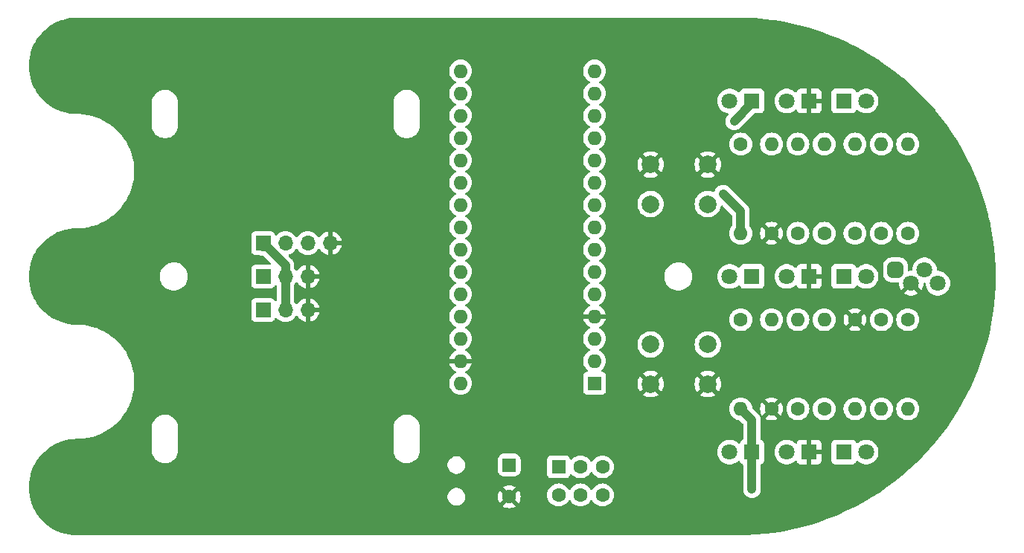
<source format=gbl>
%TF.GenerationSoftware,KiCad,Pcbnew,8.0.0*%
%TF.CreationDate,2024-04-12T21:43:52+10:00*%
%TF.ProjectId,ghost-bot,67686f73-742d-4626-9f74-2e6b69636164,rev?*%
%TF.SameCoordinates,Original*%
%TF.FileFunction,Copper,L2,Bot*%
%TF.FilePolarity,Positive*%
%FSLAX46Y46*%
G04 Gerber Fmt 4.6, Leading zero omitted, Abs format (unit mm)*
G04 Created by KiCad (PCBNEW 8.0.0) date 2024-04-12 21:43:52*
%MOMM*%
%LPD*%
G01*
G04 APERTURE LIST*
G04 Aperture macros list*
%AMRoundRect*
0 Rectangle with rounded corners*
0 $1 Rounding radius*
0 $2 $3 $4 $5 $6 $7 $8 $9 X,Y pos of 4 corners*
0 Add a 4 corners polygon primitive as box body*
4,1,4,$2,$3,$4,$5,$6,$7,$8,$9,$2,$3,0*
0 Add four circle primitives for the rounded corners*
1,1,$1+$1,$2,$3*
1,1,$1+$1,$4,$5*
1,1,$1+$1,$6,$7*
1,1,$1+$1,$8,$9*
0 Add four rect primitives between the rounded corners*
20,1,$1+$1,$2,$3,$4,$5,0*
20,1,$1+$1,$4,$5,$6,$7,0*
20,1,$1+$1,$6,$7,$8,$9,0*
20,1,$1+$1,$8,$9,$2,$3,0*%
G04 Aperture macros list end*
%TA.AperFunction,ComponentPad*%
%ADD10R,1.600000X1.600000*%
%TD*%
%TA.AperFunction,ComponentPad*%
%ADD11O,1.600000X1.600000*%
%TD*%
%TA.AperFunction,ComponentPad*%
%ADD12C,1.600000*%
%TD*%
%TA.AperFunction,ComponentPad*%
%ADD13R,1.700000X1.700000*%
%TD*%
%TA.AperFunction,ComponentPad*%
%ADD14O,1.700000X1.700000*%
%TD*%
%TA.AperFunction,ComponentPad*%
%ADD15RoundRect,0.250000X-0.550000X0.550000X-0.550000X-0.550000X0.550000X-0.550000X0.550000X0.550000X0*%
%TD*%
%TA.AperFunction,ComponentPad*%
%ADD16R,1.800000X1.800000*%
%TD*%
%TA.AperFunction,ComponentPad*%
%ADD17C,1.800000*%
%TD*%
%TA.AperFunction,ComponentPad*%
%ADD18C,2.000000*%
%TD*%
%TA.AperFunction,ComponentPad*%
%ADD19RoundRect,0.450000X-0.450000X-0.450000X0.450000X-0.450000X0.450000X0.450000X-0.450000X0.450000X0*%
%TD*%
%TA.AperFunction,ViaPad*%
%ADD20C,1.000000*%
%TD*%
%TA.AperFunction,Conductor*%
%ADD21C,1.000000*%
%TD*%
%TA.AperFunction,Conductor*%
%ADD22C,1.500000*%
%TD*%
G04 APERTURE END LIST*
D10*
%TO.P,A1,1,D1/TX*%
%TO.N,/LED1*%
X166370000Y-126160000D03*
D11*
%TO.P,A1,2,D0/RX*%
%TO.N,/LED0*%
X166370000Y-123620000D03*
%TO.P,A1,3,~{RESET}*%
%TO.N,unconnected-(A1-~{RESET}-Pad3)*%
X166370000Y-121080000D03*
%TO.P,A1,4,GND*%
%TO.N,GND*%
X166370000Y-118540000D03*
%TO.P,A1,5,D2*%
%TO.N,/LED2*%
X166370000Y-116000000D03*
%TO.P,A1,6,D3*%
%TO.N,/SERVO0*%
X166370000Y-113460000D03*
%TO.P,A1,7,D4*%
%TO.N,/PUSH_BTN0*%
X166370000Y-110920000D03*
%TO.P,A1,8,D5*%
%TO.N,/SERVO1*%
X166370000Y-108380000D03*
%TO.P,A1,9,D6*%
%TO.N,/PUSH_BTN1*%
X166370000Y-105840000D03*
%TO.P,A1,10,D7*%
%TO.N,unconnected-(A1-D7-Pad10)*%
X166370000Y-103300000D03*
%TO.P,A1,11,D8*%
%TO.N,unconnected-(A1-D8-Pad11)*%
X166370000Y-100760000D03*
%TO.P,A1,12,D9*%
%TO.N,/RGB_B*%
X166370000Y-98220000D03*
%TO.P,A1,13,D10*%
%TO.N,/RGB_G*%
X166370000Y-95680000D03*
%TO.P,A1,14,D11*%
%TO.N,/RGB_R*%
X166370000Y-93140000D03*
%TO.P,A1,15,D12*%
%TO.N,/TRIG*%
X166370000Y-90600000D03*
%TO.P,A1,16,D13*%
%TO.N,/ECHO*%
X151130000Y-90600000D03*
%TO.P,A1,17,3V3*%
%TO.N,unconnected-(A1-3V3-Pad17)*%
X151130000Y-93140000D03*
%TO.P,A1,18,AREF*%
%TO.N,unconnected-(A1-AREF-Pad18)*%
X151130000Y-95680000D03*
%TO.P,A1,19,A0*%
%TO.N,/PD0*%
X151130000Y-98220000D03*
%TO.P,A1,20,A1*%
%TO.N,unconnected-(A1-A1-Pad20)*%
X151130000Y-100760000D03*
%TO.P,A1,21,A2*%
%TO.N,unconnected-(A1-A2-Pad21)*%
X151130000Y-103300000D03*
%TO.P,A1,22,A3*%
%TO.N,unconnected-(A1-A3-Pad22)*%
X151130000Y-105840000D03*
%TO.P,A1,23,A4*%
%TO.N,unconnected-(A1-A4-Pad23)*%
X151130000Y-108380000D03*
%TO.P,A1,24,A5*%
%TO.N,unconnected-(A1-A5-Pad24)*%
X151130000Y-110920000D03*
%TO.P,A1,25,A6*%
%TO.N,/PD1*%
X151130000Y-113460000D03*
%TO.P,A1,26,A7*%
%TO.N,/PD2*%
X151130000Y-116000000D03*
%TO.P,A1,27,+5V*%
%TO.N,+5V*%
X151130000Y-118540000D03*
%TO.P,A1,28,~{RESET}*%
%TO.N,unconnected-(A1-~{RESET}-Pad28)*%
X151130000Y-121080000D03*
%TO.P,A1,29,GND*%
%TO.N,GND*%
X151130000Y-123620000D03*
%TO.P,A1,30,VIN*%
%TO.N,+BATT_SW*%
X151130000Y-126160000D03*
%TD*%
D12*
%TO.P,R4,1*%
%TO.N,+5V*%
X202000003Y-118920000D03*
D11*
%TO.P,R4,2*%
%TO.N,Net-(D3-A)*%
X202000003Y-129080000D03*
%TD*%
D13*
%TO.P,J2,1,Pin_1*%
%TO.N,/SERVO1*%
X128660000Y-114000000D03*
D14*
%TO.P,J2,2,Pin_2*%
%TO.N,+5V*%
X131200000Y-114000000D03*
%TO.P,J2,3,Pin_3*%
%TO.N,GND*%
X133740000Y-114000000D03*
%TD*%
D10*
%TO.P,SW3,1,C*%
%TO.N,unconnected-(SW3-C-Pad1)*%
X162269643Y-135684999D03*
D12*
%TO.P,SW3,2,B*%
%TO.N,+BATT*%
X164769643Y-135684999D03*
%TO.P,SW3,3,A*%
%TO.N,+BATT_SW*%
X167269643Y-135684999D03*
%TO.P,SW3,4*%
%TO.N,unconnected-(SW3-Pad4)*%
X162269643Y-138884999D03*
%TO.P,SW3,5*%
%TO.N,unconnected-(SW3-Pad5)*%
X164769643Y-138884999D03*
%TO.P,SW3,6*%
%TO.N,unconnected-(SW3-Pad6)*%
X167269643Y-138884999D03*
%TD*%
%TO.P,R12,1*%
%TO.N,+5V*%
X189500003Y-109080000D03*
D11*
%TO.P,R12,2*%
%TO.N,Net-(D8-A)*%
X189500003Y-98920000D03*
%TD*%
D15*
%TO.P,J4,1,Pin_1*%
%TO.N,+BATT*%
X156652143Y-135484999D03*
D12*
%TO.P,J4,2,Pin_2*%
%TO.N,GND*%
X156652143Y-139084999D03*
%TD*%
%TO.P,R5,1*%
%TO.N,+5V*%
X192500003Y-109080000D03*
D11*
%TO.P,R5,2*%
%TO.N,Net-(D4-A)*%
X192500003Y-98920000D03*
%TD*%
D16*
%TO.P,D4,1,K*%
%TO.N,/LED2*%
X194725003Y-94000000D03*
D17*
%TO.P,D4,2,A*%
%TO.N,Net-(D4-A)*%
X197265003Y-94000000D03*
%TD*%
D12*
%TO.P,R6,1*%
%TO.N,Net-(D1-RA)*%
X202000003Y-109080000D03*
D11*
%TO.P,R6,2*%
%TO.N,/RGB_R*%
X202000003Y-98920000D03*
%TD*%
D12*
%TO.P,R13,1*%
%TO.N,GND*%
X186500003Y-129080000D03*
D11*
%TO.P,R13,2*%
%TO.N,/PD1*%
X186500003Y-118920000D03*
%TD*%
D18*
%TO.P,SW1,1,1*%
%TO.N,GND*%
X179250003Y-126250000D03*
X172750003Y-126250000D03*
%TO.P,SW1,2,2*%
%TO.N,/PUSH_BTN0*%
X179250003Y-121750000D03*
X172750003Y-121750000D03*
%TD*%
D12*
%TO.P,R11,1*%
%TO.N,+5V*%
X189500003Y-129080000D03*
D11*
%TO.P,R11,2*%
%TO.N,Net-(D7-A)*%
X189500003Y-118920000D03*
%TD*%
D12*
%TO.P,R1,1*%
%TO.N,/PUSH_BTN0*%
X183000003Y-118920000D03*
D11*
%TO.P,R1,2*%
%TO.N,+5V*%
X183000003Y-129080000D03*
%TD*%
D12*
%TO.P,R7,1*%
%TO.N,Net-(D1-GA)*%
X199000003Y-109080000D03*
D11*
%TO.P,R7,2*%
%TO.N,/RGB_G*%
X199000003Y-98920000D03*
%TD*%
D19*
%TO.P,D1,1,BA*%
%TO.N,Net-(D1-BA)*%
X200600003Y-113240000D03*
D17*
%TO.P,D1,2,K*%
%TO.N,GND*%
X202378003Y-114764000D03*
%TO.P,D1,3,GA*%
%TO.N,Net-(D1-GA)*%
X203902003Y-113240000D03*
%TO.P,D1,4,RA*%
%TO.N,Net-(D1-RA)*%
X205426003Y-114764000D03*
%TD*%
D18*
%TO.P,SW2,1,1*%
%TO.N,GND*%
X172750003Y-101250000D03*
X179250003Y-101250000D03*
%TO.P,SW2,2,2*%
%TO.N,/PUSH_BTN1*%
X172750003Y-105750000D03*
X179250003Y-105750000D03*
%TD*%
D16*
%TO.P,D2,1,K*%
%TO.N,/LED0*%
X194725003Y-114000000D03*
D17*
%TO.P,D2,2,A*%
%TO.N,Net-(D2-A)*%
X197265003Y-114000000D03*
%TD*%
D12*
%TO.P,R3,1*%
%TO.N,+5V*%
X192500003Y-129080000D03*
D11*
%TO.P,R3,2*%
%TO.N,Net-(D2-A)*%
X192500003Y-118920000D03*
%TD*%
D12*
%TO.P,R14,1*%
%TO.N,GND*%
X196000003Y-118920000D03*
D11*
%TO.P,R14,2*%
%TO.N,/PD2*%
X196000003Y-129080000D03*
%TD*%
D12*
%TO.P,R10,1*%
%TO.N,+5V*%
X199000003Y-118920000D03*
D11*
%TO.P,R10,2*%
%TO.N,Net-(D6-A)*%
X199000003Y-129080000D03*
%TD*%
D13*
%TO.P,J3,1,Pin_1*%
%TO.N,+5V*%
X128660000Y-110190000D03*
D14*
%TO.P,J3,2,Pin_2*%
%TO.N,/TRIG*%
X131200000Y-110190000D03*
%TO.P,J3,3,Pin_3*%
%TO.N,/ECHO*%
X133740000Y-110190000D03*
%TO.P,J3,4,Pin_4*%
%TO.N,GND*%
X136280000Y-110190000D03*
%TD*%
D16*
%TO.P,D3,1,K*%
%TO.N,/LED1*%
X194725003Y-134000000D03*
D17*
%TO.P,D3,2,A*%
%TO.N,Net-(D3-A)*%
X197265003Y-134000000D03*
%TD*%
D12*
%TO.P,R8,1*%
%TO.N,Net-(D1-BA)*%
X196000003Y-109080000D03*
D11*
%TO.P,R8,2*%
%TO.N,/RGB_B*%
X196000003Y-98920000D03*
%TD*%
D12*
%TO.P,R2,1*%
%TO.N,/PUSH_BTN1*%
X183000003Y-98920000D03*
D11*
%TO.P,R2,2*%
%TO.N,+5V*%
X183000003Y-109080000D03*
%TD*%
D13*
%TO.P,J1,1,Pin_1*%
%TO.N,/SERVO0*%
X128660000Y-117810000D03*
D14*
%TO.P,J1,2,Pin_2*%
%TO.N,+5V*%
X131200000Y-117810000D03*
%TO.P,J1,3,Pin_3*%
%TO.N,GND*%
X133740000Y-117810000D03*
%TD*%
D12*
%TO.P,R9,1*%
%TO.N,GND*%
X186500003Y-109080000D03*
D11*
%TO.P,R9,2*%
%TO.N,/PD0*%
X186500003Y-98920000D03*
%TD*%
D16*
%TO.P,D5,1,K*%
%TO.N,+5V*%
X184275003Y-94000000D03*
D17*
%TO.P,D5,2,A*%
%TO.N,/PD0*%
X181735003Y-94000000D03*
%TD*%
D16*
%TO.P,D9,1,K*%
%TO.N,+5V*%
X184275003Y-114000000D03*
D17*
%TO.P,D9,2,A*%
%TO.N,/PD1*%
X181735003Y-114000000D03*
%TD*%
D16*
%TO.P,D7,1,K*%
%TO.N,GND*%
X190775003Y-114000000D03*
D17*
%TO.P,D7,2,A*%
%TO.N,Net-(D7-A)*%
X188235003Y-114000000D03*
%TD*%
D16*
%TO.P,D8,1,K*%
%TO.N,GND*%
X190775003Y-94000000D03*
D17*
%TO.P,D8,2,A*%
%TO.N,Net-(D8-A)*%
X188235003Y-94000000D03*
%TD*%
D16*
%TO.P,D10,1,K*%
%TO.N,+5V*%
X184275003Y-134000000D03*
D17*
%TO.P,D10,2,A*%
%TO.N,/PD2*%
X181735003Y-134000000D03*
%TD*%
D16*
%TO.P,D6,1,K*%
%TO.N,GND*%
X190775003Y-134000000D03*
D17*
%TO.P,D6,2,A*%
%TO.N,Net-(D6-A)*%
X188235003Y-134000000D03*
%TD*%
D20*
%TO.N,+5V*%
X182255000Y-96315000D03*
X184275003Y-138225000D03*
X180985000Y-104570000D03*
%TD*%
D21*
%TO.N,+5V*%
X131200000Y-112730000D02*
X131200000Y-114000000D01*
X184275003Y-130355000D02*
X184275003Y-134000000D01*
X131200000Y-114000000D02*
X131200000Y-117810000D01*
X128660000Y-110190000D02*
X131200000Y-112730000D01*
D22*
X128660000Y-110190000D02*
X128660000Y-110400000D01*
D21*
X180985000Y-104570000D02*
X183000003Y-106585003D01*
X184275003Y-138225000D02*
X184275003Y-134000000D01*
X183000003Y-106585003D02*
X183000003Y-109080000D01*
X182255000Y-96315000D02*
X184275003Y-94294997D01*
X183000003Y-129080000D02*
X184275003Y-130355000D01*
%TD*%
%TA.AperFunction,Conductor*%
%TO.N,GND*%
G36*
X182501152Y-84500520D02*
G01*
X183575131Y-84520139D01*
X183579611Y-84520303D01*
X184651093Y-84579074D01*
X184655573Y-84579402D01*
X185724159Y-84677263D01*
X185728610Y-84677753D01*
X186655232Y-84796876D01*
X186792931Y-84814579D01*
X186797412Y-84815239D01*
X186864695Y-84826400D01*
X187855960Y-84990833D01*
X187860386Y-84991650D01*
X188911915Y-85205808D01*
X188916244Y-85206772D01*
X189959254Y-85459192D01*
X189963554Y-85460317D01*
X190996628Y-85750656D01*
X191000921Y-85751948D01*
X192022676Y-86079815D01*
X192026897Y-86081255D01*
X193036021Y-86446228D01*
X193040208Y-86447829D01*
X194035351Y-86849423D01*
X194039445Y-86851164D01*
X195019198Y-87288809D01*
X195023270Y-87290717D01*
X195588148Y-87568216D01*
X195986378Y-87763848D01*
X195990407Y-87765919D01*
X196935591Y-88273908D01*
X196939541Y-88276125D01*
X197865553Y-88818303D01*
X197869390Y-88820645D01*
X198774952Y-89396260D01*
X198778720Y-89398752D01*
X199071089Y-89599954D01*
X199662702Y-90007089D01*
X199666385Y-90009725D01*
X200527497Y-90649895D01*
X200531082Y-90652663D01*
X201368256Y-91323868D01*
X201371738Y-91326765D01*
X201501863Y-91439141D01*
X202162224Y-92009431D01*
X202183869Y-92028123D01*
X202187234Y-92031139D01*
X202952895Y-92742809D01*
X202973183Y-92761666D01*
X202976444Y-92764810D01*
X203735192Y-93523557D01*
X203738336Y-93526818D01*
X204434972Y-94276306D01*
X204468855Y-94312759D01*
X204471873Y-94316127D01*
X205118670Y-95065080D01*
X205173227Y-95128253D01*
X205176124Y-95131735D01*
X205847337Y-95968919D01*
X205850105Y-95972504D01*
X206490275Y-96833617D01*
X206492911Y-96837300D01*
X207101241Y-97721271D01*
X207103740Y-97725049D01*
X207679347Y-98630597D01*
X207681707Y-98634463D01*
X208223875Y-99560461D01*
X208226091Y-99564411D01*
X208734075Y-100509584D01*
X208736147Y-100513613D01*
X209209282Y-101476728D01*
X209211204Y-101480829D01*
X209648825Y-102460530D01*
X209650597Y-102464699D01*
X210052158Y-103459763D01*
X210053776Y-103463993D01*
X210418734Y-104473072D01*
X210420196Y-104477359D01*
X210748045Y-105499059D01*
X210749350Y-105503396D01*
X210888302Y-105997812D01*
X211032521Y-106510968D01*
X211039671Y-106536407D01*
X211040816Y-106540786D01*
X211282845Y-107540861D01*
X211293216Y-107583712D01*
X211294201Y-107588133D01*
X211508347Y-108639602D01*
X211509169Y-108644056D01*
X211684761Y-109702590D01*
X211685421Y-109707071D01*
X211822244Y-110771367D01*
X211822739Y-110775869D01*
X211920596Y-111844410D01*
X211920927Y-111848928D01*
X211979695Y-112920368D01*
X211979860Y-112924894D01*
X211989636Y-113460001D01*
X211999406Y-113994875D01*
X211999459Y-113997734D01*
X211999459Y-114002244D01*
X211993892Y-114307007D01*
X211979860Y-115075105D01*
X211979695Y-115079631D01*
X211920927Y-116151071D01*
X211920596Y-116155589D01*
X211822739Y-117224130D01*
X211822244Y-117228632D01*
X211685421Y-118292928D01*
X211684761Y-118297409D01*
X211509169Y-119355943D01*
X211508347Y-119360397D01*
X211294201Y-120411866D01*
X211293216Y-120416287D01*
X211040817Y-121459209D01*
X211039671Y-121463592D01*
X210749350Y-122496603D01*
X210748045Y-122500940D01*
X210420196Y-123522640D01*
X210418734Y-123526927D01*
X210053776Y-124536006D01*
X210052158Y-124540236D01*
X209650597Y-125535300D01*
X209648825Y-125539469D01*
X209211204Y-126519170D01*
X209209282Y-126523271D01*
X208736147Y-127486386D01*
X208734075Y-127490415D01*
X208226091Y-128435588D01*
X208223875Y-128439538D01*
X207681707Y-129365536D01*
X207679347Y-129369402D01*
X207103740Y-130274950D01*
X207101241Y-130278728D01*
X206492911Y-131162699D01*
X206490275Y-131166382D01*
X205850105Y-132027495D01*
X205847337Y-132031080D01*
X205176133Y-132868253D01*
X205173236Y-132871735D01*
X204471878Y-133683867D01*
X204468855Y-133687240D01*
X203738336Y-134473181D01*
X203735192Y-134476442D01*
X202976444Y-135235189D01*
X202973183Y-135238333D01*
X202187242Y-135968853D01*
X202183869Y-135971876D01*
X201371738Y-136673234D01*
X201368256Y-136676131D01*
X200531082Y-137347336D01*
X200527497Y-137350104D01*
X199666385Y-137990274D01*
X199662702Y-137992910D01*
X198778730Y-138601240D01*
X198774952Y-138603739D01*
X197869404Y-139179345D01*
X197865538Y-139181705D01*
X196939541Y-139723874D01*
X196935591Y-139726091D01*
X195990407Y-140234080D01*
X195986378Y-140236151D01*
X195023284Y-140709275D01*
X195019183Y-140711197D01*
X194039482Y-141148819D01*
X194035314Y-141150591D01*
X193040230Y-141552161D01*
X193035999Y-141553779D01*
X192026930Y-141918733D01*
X192022643Y-141920195D01*
X191000943Y-142248044D01*
X190996606Y-142249349D01*
X189963595Y-142539671D01*
X189959212Y-142540817D01*
X188916290Y-142793216D01*
X188911869Y-142794201D01*
X187860400Y-143008346D01*
X187855946Y-143009168D01*
X186797412Y-143184760D01*
X186792931Y-143185420D01*
X185728635Y-143322243D01*
X185724133Y-143322738D01*
X184655592Y-143420595D01*
X184651074Y-143420926D01*
X183579634Y-143479695D01*
X183575108Y-143479860D01*
X182501153Y-143499479D01*
X182498888Y-143499500D01*
X107502564Y-143499500D01*
X107497440Y-143499394D01*
X107050985Y-143480929D01*
X107040771Y-143480083D01*
X106599902Y-143425128D01*
X106589793Y-143423441D01*
X106154969Y-143332268D01*
X106145035Y-143329752D01*
X105719232Y-143202986D01*
X105709538Y-143199658D01*
X105295662Y-143038162D01*
X105286277Y-143034046D01*
X104887138Y-142838920D01*
X104878124Y-142834042D01*
X104496456Y-142606617D01*
X104487877Y-142601011D01*
X104126313Y-142342860D01*
X104118225Y-142336565D01*
X103779204Y-142049429D01*
X103771664Y-142042488D01*
X103457513Y-141728337D01*
X103450572Y-141720797D01*
X103163435Y-141381776D01*
X103157140Y-141373688D01*
X102898990Y-141012124D01*
X102893384Y-141003545D01*
X102718629Y-140710269D01*
X102665947Y-140621857D01*
X102661091Y-140612884D01*
X102465953Y-140213724D01*
X102461840Y-140204345D01*
X102446107Y-140164024D01*
X155926669Y-140164024D01*
X155999656Y-140215131D01*
X155999664Y-140215135D01*
X156205811Y-140311263D01*
X156205825Y-140311268D01*
X156425532Y-140370138D01*
X156425543Y-140370140D01*
X156652141Y-140389965D01*
X156652145Y-140389965D01*
X156878742Y-140370140D01*
X156878753Y-140370138D01*
X157098460Y-140311268D01*
X157098474Y-140311263D01*
X157304621Y-140215135D01*
X157377614Y-140164023D01*
X156652143Y-139438552D01*
X155926669Y-140164024D01*
X102446107Y-140164024D01*
X102388178Y-140015566D01*
X102300338Y-139790454D01*
X102297019Y-139780786D01*
X102170242Y-139354951D01*
X102167733Y-139345043D01*
X102133870Y-139183542D01*
X149651642Y-139183542D01*
X149690090Y-139376828D01*
X149690093Y-139376838D01*
X149765507Y-139558906D01*
X149765514Y-139558919D01*
X149875003Y-139722780D01*
X149875006Y-139722784D01*
X150014357Y-139862135D01*
X150014361Y-139862138D01*
X150178222Y-139971627D01*
X150178235Y-139971634D01*
X150360303Y-140047048D01*
X150360308Y-140047050D01*
X150360312Y-140047050D01*
X150360313Y-140047051D01*
X150553599Y-140085499D01*
X150553602Y-140085499D01*
X150750686Y-140085499D01*
X150880725Y-140059631D01*
X150943978Y-140047050D01*
X151126057Y-139971631D01*
X151289925Y-139862138D01*
X151429282Y-139722781D01*
X151538775Y-139558913D01*
X151614194Y-139376834D01*
X151647176Y-139211024D01*
X151652643Y-139183542D01*
X151652643Y-139085001D01*
X155347177Y-139085001D01*
X155367001Y-139311598D01*
X155367003Y-139311609D01*
X155425873Y-139531316D01*
X155425878Y-139531330D01*
X155522006Y-139737477D01*
X155573117Y-139810471D01*
X156259094Y-139124495D01*
X156352143Y-139124495D01*
X156372587Y-139200795D01*
X156412083Y-139269204D01*
X156467938Y-139325059D01*
X156536347Y-139364555D01*
X156612647Y-139384999D01*
X156691639Y-139384999D01*
X156767939Y-139364555D01*
X156836348Y-139325059D01*
X156892203Y-139269204D01*
X156931699Y-139200795D01*
X156952143Y-139124495D01*
X156952143Y-139084999D01*
X157005696Y-139084999D01*
X157731167Y-139810470D01*
X157782279Y-139737477D01*
X157878407Y-139531330D01*
X157878412Y-139531316D01*
X157937282Y-139311609D01*
X157937284Y-139311598D01*
X157957109Y-139085001D01*
X157957109Y-139084996D01*
X157939611Y-138885000D01*
X160964175Y-138885000D01*
X160984007Y-139111685D01*
X160984009Y-139111696D01*
X161042901Y-139331487D01*
X161042904Y-139331496D01*
X161139074Y-139537731D01*
X161139075Y-139537733D01*
X161269597Y-139724140D01*
X161430501Y-139885044D01*
X161430504Y-139885046D01*
X161616909Y-140015567D01*
X161823147Y-140111738D01*
X162042951Y-140170634D01*
X162204873Y-140184800D01*
X162269641Y-140190467D01*
X162269643Y-140190467D01*
X162269645Y-140190467D01*
X162326316Y-140185508D01*
X162496335Y-140170634D01*
X162716139Y-140111738D01*
X162922377Y-140015567D01*
X163108782Y-139885046D01*
X163269690Y-139724138D01*
X163400211Y-139537733D01*
X163407261Y-139522613D01*
X163453432Y-139470175D01*
X163520625Y-139451022D01*
X163587507Y-139471237D01*
X163632024Y-139522613D01*
X163639075Y-139537732D01*
X163639075Y-139537733D01*
X163769597Y-139724140D01*
X163930501Y-139885044D01*
X163930504Y-139885046D01*
X164116909Y-140015567D01*
X164323147Y-140111738D01*
X164542951Y-140170634D01*
X164704873Y-140184800D01*
X164769641Y-140190467D01*
X164769643Y-140190467D01*
X164769645Y-140190467D01*
X164826316Y-140185508D01*
X164996335Y-140170634D01*
X165216139Y-140111738D01*
X165422377Y-140015567D01*
X165608782Y-139885046D01*
X165769690Y-139724138D01*
X165900211Y-139537733D01*
X165907261Y-139522613D01*
X165953432Y-139470175D01*
X166020625Y-139451022D01*
X166087507Y-139471237D01*
X166132024Y-139522613D01*
X166139075Y-139537732D01*
X166139075Y-139537733D01*
X166269597Y-139724140D01*
X166430501Y-139885044D01*
X166430504Y-139885046D01*
X166616909Y-140015567D01*
X166823147Y-140111738D01*
X167042951Y-140170634D01*
X167204873Y-140184800D01*
X167269641Y-140190467D01*
X167269643Y-140190467D01*
X167269645Y-140190467D01*
X167326316Y-140185508D01*
X167496335Y-140170634D01*
X167716139Y-140111738D01*
X167922377Y-140015567D01*
X168108782Y-139885046D01*
X168269690Y-139724138D01*
X168400211Y-139537733D01*
X168496382Y-139331495D01*
X168555278Y-139111691D01*
X168572277Y-138917383D01*
X168575111Y-138885000D01*
X168575111Y-138884997D01*
X168566234Y-138783535D01*
X168555278Y-138658307D01*
X168496382Y-138438503D01*
X168400211Y-138232265D01*
X168269690Y-138045860D01*
X168269688Y-138045857D01*
X168108784Y-137884953D01*
X167922377Y-137754431D01*
X167922375Y-137754430D01*
X167716140Y-137658260D01*
X167716131Y-137658257D01*
X167496340Y-137599365D01*
X167496336Y-137599364D01*
X167496335Y-137599364D01*
X167496334Y-137599363D01*
X167496329Y-137599363D01*
X167269645Y-137579531D01*
X167269641Y-137579531D01*
X167042956Y-137599363D01*
X167042945Y-137599365D01*
X166823154Y-137658257D01*
X166823145Y-137658260D01*
X166616910Y-137754430D01*
X166616908Y-137754431D01*
X166430501Y-137884953D01*
X166269597Y-138045857D01*
X166144162Y-138225000D01*
X166139075Y-138232265D01*
X166132023Y-138247386D01*
X166085852Y-138299824D01*
X166018658Y-138318975D01*
X165951777Y-138298759D01*
X165907262Y-138247386D01*
X165900211Y-138232265D01*
X165769690Y-138045860D01*
X165769688Y-138045857D01*
X165608784Y-137884953D01*
X165422377Y-137754431D01*
X165422375Y-137754430D01*
X165216140Y-137658260D01*
X165216131Y-137658257D01*
X164996340Y-137599365D01*
X164996336Y-137599364D01*
X164996335Y-137599364D01*
X164996334Y-137599363D01*
X164996329Y-137599363D01*
X164769645Y-137579531D01*
X164769641Y-137579531D01*
X164542956Y-137599363D01*
X164542945Y-137599365D01*
X164323154Y-137658257D01*
X164323145Y-137658260D01*
X164116910Y-137754430D01*
X164116908Y-137754431D01*
X163930501Y-137884953D01*
X163769597Y-138045857D01*
X163644162Y-138225000D01*
X163639075Y-138232265D01*
X163632023Y-138247386D01*
X163585852Y-138299824D01*
X163518658Y-138318975D01*
X163451777Y-138298759D01*
X163407262Y-138247386D01*
X163400211Y-138232265D01*
X163269690Y-138045860D01*
X163269688Y-138045857D01*
X163108784Y-137884953D01*
X162922377Y-137754431D01*
X162922375Y-137754430D01*
X162716140Y-137658260D01*
X162716131Y-137658257D01*
X162496340Y-137599365D01*
X162496336Y-137599364D01*
X162496335Y-137599364D01*
X162496334Y-137599363D01*
X162496329Y-137599363D01*
X162269645Y-137579531D01*
X162269641Y-137579531D01*
X162042956Y-137599363D01*
X162042945Y-137599365D01*
X161823154Y-137658257D01*
X161823145Y-137658260D01*
X161616910Y-137754430D01*
X161616908Y-137754431D01*
X161430501Y-137884953D01*
X161269597Y-138045857D01*
X161139075Y-138232264D01*
X161139074Y-138232266D01*
X161042904Y-138438501D01*
X161042901Y-138438510D01*
X160984009Y-138658301D01*
X160984007Y-138658312D01*
X160964175Y-138884997D01*
X160964175Y-138885000D01*
X157939611Y-138885000D01*
X157937284Y-138858399D01*
X157937282Y-138858388D01*
X157878412Y-138638681D01*
X157878407Y-138638667D01*
X157782279Y-138432520D01*
X157782275Y-138432512D01*
X157731168Y-138359525D01*
X157005696Y-139084998D01*
X157005696Y-139084999D01*
X156952143Y-139084999D01*
X156952143Y-139045503D01*
X156931699Y-138969203D01*
X156892203Y-138900794D01*
X156836348Y-138844939D01*
X156767939Y-138805443D01*
X156691639Y-138784999D01*
X156612647Y-138784999D01*
X156536347Y-138805443D01*
X156467938Y-138844939D01*
X156412083Y-138900794D01*
X156372587Y-138969203D01*
X156352143Y-139045503D01*
X156352143Y-139124495D01*
X156259094Y-139124495D01*
X156298590Y-139084999D01*
X156298590Y-139084998D01*
X155573117Y-138359525D01*
X155573116Y-138359525D01*
X155522011Y-138432511D01*
X155522009Y-138432515D01*
X155425877Y-138638672D01*
X155425873Y-138638681D01*
X155367003Y-138858388D01*
X155367001Y-138858399D01*
X155347177Y-139084996D01*
X155347177Y-139085001D01*
X151652643Y-139085001D01*
X151652643Y-138986455D01*
X151614195Y-138793169D01*
X151614194Y-138793168D01*
X151614194Y-138793164D01*
X151593502Y-138743208D01*
X151538778Y-138611091D01*
X151538771Y-138611078D01*
X151429282Y-138447217D01*
X151429279Y-138447213D01*
X151289928Y-138307862D01*
X151289924Y-138307859D01*
X151126063Y-138198370D01*
X151126050Y-138198363D01*
X150943982Y-138122949D01*
X150943972Y-138122946D01*
X150750686Y-138084499D01*
X150750684Y-138084499D01*
X150553602Y-138084499D01*
X150553600Y-138084499D01*
X150360313Y-138122946D01*
X150360303Y-138122949D01*
X150178235Y-138198363D01*
X150178222Y-138198370D01*
X150014361Y-138307859D01*
X150014357Y-138307862D01*
X149875006Y-138447213D01*
X149875003Y-138447217D01*
X149765514Y-138611078D01*
X149765507Y-138611091D01*
X149690093Y-138793159D01*
X149690090Y-138793169D01*
X149651643Y-138986455D01*
X149651643Y-138986458D01*
X149651643Y-139183540D01*
X149651643Y-139183542D01*
X149651642Y-139183542D01*
X102133870Y-139183542D01*
X102076555Y-138910194D01*
X102074873Y-138900114D01*
X102019915Y-138459209D01*
X102019072Y-138449036D01*
X102000747Y-138005973D01*
X155926669Y-138005973D01*
X156652143Y-138731446D01*
X156652144Y-138731446D01*
X157377615Y-138005973D01*
X157304621Y-137954862D01*
X157098474Y-137858734D01*
X157098460Y-137858729D01*
X156878753Y-137799859D01*
X156878742Y-137799857D01*
X156652145Y-137780033D01*
X156652141Y-137780033D01*
X156425543Y-137799857D01*
X156425532Y-137799859D01*
X156205825Y-137858729D01*
X156205816Y-137858733D01*
X155999659Y-137954865D01*
X155999655Y-137954867D01*
X155926669Y-138005972D01*
X155926669Y-138005973D01*
X102000747Y-138005973D01*
X102000711Y-138005101D01*
X102000711Y-137994898D01*
X102019072Y-137550961D01*
X102019915Y-137540792D01*
X102074874Y-137099881D01*
X102076554Y-137089809D01*
X102167734Y-136654950D01*
X102170241Y-136645054D01*
X102297021Y-136219205D01*
X102300336Y-136209553D01*
X102461842Y-135795649D01*
X102465949Y-135786283D01*
X102565063Y-135583542D01*
X149651642Y-135583542D01*
X149690090Y-135776828D01*
X149690093Y-135776838D01*
X149765507Y-135958906D01*
X149765514Y-135958919D01*
X149875003Y-136122780D01*
X149875006Y-136122784D01*
X150014357Y-136262135D01*
X150014361Y-136262138D01*
X150178222Y-136371627D01*
X150178235Y-136371634D01*
X150360303Y-136447048D01*
X150360308Y-136447050D01*
X150360312Y-136447050D01*
X150360313Y-136447051D01*
X150553599Y-136485499D01*
X150553602Y-136485499D01*
X150750686Y-136485499D01*
X150880725Y-136459631D01*
X150943978Y-136447050D01*
X151126057Y-136371631D01*
X151289925Y-136262138D01*
X151429282Y-136122781D01*
X151454526Y-136085000D01*
X155351643Y-136085000D01*
X155351644Y-136085017D01*
X155362143Y-136187795D01*
X155362144Y-136187798D01*
X155406819Y-136322615D01*
X155417329Y-136354333D01*
X155509431Y-136503655D01*
X155633487Y-136627711D01*
X155782809Y-136719813D01*
X155949346Y-136774998D01*
X156052134Y-136785499D01*
X157252151Y-136785498D01*
X157354940Y-136774998D01*
X157521477Y-136719813D01*
X157670799Y-136627711D01*
X157765641Y-136532869D01*
X160969143Y-136532869D01*
X160969144Y-136532875D01*
X160975551Y-136592482D01*
X161025845Y-136727327D01*
X161025849Y-136727334D01*
X161112095Y-136842543D01*
X161112098Y-136842546D01*
X161227307Y-136928792D01*
X161227314Y-136928796D01*
X161362160Y-136979090D01*
X161362159Y-136979090D01*
X161369087Y-136979834D01*
X161421770Y-136985499D01*
X163117515Y-136985498D01*
X163177126Y-136979090D01*
X163311974Y-136928795D01*
X163427189Y-136842545D01*
X163513439Y-136727330D01*
X163563734Y-136592482D01*
X163563735Y-136592471D01*
X163565008Y-136587087D01*
X163599576Y-136526368D01*
X163661484Y-136493977D01*
X163731076Y-136500198D01*
X163773368Y-136527911D01*
X163930501Y-136685044D01*
X163930504Y-136685046D01*
X164116909Y-136815567D01*
X164323147Y-136911738D01*
X164542951Y-136970634D01*
X164704873Y-136984800D01*
X164769641Y-136990467D01*
X164769643Y-136990467D01*
X164769645Y-136990467D01*
X164826450Y-136985497D01*
X164996335Y-136970634D01*
X165216139Y-136911738D01*
X165422377Y-136815567D01*
X165608782Y-136685046D01*
X165769690Y-136524138D01*
X165900211Y-136337733D01*
X165907261Y-136322613D01*
X165953432Y-136270175D01*
X166020625Y-136251022D01*
X166087507Y-136271237D01*
X166132024Y-136322613D01*
X166139075Y-136337732D01*
X166139075Y-136337733D01*
X166269597Y-136524140D01*
X166430501Y-136685044D01*
X166430504Y-136685046D01*
X166616909Y-136815567D01*
X166823147Y-136911738D01*
X167042951Y-136970634D01*
X167204873Y-136984800D01*
X167269641Y-136990467D01*
X167269643Y-136990467D01*
X167269645Y-136990467D01*
X167326450Y-136985497D01*
X167496335Y-136970634D01*
X167716139Y-136911738D01*
X167922377Y-136815567D01*
X168108782Y-136685046D01*
X168269690Y-136524138D01*
X168400211Y-136337733D01*
X168496382Y-136131495D01*
X168555278Y-135911691D01*
X168575111Y-135684999D01*
X168555278Y-135458307D01*
X168496382Y-135238503D01*
X168400211Y-135032265D01*
X168269690Y-134845860D01*
X168269688Y-134845857D01*
X168108784Y-134684953D01*
X167922377Y-134554431D01*
X167922375Y-134554430D01*
X167716140Y-134458260D01*
X167716131Y-134458257D01*
X167496340Y-134399365D01*
X167496336Y-134399364D01*
X167496335Y-134399364D01*
X167496334Y-134399363D01*
X167496329Y-134399363D01*
X167269645Y-134379531D01*
X167269641Y-134379531D01*
X167042956Y-134399363D01*
X167042945Y-134399365D01*
X166823154Y-134458257D01*
X166823145Y-134458260D01*
X166616910Y-134554430D01*
X166616908Y-134554431D01*
X166430501Y-134684953D01*
X166269597Y-134845857D01*
X166139076Y-135032263D01*
X166139075Y-135032265D01*
X166132023Y-135047386D01*
X166085852Y-135099824D01*
X166018658Y-135118975D01*
X165951777Y-135098759D01*
X165907262Y-135047386D01*
X165900211Y-135032265D01*
X165769690Y-134845860D01*
X165769688Y-134845857D01*
X165608784Y-134684953D01*
X165422377Y-134554431D01*
X165422375Y-134554430D01*
X165216140Y-134458260D01*
X165216131Y-134458257D01*
X164996340Y-134399365D01*
X164996336Y-134399364D01*
X164996335Y-134399364D01*
X164996334Y-134399363D01*
X164996329Y-134399363D01*
X164769645Y-134379531D01*
X164769641Y-134379531D01*
X164542956Y-134399363D01*
X164542945Y-134399365D01*
X164323154Y-134458257D01*
X164323145Y-134458260D01*
X164116910Y-134554430D01*
X164116908Y-134554431D01*
X163930505Y-134684950D01*
X163773369Y-134842086D01*
X163712046Y-134875570D01*
X163642354Y-134870586D01*
X163586421Y-134828714D01*
X163565012Y-134782922D01*
X163563734Y-134777517D01*
X163513440Y-134642670D01*
X163513436Y-134642663D01*
X163427190Y-134527454D01*
X163427187Y-134527451D01*
X163311978Y-134441205D01*
X163311971Y-134441201D01*
X163177125Y-134390907D01*
X163177126Y-134390907D01*
X163117526Y-134384500D01*
X163117524Y-134384499D01*
X163117516Y-134384499D01*
X163117507Y-134384499D01*
X161421772Y-134384499D01*
X161421766Y-134384500D01*
X161362159Y-134390907D01*
X161227314Y-134441201D01*
X161227307Y-134441205D01*
X161112098Y-134527451D01*
X161112095Y-134527454D01*
X161025849Y-134642663D01*
X161025845Y-134642670D01*
X160975551Y-134777516D01*
X160969144Y-134837115D01*
X160969143Y-134837134D01*
X160969143Y-136532869D01*
X157765641Y-136532869D01*
X157794855Y-136503655D01*
X157886957Y-136354333D01*
X157942142Y-136187796D01*
X157952643Y-136085008D01*
X157952642Y-134884991D01*
X157942142Y-134782202D01*
X157886957Y-134615665D01*
X157794855Y-134466343D01*
X157670799Y-134342287D01*
X157521477Y-134250185D01*
X157354940Y-134195000D01*
X157354938Y-134194999D01*
X157252153Y-134184499D01*
X156052141Y-134184499D01*
X156052124Y-134184500D01*
X155949346Y-134194999D01*
X155949343Y-134195000D01*
X155782811Y-134250184D01*
X155782806Y-134250186D01*
X155633485Y-134342288D01*
X155509432Y-134466341D01*
X155417330Y-134615662D01*
X155417328Y-134615667D01*
X155394369Y-134684953D01*
X155362144Y-134782202D01*
X155362144Y-134782203D01*
X155362143Y-134782203D01*
X155351643Y-134884982D01*
X155351643Y-136085000D01*
X151454526Y-136085000D01*
X151538775Y-135958913D01*
X151614194Y-135776834D01*
X151652643Y-135583540D01*
X151652643Y-135386458D01*
X151652643Y-135386455D01*
X151614195Y-135193169D01*
X151614194Y-135193168D01*
X151614194Y-135193164D01*
X151593140Y-135142335D01*
X151538778Y-135011091D01*
X151538771Y-135011078D01*
X151429282Y-134847217D01*
X151429279Y-134847213D01*
X151289928Y-134707862D01*
X151289924Y-134707859D01*
X151126063Y-134598370D01*
X151126050Y-134598363D01*
X150943982Y-134522949D01*
X150943972Y-134522946D01*
X150750686Y-134484499D01*
X150750684Y-134484499D01*
X150553602Y-134484499D01*
X150553600Y-134484499D01*
X150360313Y-134522946D01*
X150360303Y-134522949D01*
X150178235Y-134598363D01*
X150178222Y-134598370D01*
X150014361Y-134707859D01*
X150014357Y-134707862D01*
X149875006Y-134847213D01*
X149875003Y-134847217D01*
X149765514Y-135011078D01*
X149765507Y-135011091D01*
X149690093Y-135193159D01*
X149690090Y-135193169D01*
X149651643Y-135386455D01*
X149651643Y-135386458D01*
X149651643Y-135583540D01*
X149651643Y-135583542D01*
X149651642Y-135583542D01*
X102565063Y-135583542D01*
X102661096Y-135387104D01*
X102665941Y-135378152D01*
X102893390Y-134996444D01*
X102898983Y-134987884D01*
X103157153Y-134626293D01*
X103163421Y-134618239D01*
X103450582Y-134279190D01*
X103457501Y-134271674D01*
X103771676Y-133957499D01*
X103779192Y-133950580D01*
X103876580Y-133868097D01*
X115999500Y-133868097D01*
X116036446Y-134101368D01*
X116109433Y-134325996D01*
X116212080Y-134527451D01*
X116216657Y-134536433D01*
X116355483Y-134727510D01*
X116522490Y-134894517D01*
X116713567Y-135033343D01*
X116776661Y-135065491D01*
X116924003Y-135140566D01*
X116924005Y-135140566D01*
X116924008Y-135140568D01*
X117034503Y-135176470D01*
X117148631Y-135213553D01*
X117381903Y-135250500D01*
X117381908Y-135250500D01*
X117618097Y-135250500D01*
X117851368Y-135213553D01*
X117914103Y-135193169D01*
X118075992Y-135140568D01*
X118286433Y-135033343D01*
X118477510Y-134894517D01*
X118644517Y-134727510D01*
X118783343Y-134536433D01*
X118890568Y-134325992D01*
X118963553Y-134101368D01*
X118987437Y-133950570D01*
X119000500Y-133868097D01*
X143499500Y-133868097D01*
X143536446Y-134101368D01*
X143609433Y-134325996D01*
X143712080Y-134527451D01*
X143716657Y-134536433D01*
X143855483Y-134727510D01*
X144022490Y-134894517D01*
X144213567Y-135033343D01*
X144276661Y-135065491D01*
X144424003Y-135140566D01*
X144424005Y-135140566D01*
X144424008Y-135140568D01*
X144534503Y-135176470D01*
X144648631Y-135213553D01*
X144881903Y-135250500D01*
X144881908Y-135250500D01*
X145118097Y-135250500D01*
X145351368Y-135213553D01*
X145414103Y-135193169D01*
X145575992Y-135140568D01*
X145786433Y-135033343D01*
X145977510Y-134894517D01*
X146144517Y-134727510D01*
X146283343Y-134536433D01*
X146390568Y-134325992D01*
X146463553Y-134101368D01*
X146479607Y-134000006D01*
X180329703Y-134000006D01*
X180348867Y-134231297D01*
X180348869Y-134231308D01*
X180405845Y-134456300D01*
X180499078Y-134668848D01*
X180626019Y-134863147D01*
X180626022Y-134863151D01*
X180626024Y-134863153D01*
X180783219Y-135033913D01*
X180783222Y-135033915D01*
X180783225Y-135033918D01*
X180966368Y-135176464D01*
X180966374Y-135176468D01*
X180966377Y-135176470D01*
X181170500Y-135286936D01*
X181282291Y-135325314D01*
X181390018Y-135362297D01*
X181390020Y-135362297D01*
X181390022Y-135362298D01*
X181618954Y-135400500D01*
X181618955Y-135400500D01*
X181851051Y-135400500D01*
X181851052Y-135400500D01*
X182079984Y-135362298D01*
X182299506Y-135286936D01*
X182503629Y-135176470D01*
X182686787Y-135033913D01*
X182695133Y-135024846D01*
X182755013Y-134988854D01*
X182824852Y-134990949D01*
X182882471Y-135030469D01*
X182902547Y-135065491D01*
X182931206Y-135142330D01*
X182931209Y-135142335D01*
X183017455Y-135257544D01*
X183017458Y-135257547D01*
X183132667Y-135343793D01*
X183132672Y-135343796D01*
X183193836Y-135366608D01*
X183249769Y-135408478D01*
X183274187Y-135473942D01*
X183274503Y-135482790D01*
X183274503Y-138169754D01*
X183273906Y-138181907D01*
X183269662Y-138225000D01*
X183270378Y-138232265D01*
X183273906Y-138268090D01*
X183274503Y-138280244D01*
X183274503Y-138323544D01*
X183282948Y-138366006D01*
X183284733Y-138378035D01*
X183288978Y-138421130D01*
X183288979Y-138421134D01*
X183301550Y-138462575D01*
X183304506Y-138474378D01*
X183312949Y-138516827D01*
X183312951Y-138516834D01*
X183329520Y-138556834D01*
X183333615Y-138568277D01*
X183344373Y-138603739D01*
X183346190Y-138609729D01*
X183366600Y-138647913D01*
X183371803Y-138658915D01*
X183388371Y-138698914D01*
X183388373Y-138698918D01*
X183412428Y-138734918D01*
X183418681Y-138745350D01*
X183429951Y-138766436D01*
X183439091Y-138783535D01*
X183439097Y-138783543D01*
X183466555Y-138817002D01*
X183473802Y-138826772D01*
X183497863Y-138862781D01*
X183497865Y-138862783D01*
X183497868Y-138862787D01*
X183528482Y-138893401D01*
X183536654Y-138902416D01*
X183564120Y-138935883D01*
X183597582Y-138963345D01*
X183597584Y-138963346D01*
X183606602Y-138971520D01*
X183637217Y-139002136D01*
X183637220Y-139002138D01*
X183637221Y-139002139D01*
X183673220Y-139026193D01*
X183673222Y-139026194D01*
X183682991Y-139033438D01*
X183716465Y-139060910D01*
X183754643Y-139081316D01*
X183765081Y-139087572D01*
X183772902Y-139092797D01*
X183801089Y-139111632D01*
X183841098Y-139128203D01*
X183852094Y-139133404D01*
X183890276Y-139153814D01*
X183931713Y-139166383D01*
X183943163Y-139170480D01*
X183983168Y-139187051D01*
X184025643Y-139195499D01*
X184037417Y-139198448D01*
X184078871Y-139211024D01*
X184121967Y-139215268D01*
X184133993Y-139217052D01*
X184164483Y-139223117D01*
X184176461Y-139225500D01*
X184176462Y-139225500D01*
X184219759Y-139225500D01*
X184231912Y-139226096D01*
X184275003Y-139230341D01*
X184318093Y-139226096D01*
X184330247Y-139225500D01*
X184373545Y-139225500D01*
X184389457Y-139222334D01*
X184416008Y-139217053D01*
X184428040Y-139215268D01*
X184471135Y-139211024D01*
X184512583Y-139198450D01*
X184524356Y-139195500D01*
X184566838Y-139187051D01*
X184606850Y-139170476D01*
X184618283Y-139166386D01*
X184659730Y-139153814D01*
X184697921Y-139133399D01*
X184708913Y-139128201D01*
X184748917Y-139111632D01*
X184784941Y-139087560D01*
X184795354Y-139081320D01*
X184821594Y-139067295D01*
X184833538Y-139060912D01*
X184833542Y-139060909D01*
X184867008Y-139033444D01*
X184876785Y-139026193D01*
X184912784Y-139002140D01*
X184912786Y-139002138D01*
X184912788Y-139002136D01*
X184943411Y-138971512D01*
X184952405Y-138963359D01*
X184985886Y-138935883D01*
X185013362Y-138902402D01*
X185021515Y-138893408D01*
X185052142Y-138862782D01*
X185076203Y-138826772D01*
X185083447Y-138817005D01*
X185110912Y-138783539D01*
X185110915Y-138783535D01*
X185117298Y-138771591D01*
X185131323Y-138745351D01*
X185137563Y-138734938D01*
X185161635Y-138698914D01*
X185178205Y-138658906D01*
X185183405Y-138647913D01*
X185203817Y-138609727D01*
X185216389Y-138568280D01*
X185220479Y-138556847D01*
X185237054Y-138516835D01*
X185245503Y-138474353D01*
X185248453Y-138462580D01*
X185261027Y-138421132D01*
X185265271Y-138378037D01*
X185267057Y-138365999D01*
X185275503Y-138323541D01*
X185275503Y-138280244D01*
X185276100Y-138268090D01*
X185278139Y-138247385D01*
X185280344Y-138225000D01*
X185276100Y-138181907D01*
X185275503Y-138169754D01*
X185275503Y-135482790D01*
X185295188Y-135415751D01*
X185347992Y-135369996D01*
X185356149Y-135366616D01*
X185417334Y-135343796D01*
X185532549Y-135257546D01*
X185618799Y-135142331D01*
X185669094Y-135007483D01*
X185675503Y-134947873D01*
X185675503Y-134000006D01*
X186829703Y-134000006D01*
X186848867Y-134231297D01*
X186848869Y-134231308D01*
X186905845Y-134456300D01*
X186999078Y-134668848D01*
X187126019Y-134863147D01*
X187126022Y-134863151D01*
X187126024Y-134863153D01*
X187283219Y-135033913D01*
X187283222Y-135033915D01*
X187283225Y-135033918D01*
X187466368Y-135176464D01*
X187466374Y-135176468D01*
X187466377Y-135176470D01*
X187670500Y-135286936D01*
X187782291Y-135325314D01*
X187890018Y-135362297D01*
X187890020Y-135362297D01*
X187890022Y-135362298D01*
X188118954Y-135400500D01*
X188118955Y-135400500D01*
X188351051Y-135400500D01*
X188351052Y-135400500D01*
X188579984Y-135362298D01*
X188799506Y-135286936D01*
X189003629Y-135176470D01*
X189186787Y-135033913D01*
X189195514Y-135024432D01*
X189255397Y-134988441D01*
X189325235Y-134990538D01*
X189382853Y-135030060D01*
X189402927Y-135065080D01*
X189431648Y-135142086D01*
X189431652Y-135142093D01*
X189517812Y-135257187D01*
X189517815Y-135257190D01*
X189632909Y-135343350D01*
X189632916Y-135343354D01*
X189767623Y-135393596D01*
X189767630Y-135393598D01*
X189827158Y-135399999D01*
X189827175Y-135400000D01*
X190525003Y-135400000D01*
X190525003Y-134375277D01*
X190601309Y-134419333D01*
X190715759Y-134450000D01*
X190834247Y-134450000D01*
X190948697Y-134419333D01*
X191025003Y-134375277D01*
X191025003Y-135400000D01*
X191722831Y-135400000D01*
X191722847Y-135399999D01*
X191782375Y-135393598D01*
X191782382Y-135393596D01*
X191917089Y-135343354D01*
X191917096Y-135343350D01*
X192032190Y-135257190D01*
X192032193Y-135257187D01*
X192118353Y-135142093D01*
X192118357Y-135142086D01*
X192168599Y-135007379D01*
X192168601Y-135007372D01*
X192174999Y-134947870D01*
X193324503Y-134947870D01*
X193324504Y-134947876D01*
X193330911Y-135007483D01*
X193381205Y-135142328D01*
X193381209Y-135142335D01*
X193467455Y-135257544D01*
X193467458Y-135257547D01*
X193582667Y-135343793D01*
X193582674Y-135343797D01*
X193717520Y-135394091D01*
X193717519Y-135394091D01*
X193724447Y-135394835D01*
X193777130Y-135400500D01*
X195672875Y-135400499D01*
X195732486Y-135394091D01*
X195867334Y-135343796D01*
X195982549Y-135257546D01*
X196068799Y-135142331D01*
X196068888Y-135142093D01*
X196097458Y-135065493D01*
X196139329Y-135009559D01*
X196204793Y-134985141D01*
X196273066Y-134999992D01*
X196304869Y-135024843D01*
X196309672Y-135030060D01*
X196313218Y-135033912D01*
X196313225Y-135033918D01*
X196496368Y-135176464D01*
X196496374Y-135176468D01*
X196496377Y-135176470D01*
X196700500Y-135286936D01*
X196812291Y-135325314D01*
X196920018Y-135362297D01*
X196920020Y-135362297D01*
X196920022Y-135362298D01*
X197148954Y-135400500D01*
X197148955Y-135400500D01*
X197381051Y-135400500D01*
X197381052Y-135400500D01*
X197609984Y-135362298D01*
X197829506Y-135286936D01*
X198033629Y-135176470D01*
X198216787Y-135033913D01*
X198373982Y-134863153D01*
X198384394Y-134847217D01*
X198426872Y-134782199D01*
X198500927Y-134668849D01*
X198594160Y-134456300D01*
X198651137Y-134231305D01*
X198651138Y-134231297D01*
X198670303Y-134000006D01*
X198670303Y-133999993D01*
X198651138Y-133768702D01*
X198651136Y-133768691D01*
X198594160Y-133543699D01*
X198500927Y-133331151D01*
X198373986Y-133136852D01*
X198373983Y-133136849D01*
X198373982Y-133136847D01*
X198216787Y-132966087D01*
X198216782Y-132966083D01*
X198216780Y-132966081D01*
X198033637Y-132823535D01*
X198033631Y-132823531D01*
X197829507Y-132713064D01*
X197829498Y-132713061D01*
X197609987Y-132637702D01*
X197419453Y-132605908D01*
X197381052Y-132599500D01*
X197148954Y-132599500D01*
X197110553Y-132605908D01*
X196920018Y-132637702D01*
X196700507Y-132713061D01*
X196700498Y-132713064D01*
X196496374Y-132823531D01*
X196496368Y-132823535D01*
X196313225Y-132966081D01*
X196313221Y-132966085D01*
X196313219Y-132966086D01*
X196313219Y-132966087D01*
X196304873Y-132975154D01*
X196304869Y-132975158D01*
X196244982Y-133011148D01*
X196175144Y-133009047D01*
X196117528Y-132969522D01*
X196097458Y-132934507D01*
X196068800Y-132857671D01*
X196068796Y-132857664D01*
X195982550Y-132742455D01*
X195982547Y-132742452D01*
X195867338Y-132656206D01*
X195867331Y-132656202D01*
X195732485Y-132605908D01*
X195732486Y-132605908D01*
X195672886Y-132599501D01*
X195672884Y-132599500D01*
X195672876Y-132599500D01*
X195672867Y-132599500D01*
X193777132Y-132599500D01*
X193777126Y-132599501D01*
X193717519Y-132605908D01*
X193582674Y-132656202D01*
X193582667Y-132656206D01*
X193467458Y-132742452D01*
X193467455Y-132742455D01*
X193381209Y-132857664D01*
X193381205Y-132857671D01*
X193330911Y-132992517D01*
X193324504Y-133052116D01*
X193324504Y-133052123D01*
X193324503Y-133052135D01*
X193324503Y-134947870D01*
X192174999Y-134947870D01*
X192175002Y-134947844D01*
X192175003Y-134947827D01*
X192175003Y-134250000D01*
X191150281Y-134250000D01*
X191194336Y-134173694D01*
X191225003Y-134059244D01*
X191225003Y-133940756D01*
X191194336Y-133826306D01*
X191150281Y-133750000D01*
X192175003Y-133750000D01*
X192175003Y-133052172D01*
X192175002Y-133052155D01*
X192168601Y-132992627D01*
X192168599Y-132992620D01*
X192118357Y-132857913D01*
X192118353Y-132857906D01*
X192032193Y-132742812D01*
X192032190Y-132742809D01*
X191917096Y-132656649D01*
X191917089Y-132656645D01*
X191782382Y-132606403D01*
X191782375Y-132606401D01*
X191722847Y-132600000D01*
X191025003Y-132600000D01*
X191025003Y-133624722D01*
X190948697Y-133580667D01*
X190834247Y-133550000D01*
X190715759Y-133550000D01*
X190601309Y-133580667D01*
X190525003Y-133624722D01*
X190525003Y-132600000D01*
X189827158Y-132600000D01*
X189767630Y-132606401D01*
X189767623Y-132606403D01*
X189632916Y-132656645D01*
X189632909Y-132656649D01*
X189517815Y-132742809D01*
X189517812Y-132742812D01*
X189431652Y-132857906D01*
X189431649Y-132857911D01*
X189402927Y-132934920D01*
X189361055Y-132990853D01*
X189295591Y-133015270D01*
X189227318Y-133000418D01*
X189195517Y-132975571D01*
X189186787Y-132966087D01*
X189186782Y-132966083D01*
X189186780Y-132966081D01*
X189003637Y-132823535D01*
X189003631Y-132823531D01*
X188799507Y-132713064D01*
X188799498Y-132713061D01*
X188579987Y-132637702D01*
X188389453Y-132605908D01*
X188351052Y-132599500D01*
X188118954Y-132599500D01*
X188080553Y-132605908D01*
X187890018Y-132637702D01*
X187670507Y-132713061D01*
X187670498Y-132713064D01*
X187466374Y-132823531D01*
X187466368Y-132823535D01*
X187283225Y-132966081D01*
X187283222Y-132966084D01*
X187283219Y-132966086D01*
X187283219Y-132966087D01*
X187251615Y-133000418D01*
X187126019Y-133136852D01*
X186999078Y-133331151D01*
X186905845Y-133543699D01*
X186848869Y-133768691D01*
X186848867Y-133768702D01*
X186829703Y-133999993D01*
X186829703Y-134000006D01*
X185675503Y-134000006D01*
X185675502Y-133052128D01*
X185669094Y-132992517D01*
X185668473Y-132990853D01*
X185618800Y-132857671D01*
X185618796Y-132857664D01*
X185532550Y-132742455D01*
X185532547Y-132742452D01*
X185417338Y-132656206D01*
X185417331Y-132656202D01*
X185356170Y-132633391D01*
X185300236Y-132591520D01*
X185275819Y-132526056D01*
X185275503Y-132517209D01*
X185275503Y-130256456D01*
X185237055Y-130063170D01*
X185237054Y-130063169D01*
X185237054Y-130063165D01*
X185224046Y-130031760D01*
X185161638Y-129881092D01*
X185161631Y-129881079D01*
X185052143Y-129717219D01*
X185052142Y-129717218D01*
X184912785Y-129577861D01*
X184912784Y-129577860D01*
X184414926Y-129080002D01*
X185195037Y-129080002D01*
X185214861Y-129306599D01*
X185214863Y-129306610D01*
X185273733Y-129526317D01*
X185273738Y-129526331D01*
X185369866Y-129732478D01*
X185420977Y-129805472D01*
X186100003Y-129126446D01*
X186100003Y-129132661D01*
X186127262Y-129234394D01*
X186179923Y-129325606D01*
X186254397Y-129400080D01*
X186345609Y-129452741D01*
X186447342Y-129480000D01*
X186453556Y-129480000D01*
X185774529Y-130159025D01*
X185847516Y-130210132D01*
X185847524Y-130210136D01*
X186053671Y-130306264D01*
X186053685Y-130306269D01*
X186273392Y-130365139D01*
X186273403Y-130365141D01*
X186500001Y-130384966D01*
X186500005Y-130384966D01*
X186726602Y-130365141D01*
X186726613Y-130365139D01*
X186946320Y-130306269D01*
X186946334Y-130306264D01*
X187152481Y-130210136D01*
X187225474Y-130159024D01*
X186546450Y-129480000D01*
X186552664Y-129480000D01*
X186654397Y-129452741D01*
X186745609Y-129400080D01*
X186820083Y-129325606D01*
X186872744Y-129234394D01*
X186900003Y-129132661D01*
X186900003Y-129126447D01*
X187579027Y-129805471D01*
X187630139Y-129732478D01*
X187726267Y-129526331D01*
X187726272Y-129526317D01*
X187785142Y-129306610D01*
X187785144Y-129306599D01*
X187804969Y-129080002D01*
X187804969Y-129080001D01*
X188194535Y-129080001D01*
X188214367Y-129306686D01*
X188214369Y-129306697D01*
X188273261Y-129526488D01*
X188273264Y-129526497D01*
X188369434Y-129732732D01*
X188369435Y-129732734D01*
X188499957Y-129919141D01*
X188660861Y-130080045D01*
X188660864Y-130080047D01*
X188847269Y-130210568D01*
X189053507Y-130306739D01*
X189273311Y-130365635D01*
X189435233Y-130379801D01*
X189500001Y-130385468D01*
X189500003Y-130385468D01*
X189500005Y-130385468D01*
X189556676Y-130380509D01*
X189726695Y-130365635D01*
X189946499Y-130306739D01*
X190152737Y-130210568D01*
X190339142Y-130080047D01*
X190500050Y-129919139D01*
X190630571Y-129732734D01*
X190726742Y-129526496D01*
X190785638Y-129306692D01*
X190805471Y-129080001D01*
X191194535Y-129080001D01*
X191214367Y-129306686D01*
X191214369Y-129306697D01*
X191273261Y-129526488D01*
X191273264Y-129526497D01*
X191369434Y-129732732D01*
X191369435Y-129732734D01*
X191499957Y-129919141D01*
X191660861Y-130080045D01*
X191660864Y-130080047D01*
X191847269Y-130210568D01*
X192053507Y-130306739D01*
X192273311Y-130365635D01*
X192435233Y-130379801D01*
X192500001Y-130385468D01*
X192500003Y-130385468D01*
X192500005Y-130385468D01*
X192556676Y-130380509D01*
X192726695Y-130365635D01*
X192946499Y-130306739D01*
X193152737Y-130210568D01*
X193339142Y-130080047D01*
X193500050Y-129919139D01*
X193630571Y-129732734D01*
X193726742Y-129526496D01*
X193785638Y-129306692D01*
X193805471Y-129080001D01*
X194694535Y-129080001D01*
X194714367Y-129306686D01*
X194714369Y-129306697D01*
X194773261Y-129526488D01*
X194773264Y-129526497D01*
X194869434Y-129732732D01*
X194869435Y-129732734D01*
X194999957Y-129919141D01*
X195160861Y-130080045D01*
X195160864Y-130080047D01*
X195347269Y-130210568D01*
X195553507Y-130306739D01*
X195773311Y-130365635D01*
X195935233Y-130379801D01*
X196000001Y-130385468D01*
X196000003Y-130385468D01*
X196000005Y-130385468D01*
X196056676Y-130380509D01*
X196226695Y-130365635D01*
X196446499Y-130306739D01*
X196652737Y-130210568D01*
X196839142Y-130080047D01*
X197000050Y-129919139D01*
X197130571Y-129732734D01*
X197226742Y-129526496D01*
X197285638Y-129306692D01*
X197305471Y-129080001D01*
X197694535Y-129080001D01*
X197714367Y-129306686D01*
X197714369Y-129306697D01*
X197773261Y-129526488D01*
X197773264Y-129526497D01*
X197869434Y-129732732D01*
X197869435Y-129732734D01*
X197999957Y-129919141D01*
X198160861Y-130080045D01*
X198160864Y-130080047D01*
X198347269Y-130210568D01*
X198553507Y-130306739D01*
X198773311Y-130365635D01*
X198935233Y-130379801D01*
X199000001Y-130385468D01*
X199000003Y-130385468D01*
X199000005Y-130385468D01*
X199056676Y-130380509D01*
X199226695Y-130365635D01*
X199446499Y-130306739D01*
X199652737Y-130210568D01*
X199839142Y-130080047D01*
X200000050Y-129919139D01*
X200130571Y-129732734D01*
X200226742Y-129526496D01*
X200285638Y-129306692D01*
X200305471Y-129080001D01*
X200694535Y-129080001D01*
X200714367Y-129306686D01*
X200714369Y-129306697D01*
X200773261Y-129526488D01*
X200773264Y-129526497D01*
X200869434Y-129732732D01*
X200869435Y-129732734D01*
X200999957Y-129919141D01*
X201160861Y-130080045D01*
X201160864Y-130080047D01*
X201347269Y-130210568D01*
X201553507Y-130306739D01*
X201773311Y-130365635D01*
X201935233Y-130379801D01*
X202000001Y-130385468D01*
X202000003Y-130385468D01*
X202000005Y-130385468D01*
X202056676Y-130380509D01*
X202226695Y-130365635D01*
X202446499Y-130306739D01*
X202652737Y-130210568D01*
X202839142Y-130080047D01*
X203000050Y-129919139D01*
X203130571Y-129732734D01*
X203226742Y-129526496D01*
X203285638Y-129306692D01*
X203305471Y-129080000D01*
X203285638Y-128853308D01*
X203226742Y-128633504D01*
X203130571Y-128427266D01*
X203000050Y-128240861D01*
X203000048Y-128240858D01*
X202839144Y-128079954D01*
X202652737Y-127949432D01*
X202652735Y-127949431D01*
X202446500Y-127853261D01*
X202446491Y-127853258D01*
X202226700Y-127794366D01*
X202226696Y-127794365D01*
X202226695Y-127794365D01*
X202226694Y-127794364D01*
X202226689Y-127794364D01*
X202000005Y-127774532D01*
X202000001Y-127774532D01*
X201773316Y-127794364D01*
X201773305Y-127794366D01*
X201553514Y-127853258D01*
X201553505Y-127853261D01*
X201347270Y-127949431D01*
X201347268Y-127949432D01*
X201160861Y-128079954D01*
X200999957Y-128240858D01*
X200869435Y-128427265D01*
X200869434Y-128427267D01*
X200773264Y-128633502D01*
X200773261Y-128633511D01*
X200714369Y-128853302D01*
X200714367Y-128853313D01*
X200694535Y-129079998D01*
X200694535Y-129080001D01*
X200305471Y-129080001D01*
X200305471Y-129080000D01*
X200285638Y-128853308D01*
X200226742Y-128633504D01*
X200130571Y-128427266D01*
X200000050Y-128240861D01*
X200000048Y-128240858D01*
X199839144Y-128079954D01*
X199652737Y-127949432D01*
X199652735Y-127949431D01*
X199446500Y-127853261D01*
X199446491Y-127853258D01*
X199226700Y-127794366D01*
X199226696Y-127794365D01*
X199226695Y-127794365D01*
X199226694Y-127794364D01*
X199226689Y-127794364D01*
X199000005Y-127774532D01*
X199000001Y-127774532D01*
X198773316Y-127794364D01*
X198773305Y-127794366D01*
X198553514Y-127853258D01*
X198553505Y-127853261D01*
X198347270Y-127949431D01*
X198347268Y-127949432D01*
X198160861Y-128079954D01*
X197999957Y-128240858D01*
X197869435Y-128427265D01*
X197869434Y-128427267D01*
X197773264Y-128633502D01*
X197773261Y-128633511D01*
X197714369Y-128853302D01*
X197714367Y-128853313D01*
X197694535Y-129079998D01*
X197694535Y-129080001D01*
X197305471Y-129080001D01*
X197305471Y-129080000D01*
X197285638Y-128853308D01*
X197226742Y-128633504D01*
X197130571Y-128427266D01*
X197000050Y-128240861D01*
X197000048Y-128240858D01*
X196839144Y-128079954D01*
X196652737Y-127949432D01*
X196652735Y-127949431D01*
X196446500Y-127853261D01*
X196446491Y-127853258D01*
X196226700Y-127794366D01*
X196226696Y-127794365D01*
X196226695Y-127794365D01*
X196226694Y-127794364D01*
X196226689Y-127794364D01*
X196000005Y-127774532D01*
X196000001Y-127774532D01*
X195773316Y-127794364D01*
X195773305Y-127794366D01*
X195553514Y-127853258D01*
X195553505Y-127853261D01*
X195347270Y-127949431D01*
X195347268Y-127949432D01*
X195160861Y-128079954D01*
X194999957Y-128240858D01*
X194869435Y-128427265D01*
X194869434Y-128427267D01*
X194773264Y-128633502D01*
X194773261Y-128633511D01*
X194714369Y-128853302D01*
X194714367Y-128853313D01*
X194694535Y-129079998D01*
X194694535Y-129080001D01*
X193805471Y-129080001D01*
X193805471Y-129080000D01*
X193785638Y-128853308D01*
X193726742Y-128633504D01*
X193630571Y-128427266D01*
X193500050Y-128240861D01*
X193500048Y-128240858D01*
X193339144Y-128079954D01*
X193152737Y-127949432D01*
X193152735Y-127949431D01*
X192946500Y-127853261D01*
X192946491Y-127853258D01*
X192726700Y-127794366D01*
X192726696Y-127794365D01*
X192726695Y-127794365D01*
X192726694Y-127794364D01*
X192726689Y-127794364D01*
X192500005Y-127774532D01*
X192500001Y-127774532D01*
X192273316Y-127794364D01*
X192273305Y-127794366D01*
X192053514Y-127853258D01*
X192053505Y-127853261D01*
X191847270Y-127949431D01*
X191847268Y-127949432D01*
X191660861Y-128079954D01*
X191499957Y-128240858D01*
X191369435Y-128427265D01*
X191369434Y-128427267D01*
X191273264Y-128633502D01*
X191273261Y-128633511D01*
X191214369Y-128853302D01*
X191214367Y-128853313D01*
X191194535Y-129079998D01*
X191194535Y-129080001D01*
X190805471Y-129080001D01*
X190805471Y-129080000D01*
X190785638Y-128853308D01*
X190726742Y-128633504D01*
X190630571Y-128427266D01*
X190500050Y-128240861D01*
X190500048Y-128240858D01*
X190339144Y-128079954D01*
X190152737Y-127949432D01*
X190152735Y-127949431D01*
X189946500Y-127853261D01*
X189946491Y-127853258D01*
X189726700Y-127794366D01*
X189726696Y-127794365D01*
X189726695Y-127794365D01*
X189726694Y-127794364D01*
X189726689Y-127794364D01*
X189500005Y-127774532D01*
X189500001Y-127774532D01*
X189273316Y-127794364D01*
X189273305Y-127794366D01*
X189053514Y-127853258D01*
X189053505Y-127853261D01*
X188847270Y-127949431D01*
X188847268Y-127949432D01*
X188660861Y-128079954D01*
X188499957Y-128240858D01*
X188369435Y-128427265D01*
X188369434Y-128427267D01*
X188273264Y-128633502D01*
X188273261Y-128633511D01*
X188214369Y-128853302D01*
X188214367Y-128853313D01*
X188194535Y-129079998D01*
X188194535Y-129080001D01*
X187804969Y-129080001D01*
X187804969Y-129079997D01*
X187785144Y-128853400D01*
X187785142Y-128853389D01*
X187726272Y-128633682D01*
X187726267Y-128633668D01*
X187630139Y-128427521D01*
X187630135Y-128427513D01*
X187579028Y-128354526D01*
X186900003Y-129033551D01*
X186900003Y-129027339D01*
X186872744Y-128925606D01*
X186820083Y-128834394D01*
X186745609Y-128759920D01*
X186654397Y-128707259D01*
X186552664Y-128680000D01*
X186546451Y-128680000D01*
X187225475Y-128000974D01*
X187152481Y-127949863D01*
X186946334Y-127853735D01*
X186946320Y-127853730D01*
X186726613Y-127794860D01*
X186726602Y-127794858D01*
X186500005Y-127775034D01*
X186500001Y-127775034D01*
X186273403Y-127794858D01*
X186273392Y-127794860D01*
X186053685Y-127853730D01*
X186053676Y-127853734D01*
X185847519Y-127949866D01*
X185847515Y-127949868D01*
X185774529Y-128000973D01*
X185774529Y-128000974D01*
X186453556Y-128680000D01*
X186447342Y-128680000D01*
X186345609Y-128707259D01*
X186254397Y-128759920D01*
X186179923Y-128834394D01*
X186127262Y-128925606D01*
X186100003Y-129027339D01*
X186100003Y-129033552D01*
X185420977Y-128354526D01*
X185420976Y-128354526D01*
X185369871Y-128427512D01*
X185369869Y-128427516D01*
X185273737Y-128633673D01*
X185273733Y-128633682D01*
X185214863Y-128853389D01*
X185214861Y-128853400D01*
X185195037Y-129079997D01*
X185195037Y-129080002D01*
X184414926Y-129080002D01*
X184326890Y-128991966D01*
X184293405Y-128930643D01*
X184291043Y-128915092D01*
X184285638Y-128853308D01*
X184226742Y-128633504D01*
X184130571Y-128427266D01*
X184000050Y-128240861D01*
X184000048Y-128240858D01*
X183839144Y-128079954D01*
X183652737Y-127949432D01*
X183652735Y-127949431D01*
X183446500Y-127853261D01*
X183446491Y-127853258D01*
X183226700Y-127794366D01*
X183226696Y-127794365D01*
X183226695Y-127794365D01*
X183226694Y-127794364D01*
X183226689Y-127794364D01*
X183000005Y-127774532D01*
X183000001Y-127774532D01*
X182773316Y-127794364D01*
X182773305Y-127794366D01*
X182553514Y-127853258D01*
X182553505Y-127853261D01*
X182347270Y-127949431D01*
X182347268Y-127949432D01*
X182160861Y-128079954D01*
X181999957Y-128240858D01*
X181869435Y-128427265D01*
X181869434Y-128427267D01*
X181773264Y-128633502D01*
X181773261Y-128633511D01*
X181714369Y-128853302D01*
X181714367Y-128853313D01*
X181694535Y-129079998D01*
X181694535Y-129080001D01*
X181714367Y-129306686D01*
X181714369Y-129306697D01*
X181773261Y-129526488D01*
X181773264Y-129526497D01*
X181869434Y-129732732D01*
X181869435Y-129732734D01*
X181999957Y-129919141D01*
X182160861Y-130080045D01*
X182160864Y-130080047D01*
X182347269Y-130210568D01*
X182553507Y-130306739D01*
X182773311Y-130365635D01*
X182835096Y-130371040D01*
X182900164Y-130396492D01*
X182911969Y-130406887D01*
X183238184Y-130733101D01*
X183271669Y-130794424D01*
X183274503Y-130820782D01*
X183274503Y-132517209D01*
X183254818Y-132584248D01*
X183202014Y-132630003D01*
X183193836Y-132633391D01*
X183132674Y-132656202D01*
X183132667Y-132656206D01*
X183017458Y-132742452D01*
X183017455Y-132742455D01*
X182931209Y-132857664D01*
X182931206Y-132857670D01*
X182902547Y-132934508D01*
X182860675Y-132990441D01*
X182795211Y-133014858D01*
X182726938Y-133000006D01*
X182695138Y-132975158D01*
X182686787Y-132966087D01*
X182686781Y-132966082D01*
X182686780Y-132966081D01*
X182503637Y-132823535D01*
X182503631Y-132823531D01*
X182299507Y-132713064D01*
X182299498Y-132713061D01*
X182079987Y-132637702D01*
X181889453Y-132605908D01*
X181851052Y-132599500D01*
X181618954Y-132599500D01*
X181580553Y-132605908D01*
X181390018Y-132637702D01*
X181170507Y-132713061D01*
X181170498Y-132713064D01*
X180966374Y-132823531D01*
X180966368Y-132823535D01*
X180783225Y-132966081D01*
X180783222Y-132966084D01*
X180783219Y-132966086D01*
X180783219Y-132966087D01*
X180751615Y-133000418D01*
X180626019Y-133136852D01*
X180499078Y-133331151D01*
X180405845Y-133543699D01*
X180348869Y-133768691D01*
X180348867Y-133768702D01*
X180329703Y-133999993D01*
X180329703Y-134000006D01*
X146479607Y-134000006D01*
X146487437Y-133950570D01*
X146500500Y-133868097D01*
X146500500Y-131131902D01*
X146463553Y-130898631D01*
X146421569Y-130769420D01*
X146390568Y-130674008D01*
X146390566Y-130674005D01*
X146390566Y-130674003D01*
X146283342Y-130463566D01*
X146242162Y-130406887D01*
X146144517Y-130272490D01*
X145977510Y-130105483D01*
X145786433Y-129966657D01*
X145693178Y-129919141D01*
X145575996Y-129859433D01*
X145351368Y-129786446D01*
X145118097Y-129749500D01*
X145118092Y-129749500D01*
X144881908Y-129749500D01*
X144881903Y-129749500D01*
X144648631Y-129786446D01*
X144424003Y-129859433D01*
X144213566Y-129966657D01*
X144123961Y-130031760D01*
X144022490Y-130105483D01*
X144022488Y-130105485D01*
X144022487Y-130105485D01*
X143855485Y-130272487D01*
X143855485Y-130272488D01*
X143855483Y-130272490D01*
X143830600Y-130306739D01*
X143716657Y-130463566D01*
X143609433Y-130674003D01*
X143536446Y-130898631D01*
X143499500Y-131131902D01*
X143499500Y-133868097D01*
X119000500Y-133868097D01*
X119000500Y-131131902D01*
X118963553Y-130898631D01*
X118921569Y-130769420D01*
X118890568Y-130674008D01*
X118890566Y-130674005D01*
X118890566Y-130674003D01*
X118783342Y-130463566D01*
X118742162Y-130406887D01*
X118644517Y-130272490D01*
X118477510Y-130105483D01*
X118286433Y-129966657D01*
X118193178Y-129919141D01*
X118075996Y-129859433D01*
X117851368Y-129786446D01*
X117618097Y-129749500D01*
X117618092Y-129749500D01*
X117381908Y-129749500D01*
X117381903Y-129749500D01*
X117148631Y-129786446D01*
X116924003Y-129859433D01*
X116713566Y-129966657D01*
X116623961Y-130031760D01*
X116522490Y-130105483D01*
X116522488Y-130105485D01*
X116522487Y-130105485D01*
X116355485Y-130272487D01*
X116355485Y-130272488D01*
X116355483Y-130272490D01*
X116330600Y-130306739D01*
X116216657Y-130463566D01*
X116109433Y-130674003D01*
X116036446Y-130898631D01*
X115999500Y-131131902D01*
X115999500Y-133868097D01*
X103876580Y-133868097D01*
X104118241Y-133663421D01*
X104126295Y-133657152D01*
X104487886Y-133398981D01*
X104496446Y-133393388D01*
X104878138Y-133165948D01*
X104887122Y-133161087D01*
X105286282Y-132965950D01*
X105295656Y-132961839D01*
X105709554Y-132800335D01*
X105719215Y-132797018D01*
X106145051Y-132670242D01*
X106154953Y-132667734D01*
X106589811Y-132576554D01*
X106599883Y-132574874D01*
X107040794Y-132519914D01*
X107050963Y-132519071D01*
X107497440Y-132500605D01*
X107502564Y-132500500D01*
X107749173Y-132500500D01*
X108246050Y-132462352D01*
X108738549Y-132386281D01*
X109223780Y-132272733D01*
X109698894Y-132122373D01*
X110161105Y-131936085D01*
X110161116Y-131936079D01*
X110161126Y-131936075D01*
X110607690Y-131714967D01*
X110607690Y-131714966D01*
X110607700Y-131714962D01*
X111036057Y-131460301D01*
X111443663Y-131173597D01*
X111828127Y-130856533D01*
X112187191Y-130510968D01*
X112518749Y-130138931D01*
X112820855Y-129742605D01*
X113091736Y-129324316D01*
X113329802Y-128886519D01*
X113353169Y-128834394D01*
X113533650Y-128431799D01*
X113533651Y-128431795D01*
X113533657Y-128431783D01*
X113702105Y-127962776D01*
X113834155Y-127482250D01*
X113929035Y-126993027D01*
X113986186Y-126497975D01*
X113999141Y-126160001D01*
X149824532Y-126160001D01*
X149844364Y-126386686D01*
X149844366Y-126386697D01*
X149903258Y-126606488D01*
X149903261Y-126606497D01*
X149999431Y-126812732D01*
X149999432Y-126812734D01*
X150129954Y-126999141D01*
X150290858Y-127160045D01*
X150290861Y-127160047D01*
X150477266Y-127290568D01*
X150683504Y-127386739D01*
X150903308Y-127445635D01*
X151065230Y-127459801D01*
X151129998Y-127465468D01*
X151130000Y-127465468D01*
X151130002Y-127465468D01*
X151186807Y-127460498D01*
X151356692Y-127445635D01*
X151576496Y-127386739D01*
X151782734Y-127290568D01*
X151969139Y-127160047D01*
X152130047Y-126999139D01*
X152260568Y-126812734D01*
X152356739Y-126606496D01*
X152415635Y-126386692D01*
X152435468Y-126160000D01*
X152415635Y-125933308D01*
X152356739Y-125713504D01*
X152260568Y-125507266D01*
X152130047Y-125320861D01*
X152130045Y-125320858D01*
X151969141Y-125159954D01*
X151782734Y-125029432D01*
X151782732Y-125029431D01*
X151734549Y-125006963D01*
X151724132Y-125002105D01*
X151671694Y-124955934D01*
X151652542Y-124888740D01*
X151672758Y-124821859D01*
X151724134Y-124777341D01*
X151782484Y-124750132D01*
X151968820Y-124619657D01*
X152129657Y-124458820D01*
X152260134Y-124272482D01*
X152356265Y-124066326D01*
X152356269Y-124066317D01*
X152408872Y-123870000D01*
X151563012Y-123870000D01*
X151595925Y-123812993D01*
X151630000Y-123685826D01*
X151630000Y-123620001D01*
X165064532Y-123620001D01*
X165084364Y-123846686D01*
X165084366Y-123846697D01*
X165143258Y-124066488D01*
X165143261Y-124066497D01*
X165239431Y-124272732D01*
X165239432Y-124272734D01*
X165369954Y-124459141D01*
X165530858Y-124620045D01*
X165555462Y-124637273D01*
X165599087Y-124691849D01*
X165606281Y-124761348D01*
X165574758Y-124823703D01*
X165514529Y-124859117D01*
X165497593Y-124862138D01*
X165462516Y-124865908D01*
X165327671Y-124916202D01*
X165327664Y-124916206D01*
X165212455Y-125002452D01*
X165212452Y-125002455D01*
X165126206Y-125117664D01*
X165126202Y-125117671D01*
X165075908Y-125252517D01*
X165069501Y-125312116D01*
X165069501Y-125312123D01*
X165069500Y-125312135D01*
X165069500Y-127007870D01*
X165069501Y-127007876D01*
X165075908Y-127067483D01*
X165126202Y-127202328D01*
X165126206Y-127202335D01*
X165212452Y-127317544D01*
X165212455Y-127317547D01*
X165327664Y-127403793D01*
X165327671Y-127403797D01*
X165462517Y-127454091D01*
X165462516Y-127454091D01*
X165469444Y-127454835D01*
X165522127Y-127460500D01*
X167217872Y-127460499D01*
X167277483Y-127454091D01*
X167412331Y-127403796D01*
X167527546Y-127317546D01*
X167613796Y-127202331D01*
X167664091Y-127067483D01*
X167670500Y-127007873D01*
X167670500Y-126250005D01*
X171244862Y-126250005D01*
X171265388Y-126497729D01*
X171265390Y-126497738D01*
X171326415Y-126738717D01*
X171426269Y-126966364D01*
X171526567Y-127119882D01*
X172226215Y-126420234D01*
X172237485Y-126462292D01*
X172309893Y-126587708D01*
X172412295Y-126690110D01*
X172537711Y-126762518D01*
X172579768Y-126773787D01*
X171879945Y-127473609D01*
X171926771Y-127510055D01*
X171926773Y-127510056D01*
X172145388Y-127628364D01*
X172145399Y-127628369D01*
X172380509Y-127709083D01*
X172625710Y-127750000D01*
X172874296Y-127750000D01*
X173119496Y-127709083D01*
X173354606Y-127628369D01*
X173354617Y-127628364D01*
X173573231Y-127510057D01*
X173573234Y-127510055D01*
X173620059Y-127473609D01*
X172920237Y-126773787D01*
X172962295Y-126762518D01*
X173087711Y-126690110D01*
X173190113Y-126587708D01*
X173262521Y-126462292D01*
X173273790Y-126420235D01*
X173973437Y-127119882D01*
X174073734Y-126966369D01*
X174173590Y-126738717D01*
X174234615Y-126497738D01*
X174234617Y-126497729D01*
X174255144Y-126250005D01*
X177744862Y-126250005D01*
X177765388Y-126497729D01*
X177765390Y-126497738D01*
X177826415Y-126738717D01*
X177926269Y-126966364D01*
X178026567Y-127119882D01*
X178726215Y-126420234D01*
X178737485Y-126462292D01*
X178809893Y-126587708D01*
X178912295Y-126690110D01*
X179037711Y-126762518D01*
X179079768Y-126773787D01*
X178379945Y-127473609D01*
X178426771Y-127510055D01*
X178426773Y-127510056D01*
X178645388Y-127628364D01*
X178645399Y-127628369D01*
X178880509Y-127709083D01*
X179125710Y-127750000D01*
X179374296Y-127750000D01*
X179619496Y-127709083D01*
X179854606Y-127628369D01*
X179854617Y-127628364D01*
X180073231Y-127510057D01*
X180073234Y-127510055D01*
X180120059Y-127473609D01*
X179420237Y-126773787D01*
X179462295Y-126762518D01*
X179587711Y-126690110D01*
X179690113Y-126587708D01*
X179762521Y-126462292D01*
X179773790Y-126420234D01*
X180473437Y-127119882D01*
X180573734Y-126966369D01*
X180673590Y-126738717D01*
X180734615Y-126497738D01*
X180734617Y-126497729D01*
X180755144Y-126250005D01*
X180755144Y-126249994D01*
X180734617Y-126002270D01*
X180734615Y-126002261D01*
X180673590Y-125761282D01*
X180573734Y-125533630D01*
X180473437Y-125380116D01*
X179773790Y-126079764D01*
X179762521Y-126037708D01*
X179690113Y-125912292D01*
X179587711Y-125809890D01*
X179462295Y-125737482D01*
X179420238Y-125726212D01*
X180120060Y-125026390D01*
X180120059Y-125026389D01*
X180073232Y-124989943D01*
X179854617Y-124871635D01*
X179854606Y-124871630D01*
X179619496Y-124790916D01*
X179374296Y-124750000D01*
X179125710Y-124750000D01*
X178880509Y-124790916D01*
X178645399Y-124871630D01*
X178645393Y-124871632D01*
X178426764Y-124989949D01*
X178379945Y-125026388D01*
X178379945Y-125026390D01*
X179079768Y-125726212D01*
X179037711Y-125737482D01*
X178912295Y-125809890D01*
X178809893Y-125912292D01*
X178737485Y-126037708D01*
X178726215Y-126079764D01*
X178026567Y-125380116D01*
X177926270Y-125533632D01*
X177826415Y-125761282D01*
X177765390Y-126002261D01*
X177765388Y-126002270D01*
X177744862Y-126249994D01*
X177744862Y-126250005D01*
X174255144Y-126250005D01*
X174255144Y-126249994D01*
X174234617Y-126002270D01*
X174234615Y-126002261D01*
X174173590Y-125761282D01*
X174073734Y-125533630D01*
X173973437Y-125380116D01*
X173273790Y-126079764D01*
X173262521Y-126037708D01*
X173190113Y-125912292D01*
X173087711Y-125809890D01*
X172962295Y-125737482D01*
X172920238Y-125726212D01*
X173620060Y-125026390D01*
X173620059Y-125026389D01*
X173573232Y-124989943D01*
X173354617Y-124871635D01*
X173354606Y-124871630D01*
X173119496Y-124790916D01*
X172874296Y-124750000D01*
X172625710Y-124750000D01*
X172380509Y-124790916D01*
X172145399Y-124871630D01*
X172145393Y-124871632D01*
X171926764Y-124989949D01*
X171879945Y-125026388D01*
X171879945Y-125026390D01*
X172579768Y-125726212D01*
X172537711Y-125737482D01*
X172412295Y-125809890D01*
X172309893Y-125912292D01*
X172237485Y-126037708D01*
X172226215Y-126079764D01*
X171526567Y-125380116D01*
X171426270Y-125533632D01*
X171326415Y-125761282D01*
X171265390Y-126002261D01*
X171265388Y-126002270D01*
X171244862Y-126249994D01*
X171244862Y-126250005D01*
X167670500Y-126250005D01*
X167670499Y-125312128D01*
X167664091Y-125252517D01*
X167632938Y-125168992D01*
X167613797Y-125117671D01*
X167613793Y-125117664D01*
X167527547Y-125002455D01*
X167527544Y-125002452D01*
X167412335Y-124916206D01*
X167412328Y-124916202D01*
X167277482Y-124865908D01*
X167277483Y-124865908D01*
X167242404Y-124862137D01*
X167177853Y-124835399D01*
X167138005Y-124778006D01*
X167135512Y-124708181D01*
X167171165Y-124648092D01*
X167184539Y-124637272D01*
X167209140Y-124620046D01*
X167370045Y-124459141D01*
X167370047Y-124459139D01*
X167500568Y-124272734D01*
X167596739Y-124066496D01*
X167655635Y-123846692D01*
X167675468Y-123620000D01*
X167655635Y-123393308D01*
X167596739Y-123173504D01*
X167500568Y-122967266D01*
X167370047Y-122780861D01*
X167370045Y-122780858D01*
X167209141Y-122619954D01*
X167022734Y-122489432D01*
X167022728Y-122489429D01*
X166973786Y-122466607D01*
X166964724Y-122462381D01*
X166912285Y-122416210D01*
X166893133Y-122349017D01*
X166913348Y-122282135D01*
X166964725Y-122237618D01*
X167022734Y-122210568D01*
X167209139Y-122080047D01*
X167370047Y-121919139D01*
X167488475Y-121750005D01*
X171244360Y-121750005D01*
X171264893Y-121997812D01*
X171264895Y-121997824D01*
X171325939Y-122238881D01*
X171425829Y-122466606D01*
X171561836Y-122674782D01*
X171561839Y-122674785D01*
X171730259Y-122857738D01*
X171926494Y-123010474D01*
X171926496Y-123010475D01*
X172116891Y-123113512D01*
X172145193Y-123128828D01*
X172380389Y-123209571D01*
X172625668Y-123250500D01*
X172874338Y-123250500D01*
X173119617Y-123209571D01*
X173354813Y-123128828D01*
X173573512Y-123010474D01*
X173769747Y-122857738D01*
X173938167Y-122674785D01*
X174074176Y-122466607D01*
X174174066Y-122238881D01*
X174235111Y-121997821D01*
X174235112Y-121997812D01*
X174255646Y-121750005D01*
X177744360Y-121750005D01*
X177764893Y-121997812D01*
X177764895Y-121997824D01*
X177825939Y-122238881D01*
X177925829Y-122466606D01*
X178061836Y-122674782D01*
X178061839Y-122674785D01*
X178230259Y-122857738D01*
X178426494Y-123010474D01*
X178426496Y-123010475D01*
X178616891Y-123113512D01*
X178645193Y-123128828D01*
X178880389Y-123209571D01*
X179125668Y-123250500D01*
X179374338Y-123250500D01*
X179619617Y-123209571D01*
X179854813Y-123128828D01*
X180073512Y-123010474D01*
X180269747Y-122857738D01*
X180438167Y-122674785D01*
X180574176Y-122466607D01*
X180674066Y-122238881D01*
X180735111Y-121997821D01*
X180735112Y-121997812D01*
X180755646Y-121750005D01*
X180755646Y-121749994D01*
X180735112Y-121502187D01*
X180735110Y-121502175D01*
X180674066Y-121261118D01*
X180574176Y-121033393D01*
X180438169Y-120825217D01*
X180413556Y-120798480D01*
X180269747Y-120642262D01*
X180073512Y-120489526D01*
X180073510Y-120489525D01*
X180073509Y-120489524D01*
X179854814Y-120371172D01*
X179854805Y-120371169D01*
X179619619Y-120290429D01*
X179374338Y-120249500D01*
X179125668Y-120249500D01*
X178880386Y-120290429D01*
X178645200Y-120371169D01*
X178645191Y-120371172D01*
X178426496Y-120489524D01*
X178230260Y-120642261D01*
X178061836Y-120825217D01*
X177925829Y-121033393D01*
X177825939Y-121261118D01*
X177764895Y-121502175D01*
X177764893Y-121502187D01*
X177744360Y-121749994D01*
X177744360Y-121750005D01*
X174255646Y-121750005D01*
X174255646Y-121749994D01*
X174235112Y-121502187D01*
X174235110Y-121502175D01*
X174174066Y-121261118D01*
X174074176Y-121033393D01*
X173938169Y-120825217D01*
X173913556Y-120798480D01*
X173769747Y-120642262D01*
X173573512Y-120489526D01*
X173573510Y-120489525D01*
X173573509Y-120489524D01*
X173354814Y-120371172D01*
X173354805Y-120371169D01*
X173119619Y-120290429D01*
X172874338Y-120249500D01*
X172625668Y-120249500D01*
X172380386Y-120290429D01*
X172145200Y-120371169D01*
X172145191Y-120371172D01*
X171926496Y-120489524D01*
X171730260Y-120642261D01*
X171561836Y-120825217D01*
X171425829Y-121033393D01*
X171325939Y-121261118D01*
X171264895Y-121502175D01*
X171264893Y-121502187D01*
X171244360Y-121749994D01*
X171244360Y-121750005D01*
X167488475Y-121750005D01*
X167500568Y-121732734D01*
X167596739Y-121526496D01*
X167655635Y-121306692D01*
X167675468Y-121080000D01*
X167655635Y-120853308D01*
X167599086Y-120642262D01*
X167596741Y-120633511D01*
X167596738Y-120633502D01*
X167569694Y-120575507D01*
X167500568Y-120427266D01*
X167370047Y-120240861D01*
X167370045Y-120240858D01*
X167209141Y-120079954D01*
X167022734Y-119949432D01*
X167022732Y-119949431D01*
X167011275Y-119944088D01*
X166964132Y-119922105D01*
X166911694Y-119875934D01*
X166892542Y-119808740D01*
X166912758Y-119741859D01*
X166964134Y-119697341D01*
X167022484Y-119670132D01*
X167208820Y-119539657D01*
X167369657Y-119378820D01*
X167500134Y-119192482D01*
X167596265Y-118986326D01*
X167596269Y-118986317D01*
X167614038Y-118920001D01*
X181694535Y-118920001D01*
X181714367Y-119146686D01*
X181714369Y-119146697D01*
X181773261Y-119366488D01*
X181773264Y-119366497D01*
X181869434Y-119572732D01*
X181869435Y-119572734D01*
X181999957Y-119759141D01*
X182160861Y-119920045D01*
X182202832Y-119949433D01*
X182347269Y-120050568D01*
X182553507Y-120146739D01*
X182773311Y-120205635D01*
X182935233Y-120219801D01*
X183000001Y-120225468D01*
X183000003Y-120225468D01*
X183000005Y-120225468D01*
X183056676Y-120220509D01*
X183226695Y-120205635D01*
X183446499Y-120146739D01*
X183652737Y-120050568D01*
X183839142Y-119920047D01*
X184000050Y-119759139D01*
X184130571Y-119572734D01*
X184226742Y-119366496D01*
X184285638Y-119146692D01*
X184305471Y-118920001D01*
X185194535Y-118920001D01*
X185214367Y-119146686D01*
X185214369Y-119146697D01*
X185273261Y-119366488D01*
X185273264Y-119366497D01*
X185369434Y-119572732D01*
X185369435Y-119572734D01*
X185499957Y-119759141D01*
X185660861Y-119920045D01*
X185702832Y-119949433D01*
X185847269Y-120050568D01*
X186053507Y-120146739D01*
X186273311Y-120205635D01*
X186435233Y-120219801D01*
X186500001Y-120225468D01*
X186500003Y-120225468D01*
X186500005Y-120225468D01*
X186556676Y-120220509D01*
X186726695Y-120205635D01*
X186946499Y-120146739D01*
X187152737Y-120050568D01*
X187339142Y-119920047D01*
X187500050Y-119759139D01*
X187630571Y-119572734D01*
X187726742Y-119366496D01*
X187785638Y-119146692D01*
X187805471Y-118920001D01*
X188194535Y-118920001D01*
X188214367Y-119146686D01*
X188214369Y-119146697D01*
X188273261Y-119366488D01*
X188273264Y-119366497D01*
X188369434Y-119572732D01*
X188369435Y-119572734D01*
X188499957Y-119759141D01*
X188660861Y-119920045D01*
X188702832Y-119949433D01*
X188847269Y-120050568D01*
X189053507Y-120146739D01*
X189273311Y-120205635D01*
X189435233Y-120219801D01*
X189500001Y-120225468D01*
X189500003Y-120225468D01*
X189500005Y-120225468D01*
X189556676Y-120220509D01*
X189726695Y-120205635D01*
X189946499Y-120146739D01*
X190152737Y-120050568D01*
X190339142Y-119920047D01*
X190500050Y-119759139D01*
X190630571Y-119572734D01*
X190726742Y-119366496D01*
X190785638Y-119146692D01*
X190805471Y-118920001D01*
X191194535Y-118920001D01*
X191214367Y-119146686D01*
X191214369Y-119146697D01*
X191273261Y-119366488D01*
X191273264Y-119366497D01*
X191369434Y-119572732D01*
X191369435Y-119572734D01*
X191499957Y-119759141D01*
X191660861Y-119920045D01*
X191702832Y-119949433D01*
X191847269Y-120050568D01*
X192053507Y-120146739D01*
X192273311Y-120205635D01*
X192435233Y-120219801D01*
X192500001Y-120225468D01*
X192500003Y-120225468D01*
X192500005Y-120225468D01*
X192556676Y-120220509D01*
X192726695Y-120205635D01*
X192946499Y-120146739D01*
X193152737Y-120050568D01*
X193339142Y-119920047D01*
X193500050Y-119759139D01*
X193630571Y-119572734D01*
X193726742Y-119366496D01*
X193785638Y-119146692D01*
X193805471Y-118920002D01*
X194695037Y-118920002D01*
X194714861Y-119146599D01*
X194714863Y-119146610D01*
X194773733Y-119366317D01*
X194773738Y-119366331D01*
X194869866Y-119572478D01*
X194920977Y-119645472D01*
X195600003Y-118966446D01*
X195600003Y-118972661D01*
X195627262Y-119074394D01*
X195679923Y-119165606D01*
X195754397Y-119240080D01*
X195845609Y-119292741D01*
X195947342Y-119320000D01*
X195953556Y-119320000D01*
X195274529Y-119999025D01*
X195347516Y-120050132D01*
X195347524Y-120050136D01*
X195553671Y-120146264D01*
X195553685Y-120146269D01*
X195773392Y-120205139D01*
X195773403Y-120205141D01*
X196000001Y-120224966D01*
X196000005Y-120224966D01*
X196226602Y-120205141D01*
X196226613Y-120205139D01*
X196446320Y-120146269D01*
X196446334Y-120146264D01*
X196652481Y-120050136D01*
X196725474Y-119999024D01*
X196046450Y-119320000D01*
X196052664Y-119320000D01*
X196154397Y-119292741D01*
X196245609Y-119240080D01*
X196320083Y-119165606D01*
X196372744Y-119074394D01*
X196400003Y-118972661D01*
X196400003Y-118966447D01*
X197079027Y-119645471D01*
X197130139Y-119572478D01*
X197226267Y-119366331D01*
X197226272Y-119366317D01*
X197285142Y-119146610D01*
X197285144Y-119146599D01*
X197304969Y-118920002D01*
X197304969Y-118920001D01*
X197694535Y-118920001D01*
X197714367Y-119146686D01*
X197714369Y-119146697D01*
X197773261Y-119366488D01*
X197773264Y-119366497D01*
X197869434Y-119572732D01*
X197869435Y-119572734D01*
X197999957Y-119759141D01*
X198160861Y-119920045D01*
X198202832Y-119949433D01*
X198347269Y-120050568D01*
X198553507Y-120146739D01*
X198773311Y-120205635D01*
X198935233Y-120219801D01*
X199000001Y-120225468D01*
X199000003Y-120225468D01*
X199000005Y-120225468D01*
X199056676Y-120220509D01*
X199226695Y-120205635D01*
X199446499Y-120146739D01*
X199652737Y-120050568D01*
X199839142Y-119920047D01*
X200000050Y-119759139D01*
X200130571Y-119572734D01*
X200226742Y-119366496D01*
X200285638Y-119146692D01*
X200305471Y-118920001D01*
X200694535Y-118920001D01*
X200714367Y-119146686D01*
X200714369Y-119146697D01*
X200773261Y-119366488D01*
X200773264Y-119366497D01*
X200869434Y-119572732D01*
X200869435Y-119572734D01*
X200999957Y-119759141D01*
X201160861Y-119920045D01*
X201202832Y-119949433D01*
X201347269Y-120050568D01*
X201553507Y-120146739D01*
X201773311Y-120205635D01*
X201935233Y-120219801D01*
X202000001Y-120225468D01*
X202000003Y-120225468D01*
X202000005Y-120225468D01*
X202056676Y-120220509D01*
X202226695Y-120205635D01*
X202446499Y-120146739D01*
X202652737Y-120050568D01*
X202839142Y-119920047D01*
X203000050Y-119759139D01*
X203130571Y-119572734D01*
X203226742Y-119366496D01*
X203285638Y-119146692D01*
X203305471Y-118920000D01*
X203285638Y-118693308D01*
X203226742Y-118473504D01*
X203130571Y-118267266D01*
X203000050Y-118080861D01*
X203000048Y-118080858D01*
X202839144Y-117919954D01*
X202652737Y-117789432D01*
X202652735Y-117789431D01*
X202446500Y-117693261D01*
X202446491Y-117693258D01*
X202226700Y-117634366D01*
X202226696Y-117634365D01*
X202226695Y-117634365D01*
X202226694Y-117634364D01*
X202226689Y-117634364D01*
X202000005Y-117614532D01*
X202000001Y-117614532D01*
X201773316Y-117634364D01*
X201773305Y-117634366D01*
X201553514Y-117693258D01*
X201553505Y-117693261D01*
X201347270Y-117789431D01*
X201347268Y-117789432D01*
X201160861Y-117919954D01*
X200999957Y-118080858D01*
X200869435Y-118267265D01*
X200869434Y-118267267D01*
X200773264Y-118473502D01*
X200773261Y-118473511D01*
X200714369Y-118693302D01*
X200714367Y-118693313D01*
X200694535Y-118919998D01*
X200694535Y-118920001D01*
X200305471Y-118920001D01*
X200305471Y-118920000D01*
X200285638Y-118693308D01*
X200226742Y-118473504D01*
X200130571Y-118267266D01*
X200000050Y-118080861D01*
X200000048Y-118080858D01*
X199839144Y-117919954D01*
X199652737Y-117789432D01*
X199652735Y-117789431D01*
X199446500Y-117693261D01*
X199446491Y-117693258D01*
X199226700Y-117634366D01*
X199226696Y-117634365D01*
X199226695Y-117634365D01*
X199226694Y-117634364D01*
X199226689Y-117634364D01*
X199000005Y-117614532D01*
X199000001Y-117614532D01*
X198773316Y-117634364D01*
X198773305Y-117634366D01*
X198553514Y-117693258D01*
X198553505Y-117693261D01*
X198347270Y-117789431D01*
X198347268Y-117789432D01*
X198160861Y-117919954D01*
X197999957Y-118080858D01*
X197869435Y-118267265D01*
X197869434Y-118267267D01*
X197773264Y-118473502D01*
X197773261Y-118473511D01*
X197714369Y-118693302D01*
X197714367Y-118693313D01*
X197694535Y-118919998D01*
X197694535Y-118920001D01*
X197304969Y-118920001D01*
X197304969Y-118919997D01*
X197285144Y-118693400D01*
X197285142Y-118693389D01*
X197226272Y-118473682D01*
X197226267Y-118473668D01*
X197130139Y-118267521D01*
X197130135Y-118267513D01*
X197079028Y-118194526D01*
X196400003Y-118873551D01*
X196400003Y-118867339D01*
X196372744Y-118765606D01*
X196320083Y-118674394D01*
X196245609Y-118599920D01*
X196154397Y-118547259D01*
X196052664Y-118520000D01*
X196046451Y-118520000D01*
X196725475Y-117840974D01*
X196652481Y-117789863D01*
X196446334Y-117693735D01*
X196446320Y-117693730D01*
X196226613Y-117634860D01*
X196226602Y-117634858D01*
X196000005Y-117615034D01*
X196000001Y-117615034D01*
X195773403Y-117634858D01*
X195773392Y-117634860D01*
X195553685Y-117693730D01*
X195553676Y-117693734D01*
X195347519Y-117789866D01*
X195347515Y-117789868D01*
X195274529Y-117840973D01*
X195274529Y-117840974D01*
X195953556Y-118520000D01*
X195947342Y-118520000D01*
X195845609Y-118547259D01*
X195754397Y-118599920D01*
X195679923Y-118674394D01*
X195627262Y-118765606D01*
X195600003Y-118867339D01*
X195600003Y-118873552D01*
X194920977Y-118194526D01*
X194920976Y-118194526D01*
X194869871Y-118267512D01*
X194869869Y-118267516D01*
X194773737Y-118473673D01*
X194773733Y-118473682D01*
X194714863Y-118693389D01*
X194714861Y-118693400D01*
X194695037Y-118919997D01*
X194695037Y-118920002D01*
X193805471Y-118920002D01*
X193805471Y-118920000D01*
X193785638Y-118693308D01*
X193726742Y-118473504D01*
X193630571Y-118267266D01*
X193500050Y-118080861D01*
X193500048Y-118080858D01*
X193339144Y-117919954D01*
X193152737Y-117789432D01*
X193152735Y-117789431D01*
X192946500Y-117693261D01*
X192946491Y-117693258D01*
X192726700Y-117634366D01*
X192726696Y-117634365D01*
X192726695Y-117634365D01*
X192726694Y-117634364D01*
X192726689Y-117634364D01*
X192500005Y-117614532D01*
X192500001Y-117614532D01*
X192273316Y-117634364D01*
X192273305Y-117634366D01*
X192053514Y-117693258D01*
X192053505Y-117693261D01*
X191847270Y-117789431D01*
X191847268Y-117789432D01*
X191660861Y-117919954D01*
X191499957Y-118080858D01*
X191369435Y-118267265D01*
X191369434Y-118267267D01*
X191273264Y-118473502D01*
X191273261Y-118473511D01*
X191214369Y-118693302D01*
X191214367Y-118693313D01*
X191194535Y-118919998D01*
X191194535Y-118920001D01*
X190805471Y-118920001D01*
X190805471Y-118920000D01*
X190785638Y-118693308D01*
X190726742Y-118473504D01*
X190630571Y-118267266D01*
X190500050Y-118080861D01*
X190500048Y-118080858D01*
X190339144Y-117919954D01*
X190152737Y-117789432D01*
X190152735Y-117789431D01*
X189946500Y-117693261D01*
X189946491Y-117693258D01*
X189726700Y-117634366D01*
X189726696Y-117634365D01*
X189726695Y-117634365D01*
X189726694Y-117634364D01*
X189726689Y-117634364D01*
X189500005Y-117614532D01*
X189500001Y-117614532D01*
X189273316Y-117634364D01*
X189273305Y-117634366D01*
X189053514Y-117693258D01*
X189053505Y-117693261D01*
X188847270Y-117789431D01*
X188847268Y-117789432D01*
X188660861Y-117919954D01*
X188499957Y-118080858D01*
X188369435Y-118267265D01*
X188369434Y-118267267D01*
X188273264Y-118473502D01*
X188273261Y-118473511D01*
X188214369Y-118693302D01*
X188214367Y-118693313D01*
X188194535Y-118919998D01*
X188194535Y-118920001D01*
X187805471Y-118920001D01*
X187805471Y-118920000D01*
X187785638Y-118693308D01*
X187726742Y-118473504D01*
X187630571Y-118267266D01*
X187500050Y-118080861D01*
X187500048Y-118080858D01*
X187339144Y-117919954D01*
X187152737Y-117789432D01*
X187152735Y-117789431D01*
X186946500Y-117693261D01*
X186946491Y-117693258D01*
X186726700Y-117634366D01*
X186726696Y-117634365D01*
X186726695Y-117634365D01*
X186726694Y-117634364D01*
X186726689Y-117634364D01*
X186500005Y-117614532D01*
X186500001Y-117614532D01*
X186273316Y-117634364D01*
X186273305Y-117634366D01*
X186053514Y-117693258D01*
X186053505Y-117693261D01*
X185847270Y-117789431D01*
X185847268Y-117789432D01*
X185660861Y-117919954D01*
X185499957Y-118080858D01*
X185369435Y-118267265D01*
X185369434Y-118267267D01*
X185273264Y-118473502D01*
X185273261Y-118473511D01*
X185214369Y-118693302D01*
X185214367Y-118693313D01*
X185194535Y-118919998D01*
X185194535Y-118920001D01*
X184305471Y-118920001D01*
X184305471Y-118920000D01*
X184285638Y-118693308D01*
X184226742Y-118473504D01*
X184130571Y-118267266D01*
X184000050Y-118080861D01*
X184000048Y-118080858D01*
X183839144Y-117919954D01*
X183652737Y-117789432D01*
X183652735Y-117789431D01*
X183446500Y-117693261D01*
X183446491Y-117693258D01*
X183226700Y-117634366D01*
X183226696Y-117634365D01*
X183226695Y-117634365D01*
X183226694Y-117634364D01*
X183226689Y-117634364D01*
X183000005Y-117614532D01*
X183000001Y-117614532D01*
X182773316Y-117634364D01*
X182773305Y-117634366D01*
X182553514Y-117693258D01*
X182553505Y-117693261D01*
X182347270Y-117789431D01*
X182347268Y-117789432D01*
X182160861Y-117919954D01*
X181999957Y-118080858D01*
X181869435Y-118267265D01*
X181869434Y-118267267D01*
X181773264Y-118473502D01*
X181773261Y-118473511D01*
X181714369Y-118693302D01*
X181714367Y-118693313D01*
X181694535Y-118919998D01*
X181694535Y-118920001D01*
X167614038Y-118920001D01*
X167648872Y-118790000D01*
X166803012Y-118790000D01*
X166835925Y-118732993D01*
X166870000Y-118605826D01*
X166870000Y-118474174D01*
X166835925Y-118347007D01*
X166803012Y-118290000D01*
X167648872Y-118290000D01*
X167648872Y-118289999D01*
X167596269Y-118093682D01*
X167596265Y-118093673D01*
X167500134Y-117887517D01*
X167369657Y-117701179D01*
X167208820Y-117540342D01*
X167022482Y-117409865D01*
X166964133Y-117382657D01*
X166911694Y-117336484D01*
X166892542Y-117269291D01*
X166912758Y-117202410D01*
X166964129Y-117157895D01*
X167022734Y-117130568D01*
X167209139Y-117000047D01*
X167370047Y-116839139D01*
X167500568Y-116652734D01*
X167596739Y-116446496D01*
X167655635Y-116226692D01*
X167675468Y-116000000D01*
X167655635Y-115773308D01*
X167596739Y-115553504D01*
X167500568Y-115347266D01*
X167385782Y-115183333D01*
X167370045Y-115160858D01*
X167209141Y-114999954D01*
X167022734Y-114869432D01*
X167022728Y-114869429D01*
X166964725Y-114842382D01*
X166912285Y-114796210D01*
X166893133Y-114729017D01*
X166913348Y-114662135D01*
X166964725Y-114617618D01*
X167022734Y-114590568D01*
X167209139Y-114460047D01*
X167370047Y-114299139D01*
X167491306Y-114125961D01*
X174299500Y-114125961D01*
X174338910Y-114374785D01*
X174416760Y-114614383D01*
X174488224Y-114754637D01*
X174521437Y-114819822D01*
X174531132Y-114838848D01*
X174679201Y-115042649D01*
X174679205Y-115042654D01*
X174857345Y-115220794D01*
X174857350Y-115220798D01*
X175026645Y-115343797D01*
X175061155Y-115368870D01*
X175186244Y-115432606D01*
X175285616Y-115483239D01*
X175285618Y-115483239D01*
X175285621Y-115483241D01*
X175525215Y-115561090D01*
X175774038Y-115600500D01*
X175774039Y-115600500D01*
X176025961Y-115600500D01*
X176025962Y-115600500D01*
X176274785Y-115561090D01*
X176514379Y-115483241D01*
X176738845Y-115368870D01*
X176942656Y-115220793D01*
X177120793Y-115042656D01*
X177268870Y-114838845D01*
X177383241Y-114614379D01*
X177461090Y-114374785D01*
X177500500Y-114125962D01*
X177500500Y-114000006D01*
X180329703Y-114000006D01*
X180348867Y-114231297D01*
X180348869Y-114231308D01*
X180405845Y-114456300D01*
X180499078Y-114668848D01*
X180626019Y-114863147D01*
X180626022Y-114863151D01*
X180626024Y-114863153D01*
X180783219Y-115033913D01*
X180783222Y-115033915D01*
X180783225Y-115033918D01*
X180966368Y-115176464D01*
X180966374Y-115176468D01*
X180966377Y-115176470D01*
X181170500Y-115286936D01*
X181284490Y-115326068D01*
X181390018Y-115362297D01*
X181390020Y-115362297D01*
X181390022Y-115362298D01*
X181618954Y-115400500D01*
X181618955Y-115400500D01*
X181851051Y-115400500D01*
X181851052Y-115400500D01*
X182079984Y-115362298D01*
X182299506Y-115286936D01*
X182503629Y-115176470D01*
X182507317Y-115173600D01*
X182633863Y-115075105D01*
X182686787Y-115033913D01*
X182695133Y-115024846D01*
X182755013Y-114988854D01*
X182824852Y-114990949D01*
X182882471Y-115030469D01*
X182902547Y-115065491D01*
X182931206Y-115142330D01*
X182931209Y-115142335D01*
X183017455Y-115257544D01*
X183017458Y-115257547D01*
X183132667Y-115343793D01*
X183132674Y-115343797D01*
X183267520Y-115394091D01*
X183267519Y-115394091D01*
X183274447Y-115394835D01*
X183327130Y-115400500D01*
X185222875Y-115400499D01*
X185282486Y-115394091D01*
X185417334Y-115343796D01*
X185532549Y-115257546D01*
X185618799Y-115142331D01*
X185669094Y-115007483D01*
X185675503Y-114947873D01*
X185675503Y-114000006D01*
X186829703Y-114000006D01*
X186848867Y-114231297D01*
X186848869Y-114231308D01*
X186905845Y-114456300D01*
X186999078Y-114668848D01*
X187126019Y-114863147D01*
X187126022Y-114863151D01*
X187126024Y-114863153D01*
X187283219Y-115033913D01*
X187283222Y-115033915D01*
X187283225Y-115033918D01*
X187466368Y-115176464D01*
X187466374Y-115176468D01*
X187466377Y-115176470D01*
X187670500Y-115286936D01*
X187784490Y-115326068D01*
X187890018Y-115362297D01*
X187890020Y-115362297D01*
X187890022Y-115362298D01*
X188118954Y-115400500D01*
X188118955Y-115400500D01*
X188351051Y-115400500D01*
X188351052Y-115400500D01*
X188579984Y-115362298D01*
X188799506Y-115286936D01*
X189003629Y-115176470D01*
X189007317Y-115173600D01*
X189133863Y-115075105D01*
X189186787Y-115033913D01*
X189195514Y-115024432D01*
X189255397Y-114988441D01*
X189325235Y-114990538D01*
X189382853Y-115030060D01*
X189402927Y-115065080D01*
X189431648Y-115142086D01*
X189431652Y-115142093D01*
X189517812Y-115257187D01*
X189517815Y-115257190D01*
X189632909Y-115343350D01*
X189632916Y-115343354D01*
X189767623Y-115393596D01*
X189767630Y-115393598D01*
X189827158Y-115399999D01*
X189827175Y-115400000D01*
X190525003Y-115400000D01*
X190525003Y-114375277D01*
X190601309Y-114419333D01*
X190715759Y-114450000D01*
X190834247Y-114450000D01*
X190948697Y-114419333D01*
X191025003Y-114375277D01*
X191025003Y-115400000D01*
X191722831Y-115400000D01*
X191722847Y-115399999D01*
X191782375Y-115393598D01*
X191782382Y-115393596D01*
X191917089Y-115343354D01*
X191917096Y-115343350D01*
X192032190Y-115257190D01*
X192032193Y-115257187D01*
X192118353Y-115142093D01*
X192118357Y-115142086D01*
X192168599Y-115007379D01*
X192168601Y-115007372D01*
X192174999Y-114947870D01*
X193324503Y-114947870D01*
X193324504Y-114947876D01*
X193330911Y-115007483D01*
X193381205Y-115142328D01*
X193381209Y-115142335D01*
X193467455Y-115257544D01*
X193467458Y-115257547D01*
X193582667Y-115343793D01*
X193582674Y-115343797D01*
X193717520Y-115394091D01*
X193717519Y-115394091D01*
X193724447Y-115394835D01*
X193777130Y-115400500D01*
X195672875Y-115400499D01*
X195732486Y-115394091D01*
X195867334Y-115343796D01*
X195982549Y-115257546D01*
X196068799Y-115142331D01*
X196068888Y-115142093D01*
X196097458Y-115065493D01*
X196139329Y-115009559D01*
X196204793Y-114985141D01*
X196273066Y-114999992D01*
X196304869Y-115024843D01*
X196309672Y-115030060D01*
X196313218Y-115033912D01*
X196313225Y-115033918D01*
X196496368Y-115176464D01*
X196496374Y-115176468D01*
X196496377Y-115176470D01*
X196700500Y-115286936D01*
X196814490Y-115326068D01*
X196920018Y-115362297D01*
X196920020Y-115362297D01*
X196920022Y-115362298D01*
X197148954Y-115400500D01*
X197148955Y-115400500D01*
X197381051Y-115400500D01*
X197381052Y-115400500D01*
X197609984Y-115362298D01*
X197829506Y-115286936D01*
X198033629Y-115176470D01*
X198037317Y-115173600D01*
X198163863Y-115075105D01*
X198216787Y-115033913D01*
X198373982Y-114863153D01*
X198500927Y-114668849D01*
X198594160Y-114456300D01*
X198651137Y-114231305D01*
X198669879Y-114005123D01*
X198670303Y-114000006D01*
X198670303Y-113999993D01*
X198651138Y-113768702D01*
X198651136Y-113768691D01*
X198645171Y-113745136D01*
X199199503Y-113745136D01*
X199209585Y-113858548D01*
X199262765Y-114044405D01*
X199305367Y-114125962D01*
X199352269Y-114215751D01*
X199380196Y-114250000D01*
X199474431Y-114365571D01*
X199536854Y-114416470D01*
X199624252Y-114487734D01*
X199795597Y-114577237D01*
X199981451Y-114630417D01*
X200094865Y-114640500D01*
X200094873Y-114640500D01*
X200849205Y-114640500D01*
X200916244Y-114660185D01*
X200961999Y-114712989D01*
X200971998Y-114758953D01*
X200972781Y-114758889D01*
X200992364Y-114995218D01*
X201049320Y-115220135D01*
X201142518Y-115432606D01*
X201226815Y-115561632D01*
X201935864Y-114852583D01*
X201958670Y-114937694D01*
X202017913Y-115040306D01*
X202101697Y-115124090D01*
X202204309Y-115183333D01*
X202289417Y-115206138D01*
X201579204Y-115916351D01*
X201609652Y-115940050D01*
X201813700Y-116050476D01*
X201813709Y-116050479D01*
X202033142Y-116125811D01*
X202261996Y-116164000D01*
X202494010Y-116164000D01*
X202722863Y-116125811D01*
X202942296Y-116050479D01*
X202942304Y-116050476D01*
X203146358Y-115940047D01*
X203176800Y-115916351D01*
X203176801Y-115916350D01*
X202466588Y-115206137D01*
X202551697Y-115183333D01*
X202654309Y-115124090D01*
X202738093Y-115040306D01*
X202797336Y-114937694D01*
X202820141Y-114852585D01*
X203529189Y-115561633D01*
X203613485Y-115432611D01*
X203706685Y-115220135D01*
X203763640Y-114995224D01*
X203778174Y-114819822D01*
X203803328Y-114754637D01*
X203859730Y-114713398D01*
X203929473Y-114709200D01*
X203990415Y-114743373D01*
X204023207Y-114805070D01*
X204025327Y-114819821D01*
X204039867Y-114995296D01*
X204039869Y-114995308D01*
X204096845Y-115220300D01*
X204190078Y-115432848D01*
X204317019Y-115627147D01*
X204317022Y-115627151D01*
X204317024Y-115627153D01*
X204474219Y-115797913D01*
X204474222Y-115797915D01*
X204474225Y-115797918D01*
X204657368Y-115940464D01*
X204657374Y-115940468D01*
X204657377Y-115940470D01*
X204824863Y-116031109D01*
X204860655Y-116050479D01*
X204861500Y-116050936D01*
X204975490Y-116090068D01*
X205081018Y-116126297D01*
X205081020Y-116126297D01*
X205081022Y-116126298D01*
X205309954Y-116164500D01*
X205309955Y-116164500D01*
X205542051Y-116164500D01*
X205542052Y-116164500D01*
X205770984Y-116126298D01*
X205990506Y-116050936D01*
X206194629Y-115940470D01*
X206195173Y-115940047D01*
X206256132Y-115892600D01*
X206377787Y-115797913D01*
X206534982Y-115627153D01*
X206661927Y-115432849D01*
X206755160Y-115220300D01*
X206812137Y-114995305D01*
X206812144Y-114995224D01*
X206831303Y-114764006D01*
X206831303Y-114763993D01*
X206812138Y-114532702D01*
X206812136Y-114532691D01*
X206755160Y-114307699D01*
X206661927Y-114095151D01*
X206534986Y-113900852D01*
X206534983Y-113900849D01*
X206534982Y-113900847D01*
X206377787Y-113730087D01*
X206377782Y-113730083D01*
X206377780Y-113730081D01*
X206194637Y-113587535D01*
X206194631Y-113587531D01*
X205990507Y-113477064D01*
X205990498Y-113477061D01*
X205770987Y-113401702D01*
X205599285Y-113373050D01*
X205542052Y-113363500D01*
X205431303Y-113363500D01*
X205364264Y-113343815D01*
X205318509Y-113291011D01*
X205308509Y-113245046D01*
X205307727Y-113245111D01*
X205288138Y-113008702D01*
X205288136Y-113008691D01*
X205231160Y-112783699D01*
X205137927Y-112571151D01*
X205010986Y-112376852D01*
X205010983Y-112376849D01*
X205010982Y-112376847D01*
X204853787Y-112206087D01*
X204853782Y-112206083D01*
X204853780Y-112206081D01*
X204670637Y-112063535D01*
X204670631Y-112063531D01*
X204466507Y-111953064D01*
X204466498Y-111953061D01*
X204246987Y-111877702D01*
X204047476Y-111844410D01*
X204018052Y-111839500D01*
X203785954Y-111839500D01*
X203756530Y-111844410D01*
X203557018Y-111877702D01*
X203337507Y-111953061D01*
X203337498Y-111953064D01*
X203133374Y-112063531D01*
X203133368Y-112063535D01*
X202950225Y-112206081D01*
X202950222Y-112206084D01*
X202793019Y-112376852D01*
X202666078Y-112571151D01*
X202572845Y-112783699D01*
X202515869Y-113008691D01*
X202515867Y-113008702D01*
X202496703Y-113239993D01*
X202496703Y-113240000D01*
X202496702Y-113240002D01*
X202496279Y-113245111D01*
X202495227Y-113245023D01*
X202477018Y-113307039D01*
X202424214Y-113352794D01*
X202372703Y-113364000D01*
X202261996Y-113364000D01*
X202144912Y-113383537D01*
X202075547Y-113375155D01*
X202021725Y-113330602D01*
X202000534Y-113264023D01*
X202000503Y-113261228D01*
X202000503Y-112734869D01*
X202000503Y-112734862D01*
X201990420Y-112621448D01*
X201937240Y-112435594D01*
X201847737Y-112264249D01*
X201733208Y-112123791D01*
X201725574Y-112114428D01*
X201630889Y-112037223D01*
X201575754Y-111992266D01*
X201561085Y-111984604D01*
X201404408Y-111902762D01*
X201249848Y-111858537D01*
X201218555Y-111849583D01*
X201218554Y-111849582D01*
X201218551Y-111849582D01*
X201129665Y-111841680D01*
X201105141Y-111839500D01*
X200094865Y-111839500D01*
X200082602Y-111840590D01*
X199981454Y-111849582D01*
X199795597Y-111902762D01*
X199624253Y-111992265D01*
X199474431Y-112114428D01*
X199352268Y-112264250D01*
X199262765Y-112435594D01*
X199209585Y-112621451D01*
X199199503Y-112734863D01*
X199199503Y-113745136D01*
X198645171Y-113745136D01*
X198594160Y-113543699D01*
X198500927Y-113331151D01*
X198373986Y-113136852D01*
X198373983Y-113136849D01*
X198373982Y-113136847D01*
X198216787Y-112966087D01*
X198216782Y-112966083D01*
X198216780Y-112966081D01*
X198033637Y-112823535D01*
X198033631Y-112823531D01*
X197829507Y-112713064D01*
X197829498Y-112713061D01*
X197609987Y-112637702D01*
X197419453Y-112605908D01*
X197381052Y-112599500D01*
X197148954Y-112599500D01*
X197110553Y-112605908D01*
X196920018Y-112637702D01*
X196700507Y-112713061D01*
X196700498Y-112713064D01*
X196496374Y-112823531D01*
X196496368Y-112823535D01*
X196313225Y-112966081D01*
X196313221Y-112966085D01*
X196313219Y-112966086D01*
X196313219Y-112966087D01*
X196304873Y-112975154D01*
X196304869Y-112975158D01*
X196244982Y-113011148D01*
X196175144Y-113009047D01*
X196117528Y-112969522D01*
X196097458Y-112934507D01*
X196068800Y-112857671D01*
X196068796Y-112857664D01*
X195982550Y-112742455D01*
X195982547Y-112742452D01*
X195867338Y-112656206D01*
X195867331Y-112656202D01*
X195732485Y-112605908D01*
X195732486Y-112605908D01*
X195672886Y-112599501D01*
X195672884Y-112599500D01*
X195672876Y-112599500D01*
X195672867Y-112599500D01*
X193777132Y-112599500D01*
X193777126Y-112599501D01*
X193717519Y-112605908D01*
X193582674Y-112656202D01*
X193582667Y-112656206D01*
X193467458Y-112742452D01*
X193467455Y-112742455D01*
X193381209Y-112857664D01*
X193381205Y-112857671D01*
X193330911Y-112992517D01*
X193325888Y-113039241D01*
X193324504Y-113052123D01*
X193324503Y-113052135D01*
X193324503Y-114947870D01*
X192174999Y-114947870D01*
X192175002Y-114947844D01*
X192175003Y-114947827D01*
X192175003Y-114250000D01*
X191150281Y-114250000D01*
X191194336Y-114173694D01*
X191225003Y-114059244D01*
X191225003Y-113940756D01*
X191194336Y-113826306D01*
X191150281Y-113750000D01*
X192175003Y-113750000D01*
X192175003Y-113052172D01*
X192175002Y-113052155D01*
X192168601Y-112992627D01*
X192168599Y-112992620D01*
X192118357Y-112857913D01*
X192118353Y-112857906D01*
X192032193Y-112742812D01*
X192032190Y-112742809D01*
X191917096Y-112656649D01*
X191917089Y-112656645D01*
X191782382Y-112606403D01*
X191782375Y-112606401D01*
X191722847Y-112600000D01*
X191025003Y-112600000D01*
X191025003Y-113624722D01*
X190948697Y-113580667D01*
X190834247Y-113550000D01*
X190715759Y-113550000D01*
X190601309Y-113580667D01*
X190525003Y-113624722D01*
X190525003Y-112600000D01*
X189827158Y-112600000D01*
X189767630Y-112606401D01*
X189767623Y-112606403D01*
X189632916Y-112656645D01*
X189632909Y-112656649D01*
X189517815Y-112742809D01*
X189517812Y-112742812D01*
X189431652Y-112857906D01*
X189431649Y-112857911D01*
X189402927Y-112934920D01*
X189361055Y-112990853D01*
X189295591Y-113015270D01*
X189227318Y-113000418D01*
X189195517Y-112975571D01*
X189186787Y-112966087D01*
X189186782Y-112966083D01*
X189186780Y-112966081D01*
X189003637Y-112823535D01*
X189003631Y-112823531D01*
X188799507Y-112713064D01*
X188799498Y-112713061D01*
X188579987Y-112637702D01*
X188389453Y-112605908D01*
X188351052Y-112599500D01*
X188118954Y-112599500D01*
X188080553Y-112605908D01*
X187890018Y-112637702D01*
X187670507Y-112713061D01*
X187670498Y-112713064D01*
X187466374Y-112823531D01*
X187466368Y-112823535D01*
X187283225Y-112966081D01*
X187283222Y-112966084D01*
X187283219Y-112966086D01*
X187283219Y-112966087D01*
X187251615Y-113000418D01*
X187126019Y-113136852D01*
X186999078Y-113331151D01*
X186905845Y-113543699D01*
X186848869Y-113768691D01*
X186848867Y-113768702D01*
X186829703Y-113999993D01*
X186829703Y-114000006D01*
X185675503Y-114000006D01*
X185675502Y-113052128D01*
X185669094Y-112992517D01*
X185668473Y-112990853D01*
X185618800Y-112857671D01*
X185618796Y-112857664D01*
X185532550Y-112742455D01*
X185532547Y-112742452D01*
X185417338Y-112656206D01*
X185417331Y-112656202D01*
X185282485Y-112605908D01*
X185282486Y-112605908D01*
X185222886Y-112599501D01*
X185222884Y-112599500D01*
X185222876Y-112599500D01*
X185222867Y-112599500D01*
X183327132Y-112599500D01*
X183327126Y-112599501D01*
X183267519Y-112605908D01*
X183132674Y-112656202D01*
X183132667Y-112656206D01*
X183017458Y-112742452D01*
X183017455Y-112742455D01*
X182931209Y-112857664D01*
X182931206Y-112857670D01*
X182902547Y-112934508D01*
X182860675Y-112990441D01*
X182795211Y-113014858D01*
X182726938Y-113000006D01*
X182695138Y-112975158D01*
X182686787Y-112966087D01*
X182686781Y-112966082D01*
X182686780Y-112966081D01*
X182503637Y-112823535D01*
X182503631Y-112823531D01*
X182299507Y-112713064D01*
X182299498Y-112713061D01*
X182079987Y-112637702D01*
X181889453Y-112605908D01*
X181851052Y-112599500D01*
X181618954Y-112599500D01*
X181580553Y-112605908D01*
X181390018Y-112637702D01*
X181170507Y-112713061D01*
X181170498Y-112713064D01*
X180966374Y-112823531D01*
X180966368Y-112823535D01*
X180783225Y-112966081D01*
X180783222Y-112966084D01*
X180783219Y-112966086D01*
X180783219Y-112966087D01*
X180751615Y-113000418D01*
X180626019Y-113136852D01*
X180499078Y-113331151D01*
X180405845Y-113543699D01*
X180348869Y-113768691D01*
X180348867Y-113768702D01*
X180329703Y-113999993D01*
X180329703Y-114000006D01*
X177500500Y-114000006D01*
X177500500Y-113874038D01*
X177461090Y-113625215D01*
X177383241Y-113385621D01*
X177383239Y-113385618D01*
X177383239Y-113385616D01*
X177321284Y-113264023D01*
X177268870Y-113161155D01*
X177225990Y-113102135D01*
X177120798Y-112957350D01*
X177120794Y-112957345D01*
X176942654Y-112779205D01*
X176942649Y-112779201D01*
X176738848Y-112631132D01*
X176738847Y-112631131D01*
X176738845Y-112631130D01*
X176668747Y-112595413D01*
X176514383Y-112516760D01*
X176274785Y-112438910D01*
X176253849Y-112435594D01*
X176025962Y-112399500D01*
X175774038Y-112399500D01*
X175649626Y-112419205D01*
X175525214Y-112438910D01*
X175285616Y-112516760D01*
X175061151Y-112631132D01*
X174857350Y-112779201D01*
X174857345Y-112779205D01*
X174679205Y-112957345D01*
X174679201Y-112957350D01*
X174531132Y-113161151D01*
X174416760Y-113385616D01*
X174338910Y-113625214D01*
X174299500Y-113874038D01*
X174299500Y-114125961D01*
X167491306Y-114125961D01*
X167500568Y-114112734D01*
X167596739Y-113906496D01*
X167655635Y-113686692D01*
X167675468Y-113460000D01*
X167655635Y-113233308D01*
X167607090Y-113052135D01*
X167596741Y-113013511D01*
X167596738Y-113013502D01*
X167594500Y-113008702D01*
X167500568Y-112807266D01*
X167370047Y-112620861D01*
X167370045Y-112620858D01*
X167209141Y-112459954D01*
X167022734Y-112329432D01*
X167022728Y-112329429D01*
X166964725Y-112302382D01*
X166912285Y-112256210D01*
X166893133Y-112189017D01*
X166913348Y-112122135D01*
X166964725Y-112077618D01*
X167022734Y-112050568D01*
X167209139Y-111920047D01*
X167370047Y-111759139D01*
X167500568Y-111572734D01*
X167596739Y-111366496D01*
X167655635Y-111146692D01*
X167675468Y-110920000D01*
X167655635Y-110693308D01*
X167596739Y-110473504D01*
X167500568Y-110267266D01*
X167370047Y-110080861D01*
X167370045Y-110080858D01*
X167209141Y-109919954D01*
X167022734Y-109789432D01*
X167022728Y-109789429D01*
X166964725Y-109762382D01*
X166912285Y-109716210D01*
X166893133Y-109649017D01*
X166913348Y-109582135D01*
X166964725Y-109537618D01*
X167022734Y-109510568D01*
X167209139Y-109380047D01*
X167370047Y-109219139D01*
X167500568Y-109032734D01*
X167596739Y-108826496D01*
X167655635Y-108606692D01*
X167672634Y-108412384D01*
X167675468Y-108380001D01*
X167675468Y-108379998D01*
X167663295Y-108240861D01*
X167655635Y-108153308D01*
X167596739Y-107933504D01*
X167500568Y-107727266D01*
X167370047Y-107540861D01*
X167370045Y-107540858D01*
X167209141Y-107379954D01*
X167022734Y-107249432D01*
X167022728Y-107249429D01*
X166964725Y-107222382D01*
X166912285Y-107176210D01*
X166893133Y-107109017D01*
X166913348Y-107042135D01*
X166964725Y-106997618D01*
X167022734Y-106970568D01*
X167209139Y-106840047D01*
X167370047Y-106679139D01*
X167500568Y-106492734D01*
X167596739Y-106286496D01*
X167655635Y-106066692D01*
X167675468Y-105840000D01*
X167667594Y-105750005D01*
X171244360Y-105750005D01*
X171264893Y-105997812D01*
X171264895Y-105997824D01*
X171325939Y-106238881D01*
X171425829Y-106466606D01*
X171561836Y-106674782D01*
X171575549Y-106689678D01*
X171730259Y-106857738D01*
X171926494Y-107010474D01*
X172145193Y-107128828D01*
X172380389Y-107209571D01*
X172625668Y-107250500D01*
X172874338Y-107250500D01*
X173119617Y-107209571D01*
X173354813Y-107128828D01*
X173573512Y-107010474D01*
X173769747Y-106857738D01*
X173938167Y-106674785D01*
X174074176Y-106466607D01*
X174174066Y-106238881D01*
X174235111Y-105997821D01*
X174239941Y-105939530D01*
X174255646Y-105750005D01*
X177744360Y-105750005D01*
X177764893Y-105997812D01*
X177764895Y-105997824D01*
X177825939Y-106238881D01*
X177925829Y-106466606D01*
X178061836Y-106674782D01*
X178075549Y-106689678D01*
X178230259Y-106857738D01*
X178426494Y-107010474D01*
X178645193Y-107128828D01*
X178880389Y-107209571D01*
X179125668Y-107250500D01*
X179374338Y-107250500D01*
X179619617Y-107209571D01*
X179854813Y-107128828D01*
X180073512Y-107010474D01*
X180269747Y-106857738D01*
X180438167Y-106674785D01*
X180574176Y-106466607D01*
X180674066Y-106238881D01*
X180734639Y-105999683D01*
X180770178Y-105939530D01*
X180832598Y-105908138D01*
X180902081Y-105915476D01*
X180942525Y-105942445D01*
X181963184Y-106963104D01*
X181996669Y-107024427D01*
X181999503Y-107050785D01*
X181999503Y-108202410D01*
X181979818Y-108269449D01*
X181977079Y-108273532D01*
X181869434Y-108427267D01*
X181773264Y-108633502D01*
X181773261Y-108633511D01*
X181714369Y-108853302D01*
X181714367Y-108853313D01*
X181694535Y-109079998D01*
X181694535Y-109080001D01*
X181714367Y-109306686D01*
X181714369Y-109306697D01*
X181773261Y-109526488D01*
X181773264Y-109526497D01*
X181869434Y-109732732D01*
X181869435Y-109732734D01*
X181999957Y-109919141D01*
X182160861Y-110080045D01*
X182207696Y-110112839D01*
X182347269Y-110210568D01*
X182553507Y-110306739D01*
X182773311Y-110365635D01*
X182935233Y-110379801D01*
X183000001Y-110385468D01*
X183000003Y-110385468D01*
X183000005Y-110385468D01*
X183056676Y-110380509D01*
X183226695Y-110365635D01*
X183446499Y-110306739D01*
X183652737Y-110210568D01*
X183839142Y-110080047D01*
X184000050Y-109919139D01*
X184130571Y-109732734D01*
X184226742Y-109526496D01*
X184285638Y-109306692D01*
X184305471Y-109080002D01*
X185195037Y-109080002D01*
X185214861Y-109306599D01*
X185214863Y-109306610D01*
X185273733Y-109526317D01*
X185273738Y-109526331D01*
X185369866Y-109732478D01*
X185420977Y-109805472D01*
X186100003Y-109126446D01*
X186100003Y-109132661D01*
X186127262Y-109234394D01*
X186179923Y-109325606D01*
X186254397Y-109400080D01*
X186345609Y-109452741D01*
X186447342Y-109480000D01*
X186453556Y-109480000D01*
X185774529Y-110159025D01*
X185847516Y-110210132D01*
X185847524Y-110210136D01*
X186053671Y-110306264D01*
X186053685Y-110306269D01*
X186273392Y-110365139D01*
X186273403Y-110365141D01*
X186500001Y-110384966D01*
X186500005Y-110384966D01*
X186726602Y-110365141D01*
X186726613Y-110365139D01*
X186946320Y-110306269D01*
X186946334Y-110306264D01*
X187152481Y-110210136D01*
X187225474Y-110159024D01*
X186546450Y-109480000D01*
X186552664Y-109480000D01*
X186654397Y-109452741D01*
X186745609Y-109400080D01*
X186820083Y-109325606D01*
X186872744Y-109234394D01*
X186900003Y-109132661D01*
X186900003Y-109126447D01*
X187579027Y-109805471D01*
X187630139Y-109732478D01*
X187726267Y-109526331D01*
X187726272Y-109526317D01*
X187785142Y-109306610D01*
X187785144Y-109306599D01*
X187804969Y-109080002D01*
X187804969Y-109080001D01*
X188194535Y-109080001D01*
X188214367Y-109306686D01*
X188214369Y-109306697D01*
X188273261Y-109526488D01*
X188273264Y-109526497D01*
X188369434Y-109732732D01*
X188369435Y-109732734D01*
X188499957Y-109919141D01*
X188660861Y-110080045D01*
X188707696Y-110112839D01*
X188847269Y-110210568D01*
X189053507Y-110306739D01*
X189273311Y-110365635D01*
X189435233Y-110379801D01*
X189500001Y-110385468D01*
X189500003Y-110385468D01*
X189500005Y-110385468D01*
X189556676Y-110380509D01*
X189726695Y-110365635D01*
X189946499Y-110306739D01*
X190152737Y-110210568D01*
X190339142Y-110080047D01*
X190500050Y-109919139D01*
X190630571Y-109732734D01*
X190726742Y-109526496D01*
X190785638Y-109306692D01*
X190805471Y-109080001D01*
X191194535Y-109080001D01*
X191214367Y-109306686D01*
X191214369Y-109306697D01*
X191273261Y-109526488D01*
X191273264Y-109526497D01*
X191369434Y-109732732D01*
X191369435Y-109732734D01*
X191499957Y-109919141D01*
X191660861Y-110080045D01*
X191707696Y-110112839D01*
X191847269Y-110210568D01*
X192053507Y-110306739D01*
X192273311Y-110365635D01*
X192435233Y-110379801D01*
X192500001Y-110385468D01*
X192500003Y-110385468D01*
X192500005Y-110385468D01*
X192556676Y-110380509D01*
X192726695Y-110365635D01*
X192946499Y-110306739D01*
X193152737Y-110210568D01*
X193339142Y-110080047D01*
X193500050Y-109919139D01*
X193630571Y-109732734D01*
X193726742Y-109526496D01*
X193785638Y-109306692D01*
X193805471Y-109080001D01*
X194694535Y-109080001D01*
X194714367Y-109306686D01*
X194714369Y-109306697D01*
X194773261Y-109526488D01*
X194773264Y-109526497D01*
X194869434Y-109732732D01*
X194869435Y-109732734D01*
X194999957Y-109919141D01*
X195160861Y-110080045D01*
X195207696Y-110112839D01*
X195347269Y-110210568D01*
X195553507Y-110306739D01*
X195773311Y-110365635D01*
X195935233Y-110379801D01*
X196000001Y-110385468D01*
X196000003Y-110385468D01*
X196000005Y-110385468D01*
X196056676Y-110380509D01*
X196226695Y-110365635D01*
X196446499Y-110306739D01*
X196652737Y-110210568D01*
X196839142Y-110080047D01*
X197000050Y-109919139D01*
X197130571Y-109732734D01*
X197226742Y-109526496D01*
X197285638Y-109306692D01*
X197305471Y-109080001D01*
X197694535Y-109080001D01*
X197714367Y-109306686D01*
X197714369Y-109306697D01*
X197773261Y-109526488D01*
X197773264Y-109526497D01*
X197869434Y-109732732D01*
X197869435Y-109732734D01*
X197999957Y-109919141D01*
X198160861Y-110080045D01*
X198207696Y-110112839D01*
X198347269Y-110210568D01*
X198553507Y-110306739D01*
X198773311Y-110365635D01*
X198935233Y-110379801D01*
X199000001Y-110385468D01*
X199000003Y-110385468D01*
X199000005Y-110385468D01*
X199056676Y-110380509D01*
X199226695Y-110365635D01*
X199446499Y-110306739D01*
X199652737Y-110210568D01*
X199839142Y-110080047D01*
X200000050Y-109919139D01*
X200130571Y-109732734D01*
X200226742Y-109526496D01*
X200285638Y-109306692D01*
X200305471Y-109080001D01*
X200694535Y-109080001D01*
X200714367Y-109306686D01*
X200714369Y-109306697D01*
X200773261Y-109526488D01*
X200773264Y-109526497D01*
X200869434Y-109732732D01*
X200869435Y-109732734D01*
X200999957Y-109919141D01*
X201160861Y-110080045D01*
X201207696Y-110112839D01*
X201347269Y-110210568D01*
X201553507Y-110306739D01*
X201773311Y-110365635D01*
X201935233Y-110379801D01*
X202000001Y-110385468D01*
X202000003Y-110385468D01*
X202000005Y-110385468D01*
X202056676Y-110380509D01*
X202226695Y-110365635D01*
X202446499Y-110306739D01*
X202652737Y-110210568D01*
X202839142Y-110080047D01*
X203000050Y-109919139D01*
X203130571Y-109732734D01*
X203226742Y-109526496D01*
X203285638Y-109306692D01*
X203305471Y-109080000D01*
X203285638Y-108853308D01*
X203226742Y-108633504D01*
X203130571Y-108427266D01*
X203000050Y-108240861D01*
X203000048Y-108240858D01*
X202839144Y-108079954D01*
X202652737Y-107949432D01*
X202652735Y-107949431D01*
X202446500Y-107853261D01*
X202446491Y-107853258D01*
X202226700Y-107794366D01*
X202226696Y-107794365D01*
X202226695Y-107794365D01*
X202226694Y-107794364D01*
X202226689Y-107794364D01*
X202000005Y-107774532D01*
X202000001Y-107774532D01*
X201773316Y-107794364D01*
X201773305Y-107794366D01*
X201553514Y-107853258D01*
X201553505Y-107853261D01*
X201347270Y-107949431D01*
X201347268Y-107949432D01*
X201160861Y-108079954D01*
X200999957Y-108240858D01*
X200869435Y-108427265D01*
X200869434Y-108427267D01*
X200773264Y-108633502D01*
X200773261Y-108633511D01*
X200714369Y-108853302D01*
X200714367Y-108853313D01*
X200694535Y-109079998D01*
X200694535Y-109080001D01*
X200305471Y-109080001D01*
X200305471Y-109080000D01*
X200285638Y-108853308D01*
X200226742Y-108633504D01*
X200130571Y-108427266D01*
X200000050Y-108240861D01*
X200000048Y-108240858D01*
X199839144Y-108079954D01*
X199652737Y-107949432D01*
X199652735Y-107949431D01*
X199446500Y-107853261D01*
X199446491Y-107853258D01*
X199226700Y-107794366D01*
X199226696Y-107794365D01*
X199226695Y-107794365D01*
X199226694Y-107794364D01*
X199226689Y-107794364D01*
X199000005Y-107774532D01*
X199000001Y-107774532D01*
X198773316Y-107794364D01*
X198773305Y-107794366D01*
X198553514Y-107853258D01*
X198553505Y-107853261D01*
X198347270Y-107949431D01*
X198347268Y-107949432D01*
X198160861Y-108079954D01*
X197999957Y-108240858D01*
X197869435Y-108427265D01*
X197869434Y-108427267D01*
X197773264Y-108633502D01*
X197773261Y-108633511D01*
X197714369Y-108853302D01*
X197714367Y-108853313D01*
X197694535Y-109079998D01*
X197694535Y-109080001D01*
X197305471Y-109080001D01*
X197305471Y-109080000D01*
X197285638Y-108853308D01*
X197226742Y-108633504D01*
X197130571Y-108427266D01*
X197000050Y-108240861D01*
X197000048Y-108240858D01*
X196839144Y-108079954D01*
X196652737Y-107949432D01*
X196652735Y-107949431D01*
X196446500Y-107853261D01*
X196446491Y-107853258D01*
X196226700Y-107794366D01*
X196226696Y-107794365D01*
X196226695Y-107794365D01*
X196226694Y-107794364D01*
X196226689Y-107794364D01*
X196000005Y-107774532D01*
X196000001Y-107774532D01*
X195773316Y-107794364D01*
X195773305Y-107794366D01*
X195553514Y-107853258D01*
X195553505Y-107853261D01*
X195347270Y-107949431D01*
X195347268Y-107949432D01*
X195160861Y-108079954D01*
X194999957Y-108240858D01*
X194869435Y-108427265D01*
X194869434Y-108427267D01*
X194773264Y-108633502D01*
X194773261Y-108633511D01*
X194714369Y-108853302D01*
X194714367Y-108853313D01*
X194694535Y-109079998D01*
X194694535Y-109080001D01*
X193805471Y-109080001D01*
X193805471Y-109080000D01*
X193785638Y-108853308D01*
X193726742Y-108633504D01*
X193630571Y-108427266D01*
X193500050Y-108240861D01*
X193500048Y-108240858D01*
X193339144Y-108079954D01*
X193152737Y-107949432D01*
X193152735Y-107949431D01*
X192946500Y-107853261D01*
X192946491Y-107853258D01*
X192726700Y-107794366D01*
X192726696Y-107794365D01*
X192726695Y-107794365D01*
X192726694Y-107794364D01*
X192726689Y-107794364D01*
X192500005Y-107774532D01*
X192500001Y-107774532D01*
X192273316Y-107794364D01*
X192273305Y-107794366D01*
X192053514Y-107853258D01*
X192053505Y-107853261D01*
X191847270Y-107949431D01*
X191847268Y-107949432D01*
X191660861Y-108079954D01*
X191499957Y-108240858D01*
X191369435Y-108427265D01*
X191369434Y-108427267D01*
X191273264Y-108633502D01*
X191273261Y-108633511D01*
X191214369Y-108853302D01*
X191214367Y-108853313D01*
X191194535Y-109079998D01*
X191194535Y-109080001D01*
X190805471Y-109080001D01*
X190805471Y-109080000D01*
X190785638Y-108853308D01*
X190726742Y-108633504D01*
X190630571Y-108427266D01*
X190500050Y-108240861D01*
X190500048Y-108240858D01*
X190339144Y-108079954D01*
X190152737Y-107949432D01*
X190152735Y-107949431D01*
X189946500Y-107853261D01*
X189946491Y-107853258D01*
X189726700Y-107794366D01*
X189726696Y-107794365D01*
X189726695Y-107794365D01*
X189726694Y-107794364D01*
X189726689Y-107794364D01*
X189500005Y-107774532D01*
X189500001Y-107774532D01*
X189273316Y-107794364D01*
X189273305Y-107794366D01*
X189053514Y-107853258D01*
X189053505Y-107853261D01*
X188847270Y-107949431D01*
X188847268Y-107949432D01*
X188660861Y-108079954D01*
X188499957Y-108240858D01*
X188369435Y-108427265D01*
X188369434Y-108427267D01*
X188273264Y-108633502D01*
X188273261Y-108633511D01*
X188214369Y-108853302D01*
X188214367Y-108853313D01*
X188194535Y-109079998D01*
X188194535Y-109080001D01*
X187804969Y-109080001D01*
X187804969Y-109079997D01*
X187785144Y-108853400D01*
X187785142Y-108853389D01*
X187726272Y-108633682D01*
X187726267Y-108633668D01*
X187630139Y-108427521D01*
X187630135Y-108427513D01*
X187579028Y-108354526D01*
X186900003Y-109033551D01*
X186900003Y-109027339D01*
X186872744Y-108925606D01*
X186820083Y-108834394D01*
X186745609Y-108759920D01*
X186654397Y-108707259D01*
X186552664Y-108680000D01*
X186546451Y-108680000D01*
X187225475Y-108000974D01*
X187152481Y-107949863D01*
X186946334Y-107853735D01*
X186946320Y-107853730D01*
X186726613Y-107794860D01*
X186726602Y-107794858D01*
X186500005Y-107775034D01*
X186500001Y-107775034D01*
X186273403Y-107794858D01*
X186273392Y-107794860D01*
X186053685Y-107853730D01*
X186053676Y-107853734D01*
X185847519Y-107949866D01*
X185847515Y-107949868D01*
X185774529Y-108000973D01*
X185774529Y-108000974D01*
X186453556Y-108680000D01*
X186447342Y-108680000D01*
X186345609Y-108707259D01*
X186254397Y-108759920D01*
X186179923Y-108834394D01*
X186127262Y-108925606D01*
X186100003Y-109027339D01*
X186100003Y-109033552D01*
X185420977Y-108354526D01*
X185420976Y-108354526D01*
X185369871Y-108427512D01*
X185369869Y-108427516D01*
X185273737Y-108633673D01*
X185273733Y-108633682D01*
X185214863Y-108853389D01*
X185214861Y-108853400D01*
X185195037Y-109079997D01*
X185195037Y-109080002D01*
X184305471Y-109080002D01*
X184305471Y-109080000D01*
X184285638Y-108853308D01*
X184226742Y-108633504D01*
X184130571Y-108427266D01*
X184022927Y-108273532D01*
X184000600Y-108207326D01*
X184000503Y-108202410D01*
X184000503Y-106689678D01*
X184000504Y-106689657D01*
X184000504Y-106486460D01*
X184000503Y-106486458D01*
X183962056Y-106293175D01*
X183962055Y-106293168D01*
X183886635Y-106111089D01*
X183886634Y-106111088D01*
X183886631Y-106111082D01*
X183777143Y-105947222D01*
X183777140Y-105947218D01*
X181731523Y-103901602D01*
X181723351Y-103892586D01*
X181695882Y-103859115D01*
X181662410Y-103831645D01*
X181653395Y-103823474D01*
X181622784Y-103792863D01*
X181622780Y-103792860D01*
X181586781Y-103768806D01*
X181577007Y-103761557D01*
X181543541Y-103734092D01*
X181543539Y-103734091D01*
X181543538Y-103734090D01*
X181505347Y-103713676D01*
X181494913Y-103707422D01*
X181458914Y-103683369D01*
X181418915Y-103666800D01*
X181407919Y-103661599D01*
X181369730Y-103641187D01*
X181369725Y-103641185D01*
X181328288Y-103628615D01*
X181316850Y-103624523D01*
X181276836Y-103607949D01*
X181276829Y-103607947D01*
X181234378Y-103599503D01*
X181222577Y-103596547D01*
X181181137Y-103583977D01*
X181181130Y-103583975D01*
X181138034Y-103579730D01*
X181126005Y-103577945D01*
X181083543Y-103569500D01*
X181083540Y-103569500D01*
X181040244Y-103569500D01*
X181028090Y-103568903D01*
X180985000Y-103564659D01*
X180941910Y-103568903D01*
X180929756Y-103569500D01*
X180886454Y-103569500D01*
X180843992Y-103577945D01*
X180831964Y-103579730D01*
X180788869Y-103583975D01*
X180788862Y-103583977D01*
X180747423Y-103596547D01*
X180735622Y-103599503D01*
X180693165Y-103607948D01*
X180693158Y-103607950D01*
X180653158Y-103624518D01*
X180641707Y-103628616D01*
X180609314Y-103638443D01*
X180600277Y-103641185D01*
X180600270Y-103641187D01*
X180600266Y-103641188D01*
X180562076Y-103661600D01*
X180551084Y-103666799D01*
X180511087Y-103683367D01*
X180475089Y-103707420D01*
X180464658Y-103713672D01*
X180426464Y-103734088D01*
X180392991Y-103761558D01*
X180383222Y-103768802D01*
X180347228Y-103792853D01*
X180347222Y-103792858D01*
X180316601Y-103823478D01*
X180307589Y-103831645D01*
X180274116Y-103859116D01*
X180246645Y-103892589D01*
X180238478Y-103901601D01*
X180207858Y-103932222D01*
X180207853Y-103932228D01*
X180183802Y-103968222D01*
X180176558Y-103977991D01*
X180149088Y-104011464D01*
X180128672Y-104049658D01*
X180122420Y-104060089D01*
X180098367Y-104096087D01*
X180081799Y-104136084D01*
X180076600Y-104147076D01*
X180056188Y-104185266D01*
X180056187Y-104185270D01*
X180043616Y-104226707D01*
X180039518Y-104238158D01*
X180022950Y-104278158D01*
X180022950Y-104278159D01*
X180022546Y-104280191D01*
X180022041Y-104281155D01*
X180021182Y-104283989D01*
X180020644Y-104283825D01*
X179990158Y-104342100D01*
X179929441Y-104376672D01*
X179859672Y-104372930D01*
X179857918Y-104372238D01*
X179619619Y-104290429D01*
X179374338Y-104249500D01*
X179125668Y-104249500D01*
X178880386Y-104290429D01*
X178645200Y-104371169D01*
X178645191Y-104371172D01*
X178426496Y-104489524D01*
X178230260Y-104642261D01*
X178061836Y-104825217D01*
X177925829Y-105033393D01*
X177825939Y-105261118D01*
X177764895Y-105502175D01*
X177764893Y-105502187D01*
X177744360Y-105749994D01*
X177744360Y-105750005D01*
X174255646Y-105750005D01*
X174255646Y-105749994D01*
X174235112Y-105502187D01*
X174235110Y-105502175D01*
X174174066Y-105261118D01*
X174074176Y-105033393D01*
X173938169Y-104825217D01*
X173831580Y-104709431D01*
X173769747Y-104642262D01*
X173573512Y-104489526D01*
X173573510Y-104489525D01*
X173573509Y-104489524D01*
X173354814Y-104371172D01*
X173354805Y-104371169D01*
X173119619Y-104290429D01*
X172874338Y-104249500D01*
X172625668Y-104249500D01*
X172380386Y-104290429D01*
X172145200Y-104371169D01*
X172145191Y-104371172D01*
X171926496Y-104489524D01*
X171730260Y-104642261D01*
X171561836Y-104825217D01*
X171425829Y-105033393D01*
X171325939Y-105261118D01*
X171264895Y-105502175D01*
X171264893Y-105502187D01*
X171244360Y-105749994D01*
X171244360Y-105750005D01*
X167667594Y-105750005D01*
X167655635Y-105613308D01*
X167596739Y-105393504D01*
X167500568Y-105187266D01*
X167392826Y-105033393D01*
X167370045Y-105000858D01*
X167209141Y-104839954D01*
X167022734Y-104709432D01*
X167022728Y-104709429D01*
X166964725Y-104682382D01*
X166912285Y-104636210D01*
X166893133Y-104569017D01*
X166913348Y-104502135D01*
X166964725Y-104457618D01*
X167022734Y-104430568D01*
X167209139Y-104300047D01*
X167370047Y-104139139D01*
X167500568Y-103952734D01*
X167596739Y-103746496D01*
X167655635Y-103526692D01*
X167675468Y-103300000D01*
X167655635Y-103073308D01*
X167596739Y-102853504D01*
X167500568Y-102647266D01*
X167370047Y-102460861D01*
X167370045Y-102460858D01*
X167209141Y-102299954D01*
X167022734Y-102169432D01*
X167022728Y-102169429D01*
X166964725Y-102142382D01*
X166912285Y-102096210D01*
X166893133Y-102029017D01*
X166913348Y-101962135D01*
X166964725Y-101917618D01*
X167022734Y-101890568D01*
X167209139Y-101760047D01*
X167370047Y-101599139D01*
X167500568Y-101412734D01*
X167576450Y-101250005D01*
X171244862Y-101250005D01*
X171265388Y-101497729D01*
X171265390Y-101497738D01*
X171326415Y-101738717D01*
X171426269Y-101966364D01*
X171526567Y-102119882D01*
X172226215Y-101420234D01*
X172237485Y-101462292D01*
X172309893Y-101587708D01*
X172412295Y-101690110D01*
X172537711Y-101762518D01*
X172579768Y-101773787D01*
X171879945Y-102473609D01*
X171926771Y-102510055D01*
X171926773Y-102510056D01*
X172145388Y-102628364D01*
X172145399Y-102628369D01*
X172380509Y-102709083D01*
X172625710Y-102750000D01*
X172874296Y-102750000D01*
X173119496Y-102709083D01*
X173354606Y-102628369D01*
X173354617Y-102628364D01*
X173573231Y-102510057D01*
X173573234Y-102510055D01*
X173620059Y-102473609D01*
X172920237Y-101773787D01*
X172962295Y-101762518D01*
X173087711Y-101690110D01*
X173190113Y-101587708D01*
X173262521Y-101462292D01*
X173273790Y-101420235D01*
X173973437Y-102119882D01*
X174073734Y-101966369D01*
X174173590Y-101738717D01*
X174234615Y-101497738D01*
X174234617Y-101497729D01*
X174255144Y-101250005D01*
X177744862Y-101250005D01*
X177765388Y-101497729D01*
X177765390Y-101497738D01*
X177826415Y-101738717D01*
X177926269Y-101966364D01*
X178026567Y-102119882D01*
X178726215Y-101420234D01*
X178737485Y-101462292D01*
X178809893Y-101587708D01*
X178912295Y-101690110D01*
X179037711Y-101762518D01*
X179079768Y-101773787D01*
X178379945Y-102473609D01*
X178426771Y-102510055D01*
X178426773Y-102510056D01*
X178645388Y-102628364D01*
X178645399Y-102628369D01*
X178880509Y-102709083D01*
X179125710Y-102750000D01*
X179374296Y-102750000D01*
X179619496Y-102709083D01*
X179854606Y-102628369D01*
X179854617Y-102628364D01*
X180073231Y-102510057D01*
X180073234Y-102510055D01*
X180120059Y-102473609D01*
X179420237Y-101773787D01*
X179462295Y-101762518D01*
X179587711Y-101690110D01*
X179690113Y-101587708D01*
X179762521Y-101462292D01*
X179773790Y-101420234D01*
X180473437Y-102119882D01*
X180573734Y-101966369D01*
X180673590Y-101738717D01*
X180734615Y-101497738D01*
X180734617Y-101497729D01*
X180755144Y-101250005D01*
X180755144Y-101249994D01*
X180734617Y-101002270D01*
X180734615Y-101002261D01*
X180673590Y-100761282D01*
X180573734Y-100533630D01*
X180473437Y-100380116D01*
X179773790Y-101079764D01*
X179762521Y-101037708D01*
X179690113Y-100912292D01*
X179587711Y-100809890D01*
X179462295Y-100737482D01*
X179420238Y-100726212D01*
X180120060Y-100026390D01*
X180120059Y-100026389D01*
X180073232Y-99989943D01*
X179854617Y-99871635D01*
X179854606Y-99871630D01*
X179619496Y-99790916D01*
X179374296Y-99750000D01*
X179125710Y-99750000D01*
X178880509Y-99790916D01*
X178645399Y-99871630D01*
X178645393Y-99871632D01*
X178426764Y-99989949D01*
X178379945Y-100026388D01*
X178379945Y-100026390D01*
X179079768Y-100726212D01*
X179037711Y-100737482D01*
X178912295Y-100809890D01*
X178809893Y-100912292D01*
X178737485Y-101037708D01*
X178726215Y-101079764D01*
X178026567Y-100380116D01*
X177926270Y-100533632D01*
X177826415Y-100761282D01*
X177765390Y-101002261D01*
X177765388Y-101002270D01*
X177744862Y-101249994D01*
X177744862Y-101250005D01*
X174255144Y-101250005D01*
X174255144Y-101249994D01*
X174234617Y-101002270D01*
X174234615Y-101002261D01*
X174173590Y-100761282D01*
X174073734Y-100533630D01*
X173973437Y-100380116D01*
X173273790Y-101079764D01*
X173262521Y-101037708D01*
X173190113Y-100912292D01*
X173087711Y-100809890D01*
X172962295Y-100737482D01*
X172920238Y-100726212D01*
X173620060Y-100026390D01*
X173620059Y-100026389D01*
X173573232Y-99989943D01*
X173354617Y-99871635D01*
X173354606Y-99871630D01*
X173119496Y-99790916D01*
X172874296Y-99750000D01*
X172625710Y-99750000D01*
X172380509Y-99790916D01*
X172145399Y-99871630D01*
X172145393Y-99871632D01*
X171926764Y-99989949D01*
X171879945Y-100026388D01*
X171879945Y-100026390D01*
X172579768Y-100726212D01*
X172537711Y-100737482D01*
X172412295Y-100809890D01*
X172309893Y-100912292D01*
X172237485Y-101037708D01*
X172226215Y-101079764D01*
X171526567Y-100380116D01*
X171426270Y-100533632D01*
X171326415Y-100761282D01*
X171265390Y-101002261D01*
X171265388Y-101002270D01*
X171244862Y-101249994D01*
X171244862Y-101250005D01*
X167576450Y-101250005D01*
X167596739Y-101206496D01*
X167655635Y-100986692D01*
X167675468Y-100760000D01*
X167655635Y-100533308D01*
X167596739Y-100313504D01*
X167500568Y-100107266D01*
X167370047Y-99920861D01*
X167370045Y-99920858D01*
X167209141Y-99759954D01*
X167022734Y-99629432D01*
X167022728Y-99629429D01*
X166964725Y-99602382D01*
X166912285Y-99556210D01*
X166893133Y-99489017D01*
X166913348Y-99422135D01*
X166964725Y-99377618D01*
X167022734Y-99350568D01*
X167209139Y-99220047D01*
X167370047Y-99059139D01*
X167467472Y-98920001D01*
X181694535Y-98920001D01*
X181714367Y-99146686D01*
X181714369Y-99146697D01*
X181773261Y-99366488D01*
X181773264Y-99366497D01*
X181869434Y-99572732D01*
X181869435Y-99572734D01*
X181999957Y-99759141D01*
X182160861Y-99920045D01*
X182207696Y-99952839D01*
X182347269Y-100050568D01*
X182553507Y-100146739D01*
X182773311Y-100205635D01*
X182935233Y-100219801D01*
X183000001Y-100225468D01*
X183000003Y-100225468D01*
X183000005Y-100225468D01*
X183056676Y-100220509D01*
X183226695Y-100205635D01*
X183446499Y-100146739D01*
X183652737Y-100050568D01*
X183839142Y-99920047D01*
X184000050Y-99759139D01*
X184130571Y-99572734D01*
X184226742Y-99366496D01*
X184285638Y-99146692D01*
X184305471Y-98920001D01*
X185194535Y-98920001D01*
X185214367Y-99146686D01*
X185214369Y-99146697D01*
X185273261Y-99366488D01*
X185273264Y-99366497D01*
X185369434Y-99572732D01*
X185369435Y-99572734D01*
X185499957Y-99759141D01*
X185660861Y-99920045D01*
X185707696Y-99952839D01*
X185847269Y-100050568D01*
X186053507Y-100146739D01*
X186273311Y-100205635D01*
X186435233Y-100219801D01*
X186500001Y-100225468D01*
X186500003Y-100225468D01*
X186500005Y-100225468D01*
X186556676Y-100220509D01*
X186726695Y-100205635D01*
X186946499Y-100146739D01*
X187152737Y-100050568D01*
X187339142Y-99920047D01*
X187500050Y-99759139D01*
X187630571Y-99572734D01*
X187726742Y-99366496D01*
X187785638Y-99146692D01*
X187805471Y-98920001D01*
X188194535Y-98920001D01*
X188214367Y-99146686D01*
X188214369Y-99146697D01*
X188273261Y-99366488D01*
X188273264Y-99366497D01*
X188369434Y-99572732D01*
X188369435Y-99572734D01*
X188499957Y-99759141D01*
X188660861Y-99920045D01*
X188707696Y-99952839D01*
X188847269Y-100050568D01*
X189053507Y-100146739D01*
X189273311Y-100205635D01*
X189435233Y-100219801D01*
X189500001Y-100225468D01*
X189500003Y-100225468D01*
X189500005Y-100225468D01*
X189556676Y-100220509D01*
X189726695Y-100205635D01*
X189946499Y-100146739D01*
X190152737Y-100050568D01*
X190339142Y-99920047D01*
X190500050Y-99759139D01*
X190630571Y-99572734D01*
X190726742Y-99366496D01*
X190785638Y-99146692D01*
X190805471Y-98920001D01*
X191194535Y-98920001D01*
X191214367Y-99146686D01*
X191214369Y-99146697D01*
X191273261Y-99366488D01*
X191273264Y-99366497D01*
X191369434Y-99572732D01*
X191369435Y-99572734D01*
X191499957Y-99759141D01*
X191660861Y-99920045D01*
X191707696Y-99952839D01*
X191847269Y-100050568D01*
X192053507Y-100146739D01*
X192273311Y-100205635D01*
X192435233Y-100219801D01*
X192500001Y-100225468D01*
X192500003Y-100225468D01*
X192500005Y-100225468D01*
X192556676Y-100220509D01*
X192726695Y-100205635D01*
X192946499Y-100146739D01*
X193152737Y-100050568D01*
X193339142Y-99920047D01*
X193500050Y-99759139D01*
X193630571Y-99572734D01*
X193726742Y-99366496D01*
X193785638Y-99146692D01*
X193805471Y-98920001D01*
X194694535Y-98920001D01*
X194714367Y-99146686D01*
X194714369Y-99146697D01*
X194773261Y-99366488D01*
X194773264Y-99366497D01*
X194869434Y-99572732D01*
X194869435Y-99572734D01*
X194999957Y-99759141D01*
X195160861Y-99920045D01*
X195207696Y-99952839D01*
X195347269Y-100050568D01*
X195553507Y-100146739D01*
X195773311Y-100205635D01*
X195935233Y-100219801D01*
X196000001Y-100225468D01*
X196000003Y-100225468D01*
X196000005Y-100225468D01*
X196056676Y-100220509D01*
X196226695Y-100205635D01*
X196446499Y-100146739D01*
X196652737Y-100050568D01*
X196839142Y-99920047D01*
X197000050Y-99759139D01*
X197130571Y-99572734D01*
X197226742Y-99366496D01*
X197285638Y-99146692D01*
X197305471Y-98920001D01*
X197694535Y-98920001D01*
X197714367Y-99146686D01*
X197714369Y-99146697D01*
X197773261Y-99366488D01*
X197773264Y-99366497D01*
X197869434Y-99572732D01*
X197869435Y-99572734D01*
X197999957Y-99759141D01*
X198160861Y-99920045D01*
X198207696Y-99952839D01*
X198347269Y-100050568D01*
X198553507Y-100146739D01*
X198773311Y-100205635D01*
X198935233Y-100219801D01*
X199000001Y-100225468D01*
X199000003Y-100225468D01*
X199000005Y-100225468D01*
X199056676Y-100220509D01*
X199226695Y-100205635D01*
X199446499Y-100146739D01*
X199652737Y-100050568D01*
X199839142Y-99920047D01*
X200000050Y-99759139D01*
X200130571Y-99572734D01*
X200226742Y-99366496D01*
X200285638Y-99146692D01*
X200305471Y-98920001D01*
X200694535Y-98920001D01*
X200714367Y-99146686D01*
X200714369Y-99146697D01*
X200773261Y-99366488D01*
X200773264Y-99366497D01*
X200869434Y-99572732D01*
X200869435Y-99572734D01*
X200999957Y-99759141D01*
X201160861Y-99920045D01*
X201207696Y-99952839D01*
X201347269Y-100050568D01*
X201553507Y-100146739D01*
X201773311Y-100205635D01*
X201935233Y-100219801D01*
X202000001Y-100225468D01*
X202000003Y-100225468D01*
X202000005Y-100225468D01*
X202056676Y-100220509D01*
X202226695Y-100205635D01*
X202446499Y-100146739D01*
X202652737Y-100050568D01*
X202839142Y-99920047D01*
X203000050Y-99759139D01*
X203130571Y-99572734D01*
X203226742Y-99366496D01*
X203285638Y-99146692D01*
X203305471Y-98920000D01*
X203285638Y-98693308D01*
X203226742Y-98473504D01*
X203130571Y-98267266D01*
X203000050Y-98080861D01*
X203000048Y-98080858D01*
X202839144Y-97919954D01*
X202652737Y-97789432D01*
X202652735Y-97789431D01*
X202446500Y-97693261D01*
X202446491Y-97693258D01*
X202226700Y-97634366D01*
X202226696Y-97634365D01*
X202226695Y-97634365D01*
X202226694Y-97634364D01*
X202226689Y-97634364D01*
X202000005Y-97614532D01*
X202000001Y-97614532D01*
X201773316Y-97634364D01*
X201773305Y-97634366D01*
X201553514Y-97693258D01*
X201553505Y-97693261D01*
X201347270Y-97789431D01*
X201347268Y-97789432D01*
X201160861Y-97919954D01*
X200999957Y-98080858D01*
X200869435Y-98267265D01*
X200869434Y-98267267D01*
X200773264Y-98473502D01*
X200773261Y-98473511D01*
X200714369Y-98693302D01*
X200714367Y-98693313D01*
X200694535Y-98919998D01*
X200694535Y-98920001D01*
X200305471Y-98920001D01*
X200305471Y-98920000D01*
X200285638Y-98693308D01*
X200226742Y-98473504D01*
X200130571Y-98267266D01*
X200000050Y-98080861D01*
X200000048Y-98080858D01*
X199839144Y-97919954D01*
X199652737Y-97789432D01*
X199652735Y-97789431D01*
X199446500Y-97693261D01*
X199446491Y-97693258D01*
X199226700Y-97634366D01*
X199226696Y-97634365D01*
X199226695Y-97634365D01*
X199226694Y-97634364D01*
X199226689Y-97634364D01*
X199000005Y-97614532D01*
X199000001Y-97614532D01*
X198773316Y-97634364D01*
X198773305Y-97634366D01*
X198553514Y-97693258D01*
X198553505Y-97693261D01*
X198347270Y-97789431D01*
X198347268Y-97789432D01*
X198160861Y-97919954D01*
X197999957Y-98080858D01*
X197869435Y-98267265D01*
X197869434Y-98267267D01*
X197773264Y-98473502D01*
X197773261Y-98473511D01*
X197714369Y-98693302D01*
X197714367Y-98693313D01*
X197694535Y-98919998D01*
X197694535Y-98920001D01*
X197305471Y-98920001D01*
X197305471Y-98920000D01*
X197285638Y-98693308D01*
X197226742Y-98473504D01*
X197130571Y-98267266D01*
X197000050Y-98080861D01*
X197000048Y-98080858D01*
X196839144Y-97919954D01*
X196652737Y-97789432D01*
X196652735Y-97789431D01*
X196446500Y-97693261D01*
X196446491Y-97693258D01*
X196226700Y-97634366D01*
X196226696Y-97634365D01*
X196226695Y-97634365D01*
X196226694Y-97634364D01*
X196226689Y-97634364D01*
X196000005Y-97614532D01*
X196000001Y-97614532D01*
X195773316Y-97634364D01*
X195773305Y-97634366D01*
X195553514Y-97693258D01*
X195553505Y-97693261D01*
X195347270Y-97789431D01*
X195347268Y-97789432D01*
X195160861Y-97919954D01*
X194999957Y-98080858D01*
X194869435Y-98267265D01*
X194869434Y-98267267D01*
X194773264Y-98473502D01*
X194773261Y-98473511D01*
X194714369Y-98693302D01*
X194714367Y-98693313D01*
X194694535Y-98919998D01*
X194694535Y-98920001D01*
X193805471Y-98920001D01*
X193805471Y-98920000D01*
X193785638Y-98693308D01*
X193726742Y-98473504D01*
X193630571Y-98267266D01*
X193500050Y-98080861D01*
X193500048Y-98080858D01*
X193339144Y-97919954D01*
X193152737Y-97789432D01*
X193152735Y-97789431D01*
X192946500Y-97693261D01*
X192946491Y-97693258D01*
X192726700Y-97634366D01*
X192726696Y-97634365D01*
X192726695Y-97634365D01*
X192726694Y-97634364D01*
X192726689Y-97634364D01*
X192500005Y-97614532D01*
X192500001Y-97614532D01*
X192273316Y-97634364D01*
X192273305Y-97634366D01*
X192053514Y-97693258D01*
X192053505Y-97693261D01*
X191847270Y-97789431D01*
X191847268Y-97789432D01*
X191660861Y-97919954D01*
X191499957Y-98080858D01*
X191369435Y-98267265D01*
X191369434Y-98267267D01*
X191273264Y-98473502D01*
X191273261Y-98473511D01*
X191214369Y-98693302D01*
X191214367Y-98693313D01*
X191194535Y-98919998D01*
X191194535Y-98920001D01*
X190805471Y-98920001D01*
X190805471Y-98920000D01*
X190785638Y-98693308D01*
X190726742Y-98473504D01*
X190630571Y-98267266D01*
X190500050Y-98080861D01*
X190500048Y-98080858D01*
X190339144Y-97919954D01*
X190152737Y-97789432D01*
X190152735Y-97789431D01*
X189946500Y-97693261D01*
X189946491Y-97693258D01*
X189726700Y-97634366D01*
X189726696Y-97634365D01*
X189726695Y-97634365D01*
X189726694Y-97634364D01*
X189726689Y-97634364D01*
X189500005Y-97614532D01*
X189500001Y-97614532D01*
X189273316Y-97634364D01*
X189273305Y-97634366D01*
X189053514Y-97693258D01*
X189053505Y-97693261D01*
X188847270Y-97789431D01*
X188847268Y-97789432D01*
X188660861Y-97919954D01*
X188499957Y-98080858D01*
X188369435Y-98267265D01*
X188369434Y-98267267D01*
X188273264Y-98473502D01*
X188273261Y-98473511D01*
X188214369Y-98693302D01*
X188214367Y-98693313D01*
X188194535Y-98919998D01*
X188194535Y-98920001D01*
X187805471Y-98920001D01*
X187805471Y-98920000D01*
X187785638Y-98693308D01*
X187726742Y-98473504D01*
X187630571Y-98267266D01*
X187500050Y-98080861D01*
X187500048Y-98080858D01*
X187339144Y-97919954D01*
X187152737Y-97789432D01*
X187152735Y-97789431D01*
X186946500Y-97693261D01*
X186946491Y-97693258D01*
X186726700Y-97634366D01*
X186726696Y-97634365D01*
X186726695Y-97634365D01*
X186726694Y-97634364D01*
X186726689Y-97634364D01*
X186500005Y-97614532D01*
X186500001Y-97614532D01*
X186273316Y-97634364D01*
X186273305Y-97634366D01*
X186053514Y-97693258D01*
X186053505Y-97693261D01*
X185847270Y-97789431D01*
X185847268Y-97789432D01*
X185660861Y-97919954D01*
X185499957Y-98080858D01*
X185369435Y-98267265D01*
X185369434Y-98267267D01*
X185273264Y-98473502D01*
X185273261Y-98473511D01*
X185214369Y-98693302D01*
X185214367Y-98693313D01*
X185194535Y-98919998D01*
X185194535Y-98920001D01*
X184305471Y-98920001D01*
X184305471Y-98920000D01*
X184285638Y-98693308D01*
X184226742Y-98473504D01*
X184130571Y-98267266D01*
X184000050Y-98080861D01*
X184000048Y-98080858D01*
X183839144Y-97919954D01*
X183652737Y-97789432D01*
X183652735Y-97789431D01*
X183446500Y-97693261D01*
X183446491Y-97693258D01*
X183226700Y-97634366D01*
X183226696Y-97634365D01*
X183226695Y-97634365D01*
X183226694Y-97634364D01*
X183226689Y-97634364D01*
X183000005Y-97614532D01*
X183000001Y-97614532D01*
X182773316Y-97634364D01*
X182773305Y-97634366D01*
X182553514Y-97693258D01*
X182553505Y-97693261D01*
X182347270Y-97789431D01*
X182347268Y-97789432D01*
X182160861Y-97919954D01*
X181999957Y-98080858D01*
X181869435Y-98267265D01*
X181869434Y-98267267D01*
X181773264Y-98473502D01*
X181773261Y-98473511D01*
X181714369Y-98693302D01*
X181714367Y-98693313D01*
X181694535Y-98919998D01*
X181694535Y-98920001D01*
X167467472Y-98920001D01*
X167500568Y-98872734D01*
X167596739Y-98666496D01*
X167655635Y-98446692D01*
X167675468Y-98220000D01*
X167655635Y-97993308D01*
X167596739Y-97773504D01*
X167500568Y-97567266D01*
X167370047Y-97380861D01*
X167370045Y-97380858D01*
X167209141Y-97219954D01*
X167022734Y-97089432D01*
X167022728Y-97089429D01*
X166964725Y-97062382D01*
X166912285Y-97016210D01*
X166893133Y-96949017D01*
X166913348Y-96882135D01*
X166964725Y-96837618D01*
X166969593Y-96835348D01*
X167022734Y-96810568D01*
X167209139Y-96680047D01*
X167370047Y-96519139D01*
X167500568Y-96332734D01*
X167596739Y-96126496D01*
X167655635Y-95906692D01*
X167675468Y-95680000D01*
X167675225Y-95677228D01*
X167663014Y-95537648D01*
X167655635Y-95453308D01*
X167603181Y-95257546D01*
X167596741Y-95233511D01*
X167596738Y-95233502D01*
X167570142Y-95176468D01*
X167500568Y-95027266D01*
X167370047Y-94840861D01*
X167370045Y-94840858D01*
X167209141Y-94679954D01*
X167022734Y-94549432D01*
X167022728Y-94549429D01*
X166964725Y-94522382D01*
X166912285Y-94476210D01*
X166893133Y-94409017D01*
X166913348Y-94342135D01*
X166964725Y-94297618D01*
X167022734Y-94270568D01*
X167209139Y-94140047D01*
X167349180Y-94000006D01*
X180329703Y-94000006D01*
X180348867Y-94231297D01*
X180348869Y-94231308D01*
X180405845Y-94456300D01*
X180499078Y-94668848D01*
X180626019Y-94863147D01*
X180626022Y-94863151D01*
X180626024Y-94863153D01*
X180783219Y-95033913D01*
X180783222Y-95033915D01*
X180783225Y-95033918D01*
X180966368Y-95176464D01*
X180966374Y-95176468D01*
X180966377Y-95176470D01*
X181170500Y-95286936D01*
X181390022Y-95362298D01*
X181493622Y-95379585D01*
X181556506Y-95410035D01*
X181592946Y-95469650D01*
X181591372Y-95539501D01*
X181552282Y-95597413D01*
X181551887Y-95597739D01*
X181544116Y-95604117D01*
X181544114Y-95604119D01*
X181516644Y-95637590D01*
X181508478Y-95646601D01*
X181477858Y-95677222D01*
X181477853Y-95677228D01*
X181453802Y-95713222D01*
X181446558Y-95722991D01*
X181419088Y-95756464D01*
X181398672Y-95794658D01*
X181392420Y-95805089D01*
X181368367Y-95841087D01*
X181351799Y-95881084D01*
X181346600Y-95892076D01*
X181326188Y-95930266D01*
X181326187Y-95930270D01*
X181313616Y-95971707D01*
X181309518Y-95983158D01*
X181292950Y-96023158D01*
X181292948Y-96023165D01*
X181284503Y-96065622D01*
X181281547Y-96077423D01*
X181268977Y-96118862D01*
X181268975Y-96118869D01*
X181264730Y-96161964D01*
X181262945Y-96173992D01*
X181254500Y-96216454D01*
X181254500Y-96259754D01*
X181253903Y-96271907D01*
X181249659Y-96315000D01*
X181251406Y-96332734D01*
X181253903Y-96358090D01*
X181254500Y-96370244D01*
X181254500Y-96413543D01*
X181262945Y-96456005D01*
X181264730Y-96468034D01*
X181268975Y-96511130D01*
X181268977Y-96511137D01*
X181281547Y-96552577D01*
X181284503Y-96564378D01*
X181292947Y-96606829D01*
X181292948Y-96606831D01*
X181292949Y-96606836D01*
X181309523Y-96646850D01*
X181313615Y-96658288D01*
X181326185Y-96699725D01*
X181326187Y-96699730D01*
X181346599Y-96737919D01*
X181351800Y-96748915D01*
X181368369Y-96788914D01*
X181368369Y-96788915D01*
X181392422Y-96824913D01*
X181398677Y-96835348D01*
X181419092Y-96873541D01*
X181446557Y-96907007D01*
X181453806Y-96916781D01*
X181477860Y-96952780D01*
X181477863Y-96952784D01*
X181508474Y-96983394D01*
X181516646Y-96992410D01*
X181529245Y-97007762D01*
X181536178Y-97016210D01*
X181544118Y-97025884D01*
X181577587Y-97053351D01*
X181586605Y-97061525D01*
X181617213Y-97092134D01*
X181617216Y-97092136D01*
X181617219Y-97092139D01*
X181653207Y-97116185D01*
X181653219Y-97116193D01*
X181662992Y-97123442D01*
X181683151Y-97139986D01*
X181696462Y-97150910D01*
X181734647Y-97171320D01*
X181734651Y-97171322D01*
X181745090Y-97177579D01*
X181781086Y-97201631D01*
X181821087Y-97218201D01*
X181832082Y-97223401D01*
X181870273Y-97243814D01*
X181911721Y-97256387D01*
X181923166Y-97260483D01*
X181963156Y-97277048D01*
X181963157Y-97277048D01*
X181963164Y-97277051D01*
X182005632Y-97285497D01*
X182017424Y-97288451D01*
X182058868Y-97301024D01*
X182101965Y-97305268D01*
X182113991Y-97307052D01*
X182144481Y-97313117D01*
X182156459Y-97315500D01*
X182156460Y-97315500D01*
X182199756Y-97315500D01*
X182211909Y-97316096D01*
X182255000Y-97320341D01*
X182298090Y-97316096D01*
X182310244Y-97315500D01*
X182353541Y-97315500D01*
X182369453Y-97312334D01*
X182396004Y-97307053D01*
X182408036Y-97305268D01*
X182451132Y-97301024D01*
X182492570Y-97288452D01*
X182504370Y-97285497D01*
X182546836Y-97277051D01*
X182586855Y-97260473D01*
X182598275Y-97256387D01*
X182639727Y-97243814D01*
X182677922Y-97223397D01*
X182688901Y-97218204D01*
X182728914Y-97201631D01*
X182764908Y-97177580D01*
X182775332Y-97171330D01*
X182813538Y-97150910D01*
X182847020Y-97123430D01*
X182856780Y-97116193D01*
X182892781Y-97092139D01*
X182923394Y-97061524D01*
X182932411Y-97053352D01*
X182933899Y-97052131D01*
X182965883Y-97025883D01*
X182993362Y-96992399D01*
X183001514Y-96983405D01*
X184548102Y-95436818D01*
X184609425Y-95403333D01*
X184635783Y-95400499D01*
X185222874Y-95400499D01*
X185222875Y-95400499D01*
X185282486Y-95394091D01*
X185417334Y-95343796D01*
X185532549Y-95257546D01*
X185618799Y-95142331D01*
X185669094Y-95007483D01*
X185675503Y-94947873D01*
X185675503Y-94000006D01*
X186829703Y-94000006D01*
X186848867Y-94231297D01*
X186848869Y-94231308D01*
X186905845Y-94456300D01*
X186999078Y-94668848D01*
X187126019Y-94863147D01*
X187126022Y-94863151D01*
X187126024Y-94863153D01*
X187283219Y-95033913D01*
X187283222Y-95033915D01*
X187283225Y-95033918D01*
X187466368Y-95176464D01*
X187466374Y-95176468D01*
X187466377Y-95176470D01*
X187670500Y-95286936D01*
X187784490Y-95326068D01*
X187890018Y-95362297D01*
X187890020Y-95362297D01*
X187890022Y-95362298D01*
X188118954Y-95400500D01*
X188118955Y-95400500D01*
X188351051Y-95400500D01*
X188351052Y-95400500D01*
X188579984Y-95362298D01*
X188799506Y-95286936D01*
X189003629Y-95176470D01*
X189186787Y-95033913D01*
X189195514Y-95024432D01*
X189255397Y-94988441D01*
X189325235Y-94990538D01*
X189382853Y-95030060D01*
X189402927Y-95065080D01*
X189431648Y-95142086D01*
X189431652Y-95142093D01*
X189517812Y-95257187D01*
X189517815Y-95257190D01*
X189632909Y-95343350D01*
X189632916Y-95343354D01*
X189767623Y-95393596D01*
X189767630Y-95393598D01*
X189827158Y-95399999D01*
X189827175Y-95400000D01*
X190525003Y-95400000D01*
X190525003Y-94375277D01*
X190601309Y-94419333D01*
X190715759Y-94450000D01*
X190834247Y-94450000D01*
X190948697Y-94419333D01*
X191025003Y-94375277D01*
X191025003Y-95400000D01*
X191722831Y-95400000D01*
X191722847Y-95399999D01*
X191782375Y-95393598D01*
X191782382Y-95393596D01*
X191917089Y-95343354D01*
X191917096Y-95343350D01*
X192032190Y-95257190D01*
X192032193Y-95257187D01*
X192118353Y-95142093D01*
X192118357Y-95142086D01*
X192168599Y-95007379D01*
X192168601Y-95007372D01*
X192174999Y-94947870D01*
X193324503Y-94947870D01*
X193324504Y-94947876D01*
X193330911Y-95007483D01*
X193381205Y-95142328D01*
X193381209Y-95142335D01*
X193467455Y-95257544D01*
X193467458Y-95257547D01*
X193582667Y-95343793D01*
X193582674Y-95343797D01*
X193717520Y-95394091D01*
X193717519Y-95394091D01*
X193724447Y-95394835D01*
X193777130Y-95400500D01*
X195672875Y-95400499D01*
X195732486Y-95394091D01*
X195867334Y-95343796D01*
X195982549Y-95257546D01*
X196068799Y-95142331D01*
X196068888Y-95142093D01*
X196097458Y-95065493D01*
X196139329Y-95009559D01*
X196204793Y-94985141D01*
X196273066Y-94999992D01*
X196304869Y-95024843D01*
X196307100Y-95027266D01*
X196313218Y-95033912D01*
X196313225Y-95033918D01*
X196496368Y-95176464D01*
X196496374Y-95176468D01*
X196496377Y-95176470D01*
X196700500Y-95286936D01*
X196814490Y-95326068D01*
X196920018Y-95362297D01*
X196920020Y-95362297D01*
X196920022Y-95362298D01*
X197148954Y-95400500D01*
X197148955Y-95400500D01*
X197381051Y-95400500D01*
X197381052Y-95400500D01*
X197609984Y-95362298D01*
X197829506Y-95286936D01*
X198033629Y-95176470D01*
X198216787Y-95033913D01*
X198373982Y-94863153D01*
X198500927Y-94668849D01*
X198594160Y-94456300D01*
X198651137Y-94231305D01*
X198658699Y-94140045D01*
X198670303Y-94000006D01*
X198670303Y-93999993D01*
X198651138Y-93768702D01*
X198651136Y-93768691D01*
X198594160Y-93543699D01*
X198500927Y-93331151D01*
X198373986Y-93136852D01*
X198373983Y-93136849D01*
X198373982Y-93136847D01*
X198216787Y-92966087D01*
X198216782Y-92966083D01*
X198216780Y-92966081D01*
X198033637Y-92823535D01*
X198033631Y-92823531D01*
X197829507Y-92713064D01*
X197829498Y-92713061D01*
X197609987Y-92637702D01*
X197419453Y-92605908D01*
X197381052Y-92599500D01*
X197148954Y-92599500D01*
X197110553Y-92605908D01*
X196920018Y-92637702D01*
X196700507Y-92713061D01*
X196700498Y-92713064D01*
X196496374Y-92823531D01*
X196496368Y-92823535D01*
X196313225Y-92966081D01*
X196313221Y-92966085D01*
X196313219Y-92966086D01*
X196313219Y-92966087D01*
X196304873Y-92975154D01*
X196304869Y-92975158D01*
X196244982Y-93011148D01*
X196175144Y-93009047D01*
X196117528Y-92969522D01*
X196097458Y-92934507D01*
X196068800Y-92857671D01*
X196068796Y-92857664D01*
X195982550Y-92742455D01*
X195982547Y-92742452D01*
X195867338Y-92656206D01*
X195867331Y-92656202D01*
X195732485Y-92605908D01*
X195732486Y-92605908D01*
X195672886Y-92599501D01*
X195672884Y-92599500D01*
X195672876Y-92599500D01*
X195672867Y-92599500D01*
X193777132Y-92599500D01*
X193777126Y-92599501D01*
X193717519Y-92605908D01*
X193582674Y-92656202D01*
X193582667Y-92656206D01*
X193467458Y-92742452D01*
X193467455Y-92742455D01*
X193381209Y-92857664D01*
X193381205Y-92857671D01*
X193330911Y-92992517D01*
X193324504Y-93052116D01*
X193324504Y-93052123D01*
X193324503Y-93052135D01*
X193324503Y-94947870D01*
X192174999Y-94947870D01*
X192175002Y-94947844D01*
X192175003Y-94947827D01*
X192175003Y-94250000D01*
X191150281Y-94250000D01*
X191194336Y-94173694D01*
X191225003Y-94059244D01*
X191225003Y-93940756D01*
X191194336Y-93826306D01*
X191150281Y-93750000D01*
X192175003Y-93750000D01*
X192175003Y-93052172D01*
X192175002Y-93052155D01*
X192168601Y-92992627D01*
X192168599Y-92992620D01*
X192118357Y-92857913D01*
X192118353Y-92857906D01*
X192032193Y-92742812D01*
X192032190Y-92742809D01*
X191917096Y-92656649D01*
X191917089Y-92656645D01*
X191782382Y-92606403D01*
X191782375Y-92606401D01*
X191722847Y-92600000D01*
X191025003Y-92600000D01*
X191025003Y-93624722D01*
X190948697Y-93580667D01*
X190834247Y-93550000D01*
X190715759Y-93550000D01*
X190601309Y-93580667D01*
X190525003Y-93624722D01*
X190525003Y-92600000D01*
X189827158Y-92600000D01*
X189767630Y-92606401D01*
X189767623Y-92606403D01*
X189632916Y-92656645D01*
X189632909Y-92656649D01*
X189517815Y-92742809D01*
X189517812Y-92742812D01*
X189431652Y-92857906D01*
X189431649Y-92857911D01*
X189402927Y-92934920D01*
X189361055Y-92990853D01*
X189295591Y-93015270D01*
X189227318Y-93000418D01*
X189195517Y-92975571D01*
X189186787Y-92966087D01*
X189186782Y-92966083D01*
X189186780Y-92966081D01*
X189003637Y-92823535D01*
X189003631Y-92823531D01*
X188799507Y-92713064D01*
X188799498Y-92713061D01*
X188579987Y-92637702D01*
X188389453Y-92605908D01*
X188351052Y-92599500D01*
X188118954Y-92599500D01*
X188080553Y-92605908D01*
X187890018Y-92637702D01*
X187670507Y-92713061D01*
X187670498Y-92713064D01*
X187466374Y-92823531D01*
X187466368Y-92823535D01*
X187283225Y-92966081D01*
X187283222Y-92966084D01*
X187283219Y-92966086D01*
X187283219Y-92966087D01*
X187251615Y-93000418D01*
X187126019Y-93136852D01*
X186999078Y-93331151D01*
X186905845Y-93543699D01*
X186848869Y-93768691D01*
X186848867Y-93768702D01*
X186829703Y-93999993D01*
X186829703Y-94000006D01*
X185675503Y-94000006D01*
X185675502Y-93052128D01*
X185669094Y-92992517D01*
X185668473Y-92990853D01*
X185618800Y-92857671D01*
X185618796Y-92857664D01*
X185532550Y-92742455D01*
X185532547Y-92742452D01*
X185417338Y-92656206D01*
X185417331Y-92656202D01*
X185282485Y-92605908D01*
X185282486Y-92605908D01*
X185222886Y-92599501D01*
X185222884Y-92599500D01*
X185222876Y-92599500D01*
X185222867Y-92599500D01*
X183327132Y-92599500D01*
X183327126Y-92599501D01*
X183267519Y-92605908D01*
X183132674Y-92656202D01*
X183132667Y-92656206D01*
X183017458Y-92742452D01*
X183017455Y-92742455D01*
X182931209Y-92857664D01*
X182931206Y-92857670D01*
X182902547Y-92934508D01*
X182860675Y-92990441D01*
X182795211Y-93014858D01*
X182726938Y-93000006D01*
X182695138Y-92975158D01*
X182686787Y-92966087D01*
X182686781Y-92966082D01*
X182686780Y-92966081D01*
X182503637Y-92823535D01*
X182503631Y-92823531D01*
X182299507Y-92713064D01*
X182299498Y-92713061D01*
X182079987Y-92637702D01*
X181889453Y-92605908D01*
X181851052Y-92599500D01*
X181618954Y-92599500D01*
X181580553Y-92605908D01*
X181390018Y-92637702D01*
X181170507Y-92713061D01*
X181170498Y-92713064D01*
X180966374Y-92823531D01*
X180966368Y-92823535D01*
X180783225Y-92966081D01*
X180783222Y-92966084D01*
X180783219Y-92966086D01*
X180783219Y-92966087D01*
X180751615Y-93000418D01*
X180626019Y-93136852D01*
X180499078Y-93331151D01*
X180405845Y-93543699D01*
X180348869Y-93768691D01*
X180348867Y-93768702D01*
X180329703Y-93999993D01*
X180329703Y-94000006D01*
X167349180Y-94000006D01*
X167370047Y-93979139D01*
X167500568Y-93792734D01*
X167596739Y-93586496D01*
X167655635Y-93366692D01*
X167675468Y-93140000D01*
X167655635Y-92913308D01*
X167596739Y-92693504D01*
X167500568Y-92487266D01*
X167370047Y-92300861D01*
X167370045Y-92300858D01*
X167209141Y-92139954D01*
X167022734Y-92009432D01*
X167022728Y-92009429D01*
X166964725Y-91982382D01*
X166912285Y-91936210D01*
X166893133Y-91869017D01*
X166913348Y-91802135D01*
X166964725Y-91757618D01*
X167022734Y-91730568D01*
X167209139Y-91600047D01*
X167370047Y-91439139D01*
X167500568Y-91252734D01*
X167596739Y-91046496D01*
X167655635Y-90826692D01*
X167675468Y-90600000D01*
X167655635Y-90373308D01*
X167596739Y-90153504D01*
X167500568Y-89947266D01*
X167370047Y-89760861D01*
X167370045Y-89760858D01*
X167209141Y-89599954D01*
X167022734Y-89469432D01*
X167022732Y-89469431D01*
X166816497Y-89373261D01*
X166816488Y-89373258D01*
X166596697Y-89314366D01*
X166596693Y-89314365D01*
X166596692Y-89314365D01*
X166596691Y-89314364D01*
X166596686Y-89314364D01*
X166370002Y-89294532D01*
X166369998Y-89294532D01*
X166143313Y-89314364D01*
X166143302Y-89314366D01*
X165923511Y-89373258D01*
X165923502Y-89373261D01*
X165717267Y-89469431D01*
X165717265Y-89469432D01*
X165530858Y-89599954D01*
X165369954Y-89760858D01*
X165239432Y-89947265D01*
X165239431Y-89947267D01*
X165143261Y-90153502D01*
X165143258Y-90153511D01*
X165084366Y-90373302D01*
X165084364Y-90373313D01*
X165064532Y-90599998D01*
X165064532Y-90600001D01*
X165084364Y-90826686D01*
X165084366Y-90826697D01*
X165143258Y-91046488D01*
X165143261Y-91046497D01*
X165239431Y-91252732D01*
X165239432Y-91252734D01*
X165369954Y-91439141D01*
X165530858Y-91600045D01*
X165530861Y-91600047D01*
X165717266Y-91730568D01*
X165775275Y-91757618D01*
X165827714Y-91803791D01*
X165846866Y-91870984D01*
X165826650Y-91937865D01*
X165775275Y-91982382D01*
X165717267Y-92009431D01*
X165717265Y-92009432D01*
X165530858Y-92139954D01*
X165369954Y-92300858D01*
X165239432Y-92487265D01*
X165239431Y-92487267D01*
X165143261Y-92693502D01*
X165143258Y-92693511D01*
X165084366Y-92913302D01*
X165084364Y-92913313D01*
X165064532Y-93139998D01*
X165064532Y-93140001D01*
X165084364Y-93366686D01*
X165084366Y-93366697D01*
X165143258Y-93586488D01*
X165143261Y-93586497D01*
X165239431Y-93792732D01*
X165239432Y-93792734D01*
X165369954Y-93979141D01*
X165530858Y-94140045D01*
X165530861Y-94140047D01*
X165717266Y-94270568D01*
X165775275Y-94297618D01*
X165827714Y-94343791D01*
X165846866Y-94410984D01*
X165826650Y-94477865D01*
X165775275Y-94522382D01*
X165717267Y-94549431D01*
X165717265Y-94549432D01*
X165530858Y-94679954D01*
X165369954Y-94840858D01*
X165239432Y-95027265D01*
X165239431Y-95027267D01*
X165143261Y-95233502D01*
X165143258Y-95233511D01*
X165084366Y-95453302D01*
X165084364Y-95453313D01*
X165064532Y-95679998D01*
X165064532Y-95680001D01*
X165084364Y-95906686D01*
X165084366Y-95906697D01*
X165143258Y-96126488D01*
X165143261Y-96126497D01*
X165239431Y-96332732D01*
X165239432Y-96332734D01*
X165369954Y-96519141D01*
X165530858Y-96680045D01*
X165530861Y-96680047D01*
X165717266Y-96810568D01*
X165770407Y-96835348D01*
X165775275Y-96837618D01*
X165827714Y-96883791D01*
X165846866Y-96950984D01*
X165826650Y-97017865D01*
X165775275Y-97062382D01*
X165717267Y-97089431D01*
X165717265Y-97089432D01*
X165530858Y-97219954D01*
X165369954Y-97380858D01*
X165239432Y-97567265D01*
X165239431Y-97567267D01*
X165143261Y-97773502D01*
X165143258Y-97773511D01*
X165084366Y-97993302D01*
X165084364Y-97993313D01*
X165064532Y-98219998D01*
X165064532Y-98220001D01*
X165084364Y-98446686D01*
X165084366Y-98446697D01*
X165143258Y-98666488D01*
X165143261Y-98666497D01*
X165239431Y-98872732D01*
X165239432Y-98872734D01*
X165369954Y-99059141D01*
X165530858Y-99220045D01*
X165530861Y-99220047D01*
X165717266Y-99350568D01*
X165751426Y-99366497D01*
X165775275Y-99377618D01*
X165827714Y-99423791D01*
X165846866Y-99490984D01*
X165826650Y-99557865D01*
X165775275Y-99602382D01*
X165717267Y-99629431D01*
X165717265Y-99629432D01*
X165530858Y-99759954D01*
X165369954Y-99920858D01*
X165239432Y-100107265D01*
X165239431Y-100107267D01*
X165143261Y-100313502D01*
X165143258Y-100313511D01*
X165084366Y-100533302D01*
X165084364Y-100533313D01*
X165064532Y-100759998D01*
X165064532Y-100760001D01*
X165084364Y-100986686D01*
X165084366Y-100986697D01*
X165143258Y-101206488D01*
X165143261Y-101206497D01*
X165239431Y-101412732D01*
X165239432Y-101412734D01*
X165369954Y-101599141D01*
X165530858Y-101760045D01*
X165530861Y-101760047D01*
X165717266Y-101890568D01*
X165775275Y-101917618D01*
X165827714Y-101963791D01*
X165846866Y-102030984D01*
X165826650Y-102097865D01*
X165775275Y-102142382D01*
X165717267Y-102169431D01*
X165717265Y-102169432D01*
X165530858Y-102299954D01*
X165369954Y-102460858D01*
X165239432Y-102647265D01*
X165239431Y-102647267D01*
X165143261Y-102853502D01*
X165143258Y-102853511D01*
X165084366Y-103073302D01*
X165084364Y-103073313D01*
X165064532Y-103299998D01*
X165064532Y-103300001D01*
X165084364Y-103526686D01*
X165084366Y-103526697D01*
X165143258Y-103746488D01*
X165143261Y-103746497D01*
X165239431Y-103952732D01*
X165239432Y-103952734D01*
X165369954Y-104139141D01*
X165530858Y-104300045D01*
X165530861Y-104300047D01*
X165717266Y-104430568D01*
X165775275Y-104457618D01*
X165827714Y-104503791D01*
X165846866Y-104570984D01*
X165826650Y-104637865D01*
X165775275Y-104682382D01*
X165717267Y-104709431D01*
X165717265Y-104709432D01*
X165530858Y-104839954D01*
X165369954Y-105000858D01*
X165239432Y-105187265D01*
X165239431Y-105187267D01*
X165143261Y-105393502D01*
X165143258Y-105393511D01*
X165084366Y-105613302D01*
X165084364Y-105613313D01*
X165064532Y-105839998D01*
X165064532Y-105840001D01*
X165084364Y-106066686D01*
X165084366Y-106066697D01*
X165143258Y-106286488D01*
X165143261Y-106286497D01*
X165239431Y-106492732D01*
X165239432Y-106492734D01*
X165369954Y-106679141D01*
X165530858Y-106840045D01*
X165530861Y-106840047D01*
X165717266Y-106970568D01*
X165775275Y-106997618D01*
X165827714Y-107043791D01*
X165846866Y-107110984D01*
X165826650Y-107177865D01*
X165775275Y-107222382D01*
X165717267Y-107249431D01*
X165717265Y-107249432D01*
X165530858Y-107379954D01*
X165369954Y-107540858D01*
X165239432Y-107727265D01*
X165239431Y-107727267D01*
X165143261Y-107933502D01*
X165143258Y-107933511D01*
X165084366Y-108153302D01*
X165084364Y-108153313D01*
X165064532Y-108379998D01*
X165064532Y-108380001D01*
X165084364Y-108606686D01*
X165084366Y-108606697D01*
X165143258Y-108826488D01*
X165143261Y-108826497D01*
X165239431Y-109032732D01*
X165239432Y-109032734D01*
X165369954Y-109219141D01*
X165530858Y-109380045D01*
X165553647Y-109396002D01*
X165717266Y-109510568D01*
X165751426Y-109526497D01*
X165775275Y-109537618D01*
X165827714Y-109583791D01*
X165846866Y-109650984D01*
X165826650Y-109717865D01*
X165775275Y-109762382D01*
X165717267Y-109789431D01*
X165717265Y-109789432D01*
X165530858Y-109919954D01*
X165369954Y-110080858D01*
X165239432Y-110267265D01*
X165239431Y-110267267D01*
X165143261Y-110473502D01*
X165143258Y-110473511D01*
X165084366Y-110693302D01*
X165084364Y-110693313D01*
X165064532Y-110919998D01*
X165064532Y-110920001D01*
X165084364Y-111146686D01*
X165084366Y-111146697D01*
X165143258Y-111366488D01*
X165143261Y-111366497D01*
X165239431Y-111572732D01*
X165239432Y-111572734D01*
X165369954Y-111759141D01*
X165530858Y-111920045D01*
X165530861Y-111920047D01*
X165717266Y-112050568D01*
X165745074Y-112063535D01*
X165775275Y-112077618D01*
X165827714Y-112123791D01*
X165846866Y-112190984D01*
X165826650Y-112257865D01*
X165775275Y-112302382D01*
X165717267Y-112329431D01*
X165717265Y-112329432D01*
X165530858Y-112459954D01*
X165369954Y-112620858D01*
X165239432Y-112807265D01*
X165239431Y-112807267D01*
X165143261Y-113013502D01*
X165143258Y-113013511D01*
X165084366Y-113233302D01*
X165084364Y-113233313D01*
X165064532Y-113459998D01*
X165064532Y-113460001D01*
X165084364Y-113686686D01*
X165084366Y-113686697D01*
X165143258Y-113906488D01*
X165143261Y-113906497D01*
X165239431Y-114112732D01*
X165239432Y-114112734D01*
X165369954Y-114299141D01*
X165530858Y-114460045D01*
X165530861Y-114460047D01*
X165717266Y-114590568D01*
X165775275Y-114617618D01*
X165827714Y-114663791D01*
X165846866Y-114730984D01*
X165826650Y-114797865D01*
X165775275Y-114842382D01*
X165717267Y-114869431D01*
X165717265Y-114869432D01*
X165530858Y-114999954D01*
X165369954Y-115160858D01*
X165239432Y-115347265D01*
X165239431Y-115347267D01*
X165143261Y-115553502D01*
X165143258Y-115553511D01*
X165084366Y-115773302D01*
X165084364Y-115773313D01*
X165064532Y-115999998D01*
X165064532Y-116000001D01*
X165084364Y-116226686D01*
X165084366Y-116226697D01*
X165143258Y-116446488D01*
X165143261Y-116446497D01*
X165239431Y-116652732D01*
X165239432Y-116652734D01*
X165369954Y-116839141D01*
X165530858Y-117000045D01*
X165530861Y-117000047D01*
X165717266Y-117130568D01*
X165775865Y-117157893D01*
X165828305Y-117204065D01*
X165847457Y-117271258D01*
X165827242Y-117338139D01*
X165775867Y-117382657D01*
X165717515Y-117409867D01*
X165531179Y-117540342D01*
X165370342Y-117701179D01*
X165239865Y-117887517D01*
X165143734Y-118093673D01*
X165143730Y-118093682D01*
X165091127Y-118289999D01*
X165091128Y-118290000D01*
X165936988Y-118290000D01*
X165904075Y-118347007D01*
X165870000Y-118474174D01*
X165870000Y-118605826D01*
X165904075Y-118732993D01*
X165936988Y-118790000D01*
X165091128Y-118790000D01*
X165143730Y-118986317D01*
X165143734Y-118986326D01*
X165239865Y-119192482D01*
X165370342Y-119378820D01*
X165531179Y-119539657D01*
X165717518Y-119670134D01*
X165717520Y-119670135D01*
X165775865Y-119697342D01*
X165828305Y-119743514D01*
X165847457Y-119810707D01*
X165827242Y-119877589D01*
X165775867Y-119922105D01*
X165717268Y-119949431D01*
X165717264Y-119949433D01*
X165530858Y-120079954D01*
X165369954Y-120240858D01*
X165239432Y-120427265D01*
X165239431Y-120427267D01*
X165143261Y-120633502D01*
X165143258Y-120633511D01*
X165084366Y-120853302D01*
X165084364Y-120853313D01*
X165064532Y-121079998D01*
X165064532Y-121080001D01*
X165084364Y-121306686D01*
X165084366Y-121306697D01*
X165143258Y-121526488D01*
X165143261Y-121526497D01*
X165239431Y-121732732D01*
X165239432Y-121732734D01*
X165369954Y-121919141D01*
X165530858Y-122080045D01*
X165530861Y-122080047D01*
X165717266Y-122210568D01*
X165775275Y-122237618D01*
X165827714Y-122283791D01*
X165846866Y-122350984D01*
X165826650Y-122417865D01*
X165775275Y-122462382D01*
X165717267Y-122489431D01*
X165717265Y-122489432D01*
X165530858Y-122619954D01*
X165369954Y-122780858D01*
X165239432Y-122967265D01*
X165239431Y-122967267D01*
X165143261Y-123173502D01*
X165143258Y-123173511D01*
X165084366Y-123393302D01*
X165084364Y-123393313D01*
X165064532Y-123619998D01*
X165064532Y-123620001D01*
X151630000Y-123620001D01*
X151630000Y-123554174D01*
X151595925Y-123427007D01*
X151563012Y-123370000D01*
X152408872Y-123370000D01*
X152408872Y-123369999D01*
X152356269Y-123173682D01*
X152356265Y-123173673D01*
X152260134Y-122967517D01*
X152129657Y-122781179D01*
X151968820Y-122620342D01*
X151782482Y-122489865D01*
X151724133Y-122462657D01*
X151671694Y-122416484D01*
X151652542Y-122349291D01*
X151672758Y-122282410D01*
X151724129Y-122237895D01*
X151782734Y-122210568D01*
X151969139Y-122080047D01*
X152130047Y-121919139D01*
X152260568Y-121732734D01*
X152356739Y-121526496D01*
X152415635Y-121306692D01*
X152435468Y-121080000D01*
X152415635Y-120853308D01*
X152359086Y-120642262D01*
X152356741Y-120633511D01*
X152356738Y-120633502D01*
X152329694Y-120575507D01*
X152260568Y-120427266D01*
X152130047Y-120240861D01*
X152130045Y-120240858D01*
X151969141Y-120079954D01*
X151782734Y-119949432D01*
X151782728Y-119949429D01*
X151724725Y-119922382D01*
X151672285Y-119876210D01*
X151653133Y-119809017D01*
X151673348Y-119742135D01*
X151724725Y-119697618D01*
X151725319Y-119697341D01*
X151782734Y-119670568D01*
X151969139Y-119540047D01*
X152130047Y-119379139D01*
X152260568Y-119192734D01*
X152356739Y-118986496D01*
X152415635Y-118766692D01*
X152435468Y-118540000D01*
X152415635Y-118313308D01*
X152356739Y-118093504D01*
X152260568Y-117887266D01*
X152130047Y-117700861D01*
X152130045Y-117700858D01*
X151969141Y-117539954D01*
X151782734Y-117409432D01*
X151782728Y-117409429D01*
X151724725Y-117382382D01*
X151672285Y-117336210D01*
X151653133Y-117269017D01*
X151673348Y-117202135D01*
X151724725Y-117157618D01*
X151782734Y-117130568D01*
X151969139Y-117000047D01*
X152130047Y-116839139D01*
X152260568Y-116652734D01*
X152356739Y-116446496D01*
X152415635Y-116226692D01*
X152435468Y-116000000D01*
X152415635Y-115773308D01*
X152356739Y-115553504D01*
X152260568Y-115347266D01*
X152145782Y-115183333D01*
X152130045Y-115160858D01*
X151969141Y-114999954D01*
X151782734Y-114869432D01*
X151782728Y-114869429D01*
X151724725Y-114842382D01*
X151672285Y-114796210D01*
X151653133Y-114729017D01*
X151673348Y-114662135D01*
X151724725Y-114617618D01*
X151782734Y-114590568D01*
X151969139Y-114460047D01*
X152130047Y-114299139D01*
X152260568Y-114112734D01*
X152356739Y-113906496D01*
X152415635Y-113686692D01*
X152435468Y-113460000D01*
X152415635Y-113233308D01*
X152367090Y-113052135D01*
X152356741Y-113013511D01*
X152356738Y-113013502D01*
X152354500Y-113008702D01*
X152260568Y-112807266D01*
X152130047Y-112620861D01*
X152130045Y-112620858D01*
X151969141Y-112459954D01*
X151782734Y-112329432D01*
X151782728Y-112329429D01*
X151724725Y-112302382D01*
X151672285Y-112256210D01*
X151653133Y-112189017D01*
X151673348Y-112122135D01*
X151724725Y-112077618D01*
X151782734Y-112050568D01*
X151969139Y-111920047D01*
X152130047Y-111759139D01*
X152260568Y-111572734D01*
X152356739Y-111366496D01*
X152415635Y-111146692D01*
X152435468Y-110920000D01*
X152415635Y-110693308D01*
X152356739Y-110473504D01*
X152260568Y-110267266D01*
X152130047Y-110080861D01*
X152130045Y-110080858D01*
X151969141Y-109919954D01*
X151782734Y-109789432D01*
X151782728Y-109789429D01*
X151724725Y-109762382D01*
X151672285Y-109716210D01*
X151653133Y-109649017D01*
X151673348Y-109582135D01*
X151724725Y-109537618D01*
X151782734Y-109510568D01*
X151969139Y-109380047D01*
X152130047Y-109219139D01*
X152260568Y-109032734D01*
X152356739Y-108826496D01*
X152415635Y-108606692D01*
X152432634Y-108412384D01*
X152435468Y-108380001D01*
X152435468Y-108379998D01*
X152423295Y-108240861D01*
X152415635Y-108153308D01*
X152356739Y-107933504D01*
X152260568Y-107727266D01*
X152130047Y-107540861D01*
X152130045Y-107540858D01*
X151969141Y-107379954D01*
X151782734Y-107249432D01*
X151782728Y-107249429D01*
X151724725Y-107222382D01*
X151672285Y-107176210D01*
X151653133Y-107109017D01*
X151673348Y-107042135D01*
X151724725Y-106997618D01*
X151782734Y-106970568D01*
X151969139Y-106840047D01*
X152130047Y-106679139D01*
X152260568Y-106492734D01*
X152356739Y-106286496D01*
X152415635Y-106066692D01*
X152435468Y-105840000D01*
X152415635Y-105613308D01*
X152356739Y-105393504D01*
X152260568Y-105187266D01*
X152152826Y-105033393D01*
X152130045Y-105000858D01*
X151969141Y-104839954D01*
X151782734Y-104709432D01*
X151782728Y-104709429D01*
X151724725Y-104682382D01*
X151672285Y-104636210D01*
X151653133Y-104569017D01*
X151673348Y-104502135D01*
X151724725Y-104457618D01*
X151782734Y-104430568D01*
X151969139Y-104300047D01*
X152130047Y-104139139D01*
X152260568Y-103952734D01*
X152356739Y-103746496D01*
X152415635Y-103526692D01*
X152435468Y-103300000D01*
X152415635Y-103073308D01*
X152356739Y-102853504D01*
X152260568Y-102647266D01*
X152130047Y-102460861D01*
X152130045Y-102460858D01*
X151969141Y-102299954D01*
X151782734Y-102169432D01*
X151782728Y-102169429D01*
X151724725Y-102142382D01*
X151672285Y-102096210D01*
X151653133Y-102029017D01*
X151673348Y-101962135D01*
X151724725Y-101917618D01*
X151782734Y-101890568D01*
X151969139Y-101760047D01*
X152130047Y-101599139D01*
X152260568Y-101412734D01*
X152356739Y-101206496D01*
X152415635Y-100986692D01*
X152435468Y-100760000D01*
X152415635Y-100533308D01*
X152356739Y-100313504D01*
X152260568Y-100107266D01*
X152130047Y-99920861D01*
X152130045Y-99920858D01*
X151969141Y-99759954D01*
X151782734Y-99629432D01*
X151782728Y-99629429D01*
X151724725Y-99602382D01*
X151672285Y-99556210D01*
X151653133Y-99489017D01*
X151673348Y-99422135D01*
X151724725Y-99377618D01*
X151782734Y-99350568D01*
X151969139Y-99220047D01*
X152130047Y-99059139D01*
X152260568Y-98872734D01*
X152356739Y-98666496D01*
X152415635Y-98446692D01*
X152435468Y-98220000D01*
X152415635Y-97993308D01*
X152356739Y-97773504D01*
X152260568Y-97567266D01*
X152130047Y-97380861D01*
X152130045Y-97380858D01*
X151969141Y-97219954D01*
X151782734Y-97089432D01*
X151782728Y-97089429D01*
X151724725Y-97062382D01*
X151672285Y-97016210D01*
X151653133Y-96949017D01*
X151673348Y-96882135D01*
X151724725Y-96837618D01*
X151729593Y-96835348D01*
X151782734Y-96810568D01*
X151969139Y-96680047D01*
X152130047Y-96519139D01*
X152260568Y-96332734D01*
X152356739Y-96126496D01*
X152415635Y-95906692D01*
X152435468Y-95680000D01*
X152435225Y-95677228D01*
X152423014Y-95537648D01*
X152415635Y-95453308D01*
X152363181Y-95257546D01*
X152356741Y-95233511D01*
X152356738Y-95233502D01*
X152330142Y-95176468D01*
X152260568Y-95027266D01*
X152130047Y-94840861D01*
X152130045Y-94840858D01*
X151969141Y-94679954D01*
X151782734Y-94549432D01*
X151782728Y-94549429D01*
X151724725Y-94522382D01*
X151672285Y-94476210D01*
X151653133Y-94409017D01*
X151673348Y-94342135D01*
X151724725Y-94297618D01*
X151782734Y-94270568D01*
X151969139Y-94140047D01*
X152130047Y-93979139D01*
X152260568Y-93792734D01*
X152356739Y-93586496D01*
X152415635Y-93366692D01*
X152435468Y-93140000D01*
X152415635Y-92913308D01*
X152356739Y-92693504D01*
X152260568Y-92487266D01*
X152130047Y-92300861D01*
X152130045Y-92300858D01*
X151969141Y-92139954D01*
X151782734Y-92009432D01*
X151782728Y-92009429D01*
X151724725Y-91982382D01*
X151672285Y-91936210D01*
X151653133Y-91869017D01*
X151673348Y-91802135D01*
X151724725Y-91757618D01*
X151782734Y-91730568D01*
X151969139Y-91600047D01*
X152130047Y-91439139D01*
X152260568Y-91252734D01*
X152356739Y-91046496D01*
X152415635Y-90826692D01*
X152435468Y-90600000D01*
X152415635Y-90373308D01*
X152356739Y-90153504D01*
X152260568Y-89947266D01*
X152130047Y-89760861D01*
X152130045Y-89760858D01*
X151969141Y-89599954D01*
X151782734Y-89469432D01*
X151782732Y-89469431D01*
X151576497Y-89373261D01*
X151576488Y-89373258D01*
X151356697Y-89314366D01*
X151356693Y-89314365D01*
X151356692Y-89314365D01*
X151356691Y-89314364D01*
X151356686Y-89314364D01*
X151130002Y-89294532D01*
X151129998Y-89294532D01*
X150903313Y-89314364D01*
X150903302Y-89314366D01*
X150683511Y-89373258D01*
X150683502Y-89373261D01*
X150477267Y-89469431D01*
X150477265Y-89469432D01*
X150290858Y-89599954D01*
X150129954Y-89760858D01*
X149999432Y-89947265D01*
X149999431Y-89947267D01*
X149903261Y-90153502D01*
X149903258Y-90153511D01*
X149844366Y-90373302D01*
X149844364Y-90373313D01*
X149824532Y-90599998D01*
X149824532Y-90600001D01*
X149844364Y-90826686D01*
X149844366Y-90826697D01*
X149903258Y-91046488D01*
X149903261Y-91046497D01*
X149999431Y-91252732D01*
X149999432Y-91252734D01*
X150129954Y-91439141D01*
X150290858Y-91600045D01*
X150290861Y-91600047D01*
X150477266Y-91730568D01*
X150535275Y-91757618D01*
X150587714Y-91803791D01*
X150606866Y-91870984D01*
X150586650Y-91937865D01*
X150535275Y-91982382D01*
X150477267Y-92009431D01*
X150477265Y-92009432D01*
X150290858Y-92139954D01*
X150129954Y-92300858D01*
X149999432Y-92487265D01*
X149999431Y-92487267D01*
X149903261Y-92693502D01*
X149903258Y-92693511D01*
X149844366Y-92913302D01*
X149844364Y-92913313D01*
X149824532Y-93139998D01*
X149824532Y-93140001D01*
X149844364Y-93366686D01*
X149844366Y-93366697D01*
X149903258Y-93586488D01*
X149903261Y-93586497D01*
X149999431Y-93792732D01*
X149999432Y-93792734D01*
X150129954Y-93979141D01*
X150290858Y-94140045D01*
X150290861Y-94140047D01*
X150477266Y-94270568D01*
X150535275Y-94297618D01*
X150587714Y-94343791D01*
X150606866Y-94410984D01*
X150586650Y-94477865D01*
X150535275Y-94522382D01*
X150477267Y-94549431D01*
X150477265Y-94549432D01*
X150290858Y-94679954D01*
X150129954Y-94840858D01*
X149999432Y-95027265D01*
X149999431Y-95027267D01*
X149903261Y-95233502D01*
X149903258Y-95233511D01*
X149844366Y-95453302D01*
X149844364Y-95453313D01*
X149824532Y-95679998D01*
X149824532Y-95680001D01*
X149844364Y-95906686D01*
X149844366Y-95906697D01*
X149903258Y-96126488D01*
X149903261Y-96126497D01*
X149999431Y-96332732D01*
X149999432Y-96332734D01*
X150129954Y-96519141D01*
X150290858Y-96680045D01*
X150290861Y-96680047D01*
X150477266Y-96810568D01*
X150530407Y-96835348D01*
X150535275Y-96837618D01*
X150587714Y-96883791D01*
X150606866Y-96950984D01*
X150586650Y-97017865D01*
X150535275Y-97062382D01*
X150477267Y-97089431D01*
X150477265Y-97089432D01*
X150290858Y-97219954D01*
X150129954Y-97380858D01*
X149999432Y-97567265D01*
X149999431Y-97567267D01*
X149903261Y-97773502D01*
X149903258Y-97773511D01*
X149844366Y-97993302D01*
X149844364Y-97993313D01*
X149824532Y-98219998D01*
X149824532Y-98220001D01*
X149844364Y-98446686D01*
X149844366Y-98446697D01*
X149903258Y-98666488D01*
X149903261Y-98666497D01*
X149999431Y-98872732D01*
X149999432Y-98872734D01*
X150129954Y-99059141D01*
X150290858Y-99220045D01*
X150290861Y-99220047D01*
X150477266Y-99350568D01*
X150511426Y-99366497D01*
X150535275Y-99377618D01*
X150587714Y-99423791D01*
X150606866Y-99490984D01*
X150586650Y-99557865D01*
X150535275Y-99602382D01*
X150477267Y-99629431D01*
X150477265Y-99629432D01*
X150290858Y-99759954D01*
X150129954Y-99920858D01*
X149999432Y-100107265D01*
X149999431Y-100107267D01*
X149903261Y-100313502D01*
X149903258Y-100313511D01*
X149844366Y-100533302D01*
X149844364Y-100533313D01*
X149824532Y-100759998D01*
X149824532Y-100760001D01*
X149844364Y-100986686D01*
X149844366Y-100986697D01*
X149903258Y-101206488D01*
X149903261Y-101206497D01*
X149999431Y-101412732D01*
X149999432Y-101412734D01*
X150129954Y-101599141D01*
X150290858Y-101760045D01*
X150290861Y-101760047D01*
X150477266Y-101890568D01*
X150535275Y-101917618D01*
X150587714Y-101963791D01*
X150606866Y-102030984D01*
X150586650Y-102097865D01*
X150535275Y-102142382D01*
X150477267Y-102169431D01*
X150477265Y-102169432D01*
X150290858Y-102299954D01*
X150129954Y-102460858D01*
X149999432Y-102647265D01*
X149999431Y-102647267D01*
X149903261Y-102853502D01*
X149903258Y-102853511D01*
X149844366Y-103073302D01*
X149844364Y-103073313D01*
X149824532Y-103299998D01*
X149824532Y-103300001D01*
X149844364Y-103526686D01*
X149844366Y-103526697D01*
X149903258Y-103746488D01*
X149903261Y-103746497D01*
X149999431Y-103952732D01*
X149999432Y-103952734D01*
X150129954Y-104139141D01*
X150290858Y-104300045D01*
X150290861Y-104300047D01*
X150477266Y-104430568D01*
X150535275Y-104457618D01*
X150587714Y-104503791D01*
X150606866Y-104570984D01*
X150586650Y-104637865D01*
X150535275Y-104682382D01*
X150477267Y-104709431D01*
X150477265Y-104709432D01*
X150290858Y-104839954D01*
X150129954Y-105000858D01*
X149999432Y-105187265D01*
X149999431Y-105187267D01*
X149903261Y-105393502D01*
X149903258Y-105393511D01*
X149844366Y-105613302D01*
X149844364Y-105613313D01*
X149824532Y-105839998D01*
X149824532Y-105840001D01*
X149844364Y-106066686D01*
X149844366Y-106066697D01*
X149903258Y-106286488D01*
X149903261Y-106286497D01*
X149999431Y-106492732D01*
X149999432Y-106492734D01*
X150129954Y-106679141D01*
X150290858Y-106840045D01*
X150290861Y-106840047D01*
X150477266Y-106970568D01*
X150535275Y-106997618D01*
X150587714Y-107043791D01*
X150606866Y-107110984D01*
X150586650Y-107177865D01*
X150535275Y-107222382D01*
X150477267Y-107249431D01*
X150477265Y-107249432D01*
X150290858Y-107379954D01*
X150129954Y-107540858D01*
X149999432Y-107727265D01*
X149999431Y-107727267D01*
X149903261Y-107933502D01*
X149903258Y-107933511D01*
X149844366Y-108153302D01*
X149844364Y-108153313D01*
X149824532Y-108379998D01*
X149824532Y-108380001D01*
X149844364Y-108606686D01*
X149844366Y-108606697D01*
X149903258Y-108826488D01*
X149903261Y-108826497D01*
X149999431Y-109032732D01*
X149999432Y-109032734D01*
X150129954Y-109219141D01*
X150290858Y-109380045D01*
X150313647Y-109396002D01*
X150477266Y-109510568D01*
X150511426Y-109526497D01*
X150535275Y-109537618D01*
X150587714Y-109583791D01*
X150606866Y-109650984D01*
X150586650Y-109717865D01*
X150535275Y-109762382D01*
X150477267Y-109789431D01*
X150477265Y-109789432D01*
X150290858Y-109919954D01*
X150129954Y-110080858D01*
X149999432Y-110267265D01*
X149999431Y-110267267D01*
X149903261Y-110473502D01*
X149903258Y-110473511D01*
X149844366Y-110693302D01*
X149844364Y-110693313D01*
X149824532Y-110919998D01*
X149824532Y-110920001D01*
X149844364Y-111146686D01*
X149844366Y-111146697D01*
X149903258Y-111366488D01*
X149903261Y-111366497D01*
X149999431Y-111572732D01*
X149999432Y-111572734D01*
X150129954Y-111759141D01*
X150290858Y-111920045D01*
X150290861Y-111920047D01*
X150477266Y-112050568D01*
X150505074Y-112063535D01*
X150535275Y-112077618D01*
X150587714Y-112123791D01*
X150606866Y-112190984D01*
X150586650Y-112257865D01*
X150535275Y-112302382D01*
X150477267Y-112329431D01*
X150477265Y-112329432D01*
X150290858Y-112459954D01*
X150129954Y-112620858D01*
X149999432Y-112807265D01*
X149999431Y-112807267D01*
X149903261Y-113013502D01*
X149903258Y-113013511D01*
X149844366Y-113233302D01*
X149844364Y-113233313D01*
X149824532Y-113459998D01*
X149824532Y-113460001D01*
X149844364Y-113686686D01*
X149844366Y-113686697D01*
X149903258Y-113906488D01*
X149903261Y-113906497D01*
X149999431Y-114112732D01*
X149999432Y-114112734D01*
X150129954Y-114299141D01*
X150290858Y-114460045D01*
X150290861Y-114460047D01*
X150477266Y-114590568D01*
X150535275Y-114617618D01*
X150587714Y-114663791D01*
X150606866Y-114730984D01*
X150586650Y-114797865D01*
X150535275Y-114842382D01*
X150477267Y-114869431D01*
X150477265Y-114869432D01*
X150290858Y-114999954D01*
X150129954Y-115160858D01*
X149999432Y-115347265D01*
X149999431Y-115347267D01*
X149903261Y-115553502D01*
X149903258Y-115553511D01*
X149844366Y-115773302D01*
X149844364Y-115773313D01*
X149824532Y-115999998D01*
X149824532Y-116000001D01*
X149844364Y-116226686D01*
X149844366Y-116226697D01*
X149903258Y-116446488D01*
X149903261Y-116446497D01*
X149999431Y-116652732D01*
X149999432Y-116652734D01*
X150129954Y-116839141D01*
X150290858Y-117000045D01*
X150290861Y-117000047D01*
X150477266Y-117130568D01*
X150535275Y-117157618D01*
X150587714Y-117203791D01*
X150606866Y-117270984D01*
X150586650Y-117337865D01*
X150535275Y-117382382D01*
X150477267Y-117409431D01*
X150477265Y-117409432D01*
X150290858Y-117539954D01*
X150129954Y-117700858D01*
X149999432Y-117887265D01*
X149999431Y-117887267D01*
X149903261Y-118093502D01*
X149903258Y-118093511D01*
X149844366Y-118313302D01*
X149844364Y-118313313D01*
X149824532Y-118539998D01*
X149824532Y-118540001D01*
X149844364Y-118766686D01*
X149844366Y-118766697D01*
X149903258Y-118986488D01*
X149903261Y-118986497D01*
X149999431Y-119192732D01*
X149999432Y-119192734D01*
X150129954Y-119379141D01*
X150290858Y-119540045D01*
X150290861Y-119540047D01*
X150477266Y-119670568D01*
X150534681Y-119697341D01*
X150535275Y-119697618D01*
X150587714Y-119743791D01*
X150606866Y-119810984D01*
X150586650Y-119877865D01*
X150535275Y-119922382D01*
X150477267Y-119949431D01*
X150477265Y-119949432D01*
X150290858Y-120079954D01*
X150129954Y-120240858D01*
X149999432Y-120427265D01*
X149999431Y-120427267D01*
X149903261Y-120633502D01*
X149903258Y-120633511D01*
X149844366Y-120853302D01*
X149844364Y-120853313D01*
X149824532Y-121079998D01*
X149824532Y-121080001D01*
X149844364Y-121306686D01*
X149844366Y-121306697D01*
X149903258Y-121526488D01*
X149903261Y-121526497D01*
X149999431Y-121732732D01*
X149999432Y-121732734D01*
X150129954Y-121919141D01*
X150290858Y-122080045D01*
X150290861Y-122080047D01*
X150477266Y-122210568D01*
X150535865Y-122237893D01*
X150588305Y-122284065D01*
X150607457Y-122351258D01*
X150587242Y-122418139D01*
X150535867Y-122462657D01*
X150477515Y-122489867D01*
X150291179Y-122620342D01*
X150130342Y-122781179D01*
X149999865Y-122967517D01*
X149903734Y-123173673D01*
X149903730Y-123173682D01*
X149851127Y-123369999D01*
X149851128Y-123370000D01*
X150696988Y-123370000D01*
X150664075Y-123427007D01*
X150630000Y-123554174D01*
X150630000Y-123685826D01*
X150664075Y-123812993D01*
X150696988Y-123870000D01*
X149851128Y-123870000D01*
X149903730Y-124066317D01*
X149903734Y-124066326D01*
X149999865Y-124272482D01*
X150130342Y-124458820D01*
X150291179Y-124619657D01*
X150477518Y-124750134D01*
X150477520Y-124750135D01*
X150535865Y-124777342D01*
X150588305Y-124823514D01*
X150607457Y-124890707D01*
X150587242Y-124957589D01*
X150535867Y-125002105D01*
X150525451Y-125006963D01*
X150477264Y-125029433D01*
X150290858Y-125159954D01*
X150129954Y-125320858D01*
X149999432Y-125507265D01*
X149999431Y-125507267D01*
X149903261Y-125713502D01*
X149903258Y-125713511D01*
X149844366Y-125933302D01*
X149844364Y-125933313D01*
X149824532Y-126159998D01*
X149824532Y-126160001D01*
X113999141Y-126160001D01*
X114005274Y-126000002D01*
X113986186Y-125502028D01*
X113929035Y-125006977D01*
X113834156Y-124517753D01*
X113702106Y-124037227D01*
X113575898Y-123685826D01*
X113533661Y-123568225D01*
X113533652Y-123568203D01*
X113329817Y-123113512D01*
X113329808Y-123113493D01*
X113329804Y-123113484D01*
X113091737Y-122675686D01*
X113091736Y-122675684D01*
X113091732Y-122675677D01*
X112838127Y-122284065D01*
X112820857Y-122257397D01*
X112820854Y-122257393D01*
X112820850Y-122257387D01*
X112518754Y-121861075D01*
X112518747Y-121861066D01*
X112187201Y-121489043D01*
X112187193Y-121489034D01*
X111828129Y-121143470D01*
X111443666Y-120826405D01*
X111181872Y-120642262D01*
X111036063Y-120539701D01*
X110607710Y-120285043D01*
X110607693Y-120285033D01*
X110161129Y-120063925D01*
X110161098Y-120063911D01*
X109698921Y-119877637D01*
X109698914Y-119877634D01*
X109698898Y-119877628D01*
X109606633Y-119848429D01*
X109223782Y-119727267D01*
X108738567Y-119613722D01*
X108246054Y-119537648D01*
X108246037Y-119537646D01*
X107749181Y-119499500D01*
X107749176Y-119499500D01*
X107565898Y-119499500D01*
X107502561Y-119499500D01*
X107497437Y-119499394D01*
X107050983Y-119480928D01*
X107040769Y-119480082D01*
X106599900Y-119425128D01*
X106589791Y-119423441D01*
X106154970Y-119332269D01*
X106145035Y-119329753D01*
X105719226Y-119202984D01*
X105709533Y-119199656D01*
X105295660Y-119038161D01*
X105286275Y-119034045D01*
X104887136Y-118838919D01*
X104878122Y-118834041D01*
X104666380Y-118707870D01*
X127309500Y-118707870D01*
X127309501Y-118707876D01*
X127315908Y-118767483D01*
X127366202Y-118902328D01*
X127366206Y-118902335D01*
X127452452Y-119017544D01*
X127452455Y-119017547D01*
X127567664Y-119103793D01*
X127567671Y-119103797D01*
X127702517Y-119154091D01*
X127702516Y-119154091D01*
X127709444Y-119154835D01*
X127762127Y-119160500D01*
X129557872Y-119160499D01*
X129617483Y-119154091D01*
X129752331Y-119103796D01*
X129867546Y-119017546D01*
X129953796Y-118902331D01*
X130002810Y-118770916D01*
X130044681Y-118714984D01*
X130110145Y-118690566D01*
X130178418Y-118705417D01*
X130206673Y-118726569D01*
X130328599Y-118848495D01*
X130425384Y-118916265D01*
X130522165Y-118984032D01*
X130522167Y-118984033D01*
X130522170Y-118984035D01*
X130736337Y-119083903D01*
X130964592Y-119145063D01*
X131141034Y-119160500D01*
X131199999Y-119165659D01*
X131200000Y-119165659D01*
X131200001Y-119165659D01*
X131258966Y-119160500D01*
X131435408Y-119145063D01*
X131663663Y-119083903D01*
X131877830Y-118984035D01*
X132071401Y-118848495D01*
X132238495Y-118681401D01*
X132368730Y-118495405D01*
X132423307Y-118451781D01*
X132492805Y-118444587D01*
X132555160Y-118476110D01*
X132571879Y-118495405D01*
X132701890Y-118681078D01*
X132868917Y-118848105D01*
X133062421Y-118983600D01*
X133276507Y-119083429D01*
X133276516Y-119083433D01*
X133490000Y-119140634D01*
X133490000Y-118243012D01*
X133547007Y-118275925D01*
X133674174Y-118310000D01*
X133805826Y-118310000D01*
X133932993Y-118275925D01*
X133990000Y-118243012D01*
X133990000Y-119140633D01*
X134203483Y-119083433D01*
X134203492Y-119083429D01*
X134417578Y-118983600D01*
X134611082Y-118848105D01*
X134778105Y-118681082D01*
X134913600Y-118487578D01*
X135013429Y-118273492D01*
X135013432Y-118273486D01*
X135070636Y-118060000D01*
X134173012Y-118060000D01*
X134205925Y-118002993D01*
X134240000Y-117875826D01*
X134240000Y-117744174D01*
X134205925Y-117617007D01*
X134173012Y-117560000D01*
X135070636Y-117560000D01*
X135070635Y-117559999D01*
X135013432Y-117346513D01*
X135013429Y-117346507D01*
X134913600Y-117132422D01*
X134913599Y-117132420D01*
X134778113Y-116938926D01*
X134778108Y-116938920D01*
X134611082Y-116771894D01*
X134417578Y-116636399D01*
X134203492Y-116536570D01*
X134203486Y-116536567D01*
X133990000Y-116479364D01*
X133990000Y-117376988D01*
X133932993Y-117344075D01*
X133805826Y-117310000D01*
X133674174Y-117310000D01*
X133547007Y-117344075D01*
X133490000Y-117376988D01*
X133490000Y-116479364D01*
X133489999Y-116479364D01*
X133276513Y-116536567D01*
X133276507Y-116536570D01*
X133062422Y-116636399D01*
X133062420Y-116636400D01*
X132868926Y-116771886D01*
X132868920Y-116771891D01*
X132701891Y-116938920D01*
X132701890Y-116938922D01*
X132571880Y-117124595D01*
X132517303Y-117168219D01*
X132447804Y-117175412D01*
X132385450Y-117143890D01*
X132368730Y-117124594D01*
X132238494Y-116938597D01*
X132236819Y-116936922D01*
X132236315Y-116936000D01*
X132235014Y-116934449D01*
X132235325Y-116934187D01*
X132203334Y-116875599D01*
X132200500Y-116849241D01*
X132200500Y-114960758D01*
X132220185Y-114893719D01*
X132236819Y-114873077D01*
X132238495Y-114871401D01*
X132368730Y-114685405D01*
X132423307Y-114641781D01*
X132492805Y-114634587D01*
X132555160Y-114666110D01*
X132571879Y-114685405D01*
X132701890Y-114871078D01*
X132868917Y-115038105D01*
X133062421Y-115173600D01*
X133276507Y-115273429D01*
X133276516Y-115273433D01*
X133490000Y-115330634D01*
X133490000Y-114433012D01*
X133547007Y-114465925D01*
X133674174Y-114500000D01*
X133805826Y-114500000D01*
X133932993Y-114465925D01*
X133990000Y-114433012D01*
X133990000Y-115330633D01*
X134203483Y-115273433D01*
X134203492Y-115273429D01*
X134417578Y-115173600D01*
X134611082Y-115038105D01*
X134778105Y-114871082D01*
X134913600Y-114677578D01*
X135013429Y-114463492D01*
X135013432Y-114463486D01*
X135070636Y-114250000D01*
X134173012Y-114250000D01*
X134205925Y-114192993D01*
X134240000Y-114065826D01*
X134240000Y-113934174D01*
X134205925Y-113807007D01*
X134173012Y-113750000D01*
X135070636Y-113750000D01*
X135070635Y-113749999D01*
X135013432Y-113536513D01*
X135013429Y-113536507D01*
X134913600Y-113322422D01*
X134913599Y-113322420D01*
X134778113Y-113128926D01*
X134778108Y-113128920D01*
X134611082Y-112961894D01*
X134417578Y-112826399D01*
X134203492Y-112726570D01*
X134203486Y-112726567D01*
X133990000Y-112669364D01*
X133990000Y-113566988D01*
X133932993Y-113534075D01*
X133805826Y-113500000D01*
X133674174Y-113500000D01*
X133547007Y-113534075D01*
X133490000Y-113566988D01*
X133490000Y-112669364D01*
X133489999Y-112669364D01*
X133276513Y-112726567D01*
X133276507Y-112726570D01*
X133062422Y-112826399D01*
X133062420Y-112826400D01*
X132868926Y-112961886D01*
X132868920Y-112961891D01*
X132701891Y-113128920D01*
X132701890Y-113128922D01*
X132571880Y-113314595D01*
X132517303Y-113358219D01*
X132447804Y-113365412D01*
X132385450Y-113333890D01*
X132368730Y-113314594D01*
X132238494Y-113128597D01*
X132236819Y-113126922D01*
X132236315Y-113126000D01*
X132235014Y-113124449D01*
X132235325Y-113124187D01*
X132203334Y-113065599D01*
X132200500Y-113039241D01*
X132200500Y-112631456D01*
X132188504Y-112571152D01*
X132188504Y-112571151D01*
X132188043Y-112568834D01*
X132162051Y-112438164D01*
X132130811Y-112362745D01*
X132117012Y-112329432D01*
X132086635Y-112256093D01*
X132086634Y-112256092D01*
X132086632Y-112256086D01*
X132013569Y-112146739D01*
X131977140Y-112092219D01*
X131922144Y-112037223D01*
X131837782Y-111952861D01*
X131837781Y-111952860D01*
X131567225Y-111682304D01*
X131533740Y-111620981D01*
X131538724Y-111551289D01*
X131580596Y-111495356D01*
X131622810Y-111474849D01*
X131663663Y-111463903D01*
X131877830Y-111364035D01*
X132071401Y-111228495D01*
X132238495Y-111061401D01*
X132368425Y-110875842D01*
X132423002Y-110832217D01*
X132492500Y-110825023D01*
X132554855Y-110856546D01*
X132571575Y-110875842D01*
X132701281Y-111061082D01*
X132701505Y-111061401D01*
X132868599Y-111228495D01*
X132965384Y-111296265D01*
X133062165Y-111364032D01*
X133062167Y-111364033D01*
X133062170Y-111364035D01*
X133276337Y-111463903D01*
X133504592Y-111525063D01*
X133681034Y-111540500D01*
X133739999Y-111545659D01*
X133740000Y-111545659D01*
X133740001Y-111545659D01*
X133798966Y-111540500D01*
X133975408Y-111525063D01*
X134203663Y-111463903D01*
X134417830Y-111364035D01*
X134611401Y-111228495D01*
X134778495Y-111061401D01*
X134908730Y-110875405D01*
X134963307Y-110831781D01*
X135032805Y-110824587D01*
X135095160Y-110856110D01*
X135111879Y-110875405D01*
X135241890Y-111061078D01*
X135408917Y-111228105D01*
X135602421Y-111363600D01*
X135816507Y-111463429D01*
X135816516Y-111463433D01*
X136030000Y-111520634D01*
X136030000Y-110623012D01*
X136087007Y-110655925D01*
X136214174Y-110690000D01*
X136345826Y-110690000D01*
X136472993Y-110655925D01*
X136530000Y-110623012D01*
X136530000Y-111520633D01*
X136743483Y-111463433D01*
X136743492Y-111463429D01*
X136957578Y-111363600D01*
X137151082Y-111228105D01*
X137318105Y-111061082D01*
X137453600Y-110867578D01*
X137553429Y-110653492D01*
X137553432Y-110653486D01*
X137610636Y-110440000D01*
X136713012Y-110440000D01*
X136745925Y-110382993D01*
X136780000Y-110255826D01*
X136780000Y-110124174D01*
X136745925Y-109997007D01*
X136713012Y-109940000D01*
X137610636Y-109940000D01*
X137610635Y-109939999D01*
X137553432Y-109726513D01*
X137553429Y-109726507D01*
X137453600Y-109512422D01*
X137453599Y-109512420D01*
X137318113Y-109318926D01*
X137318108Y-109318920D01*
X137151082Y-109151894D01*
X136957578Y-109016399D01*
X136743492Y-108916570D01*
X136743486Y-108916567D01*
X136530000Y-108859364D01*
X136530000Y-109756988D01*
X136472993Y-109724075D01*
X136345826Y-109690000D01*
X136214174Y-109690000D01*
X136087007Y-109724075D01*
X136030000Y-109756988D01*
X136030000Y-108859364D01*
X136029999Y-108859364D01*
X135816513Y-108916567D01*
X135816507Y-108916570D01*
X135602422Y-109016399D01*
X135602420Y-109016400D01*
X135408926Y-109151886D01*
X135408920Y-109151891D01*
X135241891Y-109318920D01*
X135241890Y-109318922D01*
X135111880Y-109504595D01*
X135057303Y-109548219D01*
X134987804Y-109555412D01*
X134925450Y-109523890D01*
X134908730Y-109504594D01*
X134778494Y-109318597D01*
X134611402Y-109151506D01*
X134611395Y-109151501D01*
X134599918Y-109143465D01*
X134534518Y-109097671D01*
X134417834Y-109015967D01*
X134417830Y-109015965D01*
X134417828Y-109015964D01*
X134203663Y-108916097D01*
X134203659Y-108916096D01*
X134203655Y-108916094D01*
X133975413Y-108854938D01*
X133975403Y-108854936D01*
X133740001Y-108834341D01*
X133739999Y-108834341D01*
X133504596Y-108854936D01*
X133504586Y-108854938D01*
X133276344Y-108916094D01*
X133276335Y-108916098D01*
X133062171Y-109015964D01*
X133062169Y-109015965D01*
X132868597Y-109151505D01*
X132701505Y-109318597D01*
X132571575Y-109504158D01*
X132516998Y-109547783D01*
X132447500Y-109554977D01*
X132385145Y-109523454D01*
X132368425Y-109504158D01*
X132238494Y-109318597D01*
X132071402Y-109151506D01*
X132071395Y-109151501D01*
X132059918Y-109143465D01*
X131994518Y-109097671D01*
X131877834Y-109015967D01*
X131877830Y-109015965D01*
X131877828Y-109015964D01*
X131663663Y-108916097D01*
X131663659Y-108916096D01*
X131663655Y-108916094D01*
X131435413Y-108854938D01*
X131435403Y-108854936D01*
X131200001Y-108834341D01*
X131199999Y-108834341D01*
X130964596Y-108854936D01*
X130964586Y-108854938D01*
X130736344Y-108916094D01*
X130736335Y-108916098D01*
X130522171Y-109015964D01*
X130522169Y-109015965D01*
X130328600Y-109151503D01*
X130206673Y-109273430D01*
X130145350Y-109306914D01*
X130075658Y-109301930D01*
X130019725Y-109260058D01*
X130002810Y-109229081D01*
X129953797Y-109097671D01*
X129953793Y-109097664D01*
X129867547Y-108982455D01*
X129867544Y-108982452D01*
X129752335Y-108896206D01*
X129752328Y-108896202D01*
X129617482Y-108845908D01*
X129617483Y-108845908D01*
X129557883Y-108839501D01*
X129557881Y-108839500D01*
X129557873Y-108839500D01*
X129557864Y-108839500D01*
X127762129Y-108839500D01*
X127762123Y-108839501D01*
X127702516Y-108845908D01*
X127567671Y-108896202D01*
X127567664Y-108896206D01*
X127452455Y-108982452D01*
X127452452Y-108982455D01*
X127366206Y-109097664D01*
X127366202Y-109097671D01*
X127315908Y-109232517D01*
X127309501Y-109292116D01*
X127309500Y-109292135D01*
X127309500Y-111087870D01*
X127309501Y-111087876D01*
X127315908Y-111147483D01*
X127366202Y-111282328D01*
X127366206Y-111282335D01*
X127452452Y-111397544D01*
X127452455Y-111397547D01*
X127567664Y-111483793D01*
X127567671Y-111483797D01*
X127598663Y-111495356D01*
X127702517Y-111534091D01*
X127762127Y-111540500D01*
X128114123Y-111540499D01*
X128170415Y-111554013D01*
X128179975Y-111558884D01*
X128322122Y-111605070D01*
X128367173Y-111619709D01*
X128561578Y-111650500D01*
X128561583Y-111650500D01*
X128654218Y-111650500D01*
X128721257Y-111670185D01*
X128741899Y-111686819D01*
X129492898Y-112437819D01*
X129526383Y-112499142D01*
X129521399Y-112568834D01*
X129479527Y-112624767D01*
X129414063Y-112649184D01*
X129405217Y-112649500D01*
X127762129Y-112649500D01*
X127762123Y-112649501D01*
X127702516Y-112655908D01*
X127567671Y-112706202D01*
X127567664Y-112706206D01*
X127452455Y-112792452D01*
X127452452Y-112792455D01*
X127366206Y-112907664D01*
X127366202Y-112907671D01*
X127315908Y-113042517D01*
X127309501Y-113102116D01*
X127309500Y-113102135D01*
X127309500Y-114897870D01*
X127309501Y-114897876D01*
X127315908Y-114957483D01*
X127366202Y-115092328D01*
X127366206Y-115092335D01*
X127452452Y-115207544D01*
X127452455Y-115207547D01*
X127567664Y-115293793D01*
X127567671Y-115293797D01*
X127702517Y-115344091D01*
X127702516Y-115344091D01*
X127709444Y-115344835D01*
X127762127Y-115350500D01*
X129557872Y-115350499D01*
X129617483Y-115344091D01*
X129752331Y-115293796D01*
X129867546Y-115207546D01*
X129953796Y-115092331D01*
X129959318Y-115077525D01*
X130001188Y-115021593D01*
X130066652Y-114997175D01*
X130134925Y-115012026D01*
X130184331Y-115061430D01*
X130199500Y-115120859D01*
X130199500Y-116689140D01*
X130179815Y-116756179D01*
X130127011Y-116801934D01*
X130057853Y-116811878D01*
X129994297Y-116782853D01*
X129959318Y-116732473D01*
X129953797Y-116717671D01*
X129953793Y-116717664D01*
X129867547Y-116602455D01*
X129867544Y-116602452D01*
X129752335Y-116516206D01*
X129752328Y-116516202D01*
X129617482Y-116465908D01*
X129617483Y-116465908D01*
X129557883Y-116459501D01*
X129557881Y-116459500D01*
X129557873Y-116459500D01*
X129557864Y-116459500D01*
X127762129Y-116459500D01*
X127762123Y-116459501D01*
X127702516Y-116465908D01*
X127567671Y-116516202D01*
X127567664Y-116516206D01*
X127452455Y-116602452D01*
X127452452Y-116602455D01*
X127366206Y-116717664D01*
X127366202Y-116717671D01*
X127315908Y-116852517D01*
X127309501Y-116912116D01*
X127309500Y-116912135D01*
X127309500Y-118707870D01*
X104666380Y-118707870D01*
X104496460Y-118606620D01*
X104487880Y-118601014D01*
X104309301Y-118473511D01*
X104126303Y-118342852D01*
X104118218Y-118336559D01*
X104036699Y-118267516D01*
X103779203Y-118049427D01*
X103771663Y-118042486D01*
X103457512Y-117728335D01*
X
... [10808 chars truncated]
</source>
